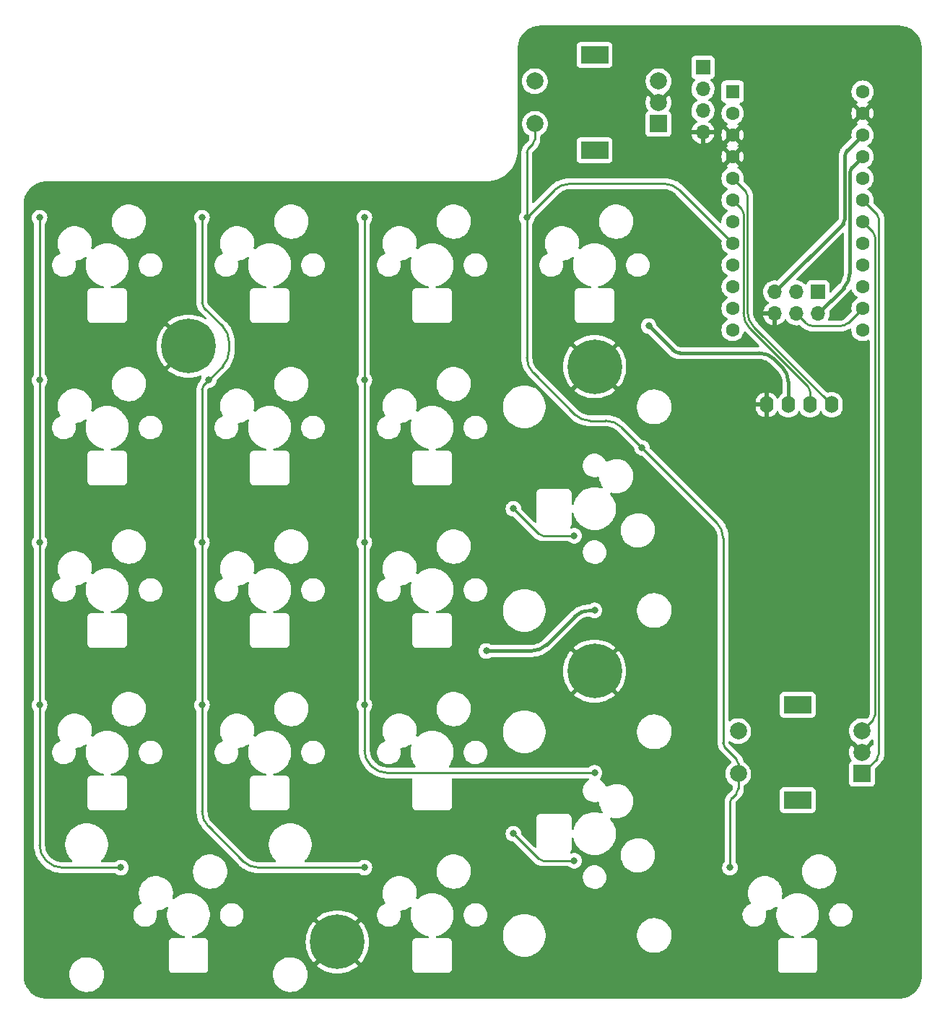
<source format=gtl>
%TF.GenerationSoftware,KiCad,Pcbnew,(6.0.0)*%
%TF.CreationDate,2022-02-03T20:13:32-05:00*%
%TF.ProjectId,numpad,6e756d70-6164-42e6-9b69-6361645f7063,rev?*%
%TF.SameCoordinates,Original*%
%TF.FileFunction,Copper,L1,Top*%
%TF.FilePolarity,Positive*%
%FSLAX46Y46*%
G04 Gerber Fmt 4.6, Leading zero omitted, Abs format (unit mm)*
G04 Created by KiCad (PCBNEW (6.0.0)) date 2022-02-03 20:13:32*
%MOMM*%
%LPD*%
G01*
G04 APERTURE LIST*
%TA.AperFunction,ComponentPad*%
%ADD10R,1.700000X1.700000*%
%TD*%
%TA.AperFunction,ComponentPad*%
%ADD11O,1.700000X1.700000*%
%TD*%
%TA.AperFunction,ComponentPad*%
%ADD12O,1.600000X2.000000*%
%TD*%
%TA.AperFunction,ComponentPad*%
%ADD13R,2.000000X2.000000*%
%TD*%
%TA.AperFunction,ComponentPad*%
%ADD14C,2.000000*%
%TD*%
%TA.AperFunction,ComponentPad*%
%ADD15R,3.200000X2.000000*%
%TD*%
%TA.AperFunction,ComponentPad*%
%ADD16R,1.600000X1.600000*%
%TD*%
%TA.AperFunction,ComponentPad*%
%ADD17C,1.600000*%
%TD*%
%TA.AperFunction,ComponentPad*%
%ADD18C,6.400000*%
%TD*%
%TA.AperFunction,ViaPad*%
%ADD19C,0.800000*%
%TD*%
%TA.AperFunction,Conductor*%
%ADD20C,0.254000*%
%TD*%
%TA.AperFunction,Conductor*%
%ADD21C,0.381000*%
%TD*%
G04 APERTURE END LIST*
D10*
%TO.P,J1,1,MISO*%
%TO.N,MISO*%
X172243750Y-92069437D03*
D11*
%TO.P,J1,2,VCC*%
%TO.N,+5V*%
X172243750Y-94609437D03*
%TO.P,J1,3,SCK*%
%TO.N,ROW1*%
X169703750Y-92069437D03*
%TO.P,J1,4,MOSI*%
%TO.N,MOSI*%
X169703750Y-94609437D03*
%TO.P,J1,5,~{RST}*%
%TO.N,RST*%
X167163750Y-92069437D03*
%TO.P,J1,6,GND*%
%TO.N,GND*%
X167163750Y-94609437D03*
%TD*%
D12*
%TO.P,OLED1,1,GND*%
%TO.N,GND*%
X166231800Y-105280200D03*
%TO.P,OLED1,2,VCC*%
%TO.N,+5V*%
X168771800Y-105280200D03*
%TO.P,OLED1,3,SCL*%
%TO.N,SCL*%
X171311800Y-105280200D03*
%TO.P,OLED1,4,SDA*%
%TO.N,SDA*%
X173851800Y-105280200D03*
%TD*%
D13*
%TO.P,ROT2,A,A*%
%TO.N,ENC_A2*%
X177391950Y-148545050D03*
D14*
%TO.P,ROT2,B,B*%
%TO.N,ENC_B2*%
X177391950Y-143545050D03*
%TO.P,ROT2,C,C*%
%TO.N,GND*%
X177391950Y-146045050D03*
D15*
%TO.P,ROT2,MP*%
%TO.N,N/C*%
X169891950Y-140445050D03*
X169891950Y-151645050D03*
D14*
%TO.P,ROT2,S1,S1*%
%TO.N,Net-(RD2-Pad2)*%
X162891950Y-143545050D03*
%TO.P,ROT2,S2,S2*%
%TO.N,COL3*%
X162891950Y-148545050D03*
%TD*%
D10*
%TO.P,J2,1,Pin_1*%
%TO.N,+5V*%
X158750000Y-65722500D03*
D11*
%TO.P,J2,2,Pin_2*%
%TO.N,TX*%
X158750000Y-68262500D03*
%TO.P,J2,3,Pin_3*%
%TO.N,RX*%
X158750000Y-70802500D03*
%TO.P,J2,4,Pin_4*%
%TO.N,GND*%
X158750000Y-73342500D03*
%TD*%
D16*
%TO.P,U1,1,TX*%
%TO.N,TX*%
X162242650Y-68575050D03*
D17*
%TO.P,U1,2,RX*%
%TO.N,RX*%
X162242650Y-71115050D03*
%TO.P,U1,3,GND*%
%TO.N,GND*%
X162242650Y-73655050D03*
%TO.P,U1,4,GND*%
X162242650Y-76195050D03*
%TO.P,U1,5,SDA*%
%TO.N,SDA*%
X162242650Y-78735050D03*
%TO.P,U1,6,SCL*%
%TO.N,SCL*%
X162242650Y-81275050D03*
%TO.P,U1,7,D4*%
%TO.N,ENC_A1*%
X162242650Y-83815050D03*
%TO.P,U1,8,C6*%
%TO.N,COL3*%
X162242650Y-86355050D03*
%TO.P,U1,9,D7*%
%TO.N,ENC_B1*%
X162242650Y-88895050D03*
%TO.P,U1,10,E6*%
%TO.N,COL0*%
X162242650Y-91435050D03*
%TO.P,U1,11,B4*%
%TO.N,COL1*%
X162242650Y-93975050D03*
%TO.P,U1,12,B5*%
%TO.N,COL2*%
X162242650Y-96515050D03*
%TO.P,U1,13,B6*%
%TO.N,ROW4*%
X177482650Y-96515050D03*
%TO.P,U1,14,B2*%
%TO.N,MOSI*%
X177482650Y-93975050D03*
%TO.P,U1,15,B3*%
%TO.N,MISO*%
X177482650Y-91435050D03*
%TO.P,U1,16,B1*%
%TO.N,ROW1*%
X177482650Y-88895050D03*
%TO.P,U1,17,F7*%
%TO.N,ROW0*%
X177482650Y-86355050D03*
%TO.P,U1,18,F6*%
%TO.N,ENC_B2*%
X177482650Y-83815050D03*
%TO.P,U1,19,F5*%
%TO.N,ENC_A2*%
X177482650Y-81275050D03*
%TO.P,U1,20,F4*%
%TO.N,BKL_DATA_IN*%
X177482650Y-78735050D03*
%TO.P,U1,21,VCC*%
%TO.N,+5V*%
X177482650Y-76195050D03*
%TO.P,U1,22,RST*%
%TO.N,RST*%
X177482650Y-73655050D03*
%TO.P,U1,23,GND*%
%TO.N,GND*%
X177482650Y-71115050D03*
%TO.P,U1,24,RAW*%
%TO.N,unconnected-(U1-Pad24)*%
X177482650Y-68575050D03*
%TD*%
D18*
%TO.P,H1,1,1*%
%TO.N,GND*%
X115882550Y-168270050D03*
%TD*%
%TO.P,H2,1,1*%
%TO.N,GND*%
X146045050Y-136520050D03*
%TD*%
%TO.P,H3,1,1*%
%TO.N,GND*%
X98420050Y-98420050D03*
%TD*%
%TO.P,H4,1,1*%
%TO.N,GND*%
X146050000Y-100806250D03*
%TD*%
D13*
%TO.P,ROT1,A,A*%
%TO.N,ENC_A1*%
X153545050Y-72345050D03*
D14*
%TO.P,ROT1,B,B*%
%TO.N,ENC_B1*%
X153545050Y-67345050D03*
%TO.P,ROT1,C,C*%
%TO.N,GND*%
X153545050Y-69845050D03*
D15*
%TO.P,ROT1,MP*%
%TO.N,N/C*%
X146045050Y-64245050D03*
X146045050Y-75445050D03*
D14*
%TO.P,ROT1,S1,S1*%
%TO.N,Net-(RD1-Pad2)*%
X139045050Y-67345050D03*
%TO.P,ROT1,S2,S2*%
%TO.N,COL3*%
X139045050Y-72345050D03*
%TD*%
D19*
%TO.N,GND*%
X115490625Y-94456250D03*
X82550000Y-164306250D03*
X103187500Y-111918750D03*
X125412500Y-102393750D03*
X87312500Y-140493750D03*
X80168750Y-80168750D03*
X119856250Y-165100000D03*
X177800000Y-132556250D03*
X87312500Y-102393750D03*
X173037500Y-99218750D03*
X141287500Y-169068750D03*
X103187500Y-92868750D03*
X106362500Y-140493750D03*
X140493750Y-125015625D03*
X115490625Y-132556250D03*
X134540625Y-94456250D03*
X180975000Y-64293750D03*
X123825000Y-165893750D03*
X122237500Y-169068750D03*
X153590625Y-94456250D03*
X106362500Y-82550000D03*
X173037500Y-83343750D03*
X84137500Y-92868750D03*
X96440625Y-132556250D03*
X168275000Y-77787500D03*
X173037500Y-88106250D03*
X115490625Y-113506250D03*
X134540625Y-151606250D03*
X172243750Y-108743750D03*
X96440625Y-151606250D03*
X93662500Y-169068750D03*
X157162500Y-92075000D03*
X125412500Y-121443750D03*
X179000000Y-77500000D03*
X134540625Y-132556250D03*
X135731250Y-84137500D03*
X122237500Y-92868750D03*
X122237500Y-130968750D03*
X103187500Y-130968750D03*
X83343750Y-96837500D03*
X124618750Y-82550000D03*
X168275000Y-159543750D03*
X106362500Y-102393750D03*
X140493750Y-163115625D03*
X141287500Y-92868750D03*
X87312500Y-82550000D03*
X122237500Y-111918750D03*
X125412500Y-159543750D03*
X84137500Y-150018750D03*
X87312500Y-121443750D03*
X83343750Y-134937500D03*
X151606250Y-115887500D03*
X165100000Y-169068750D03*
X115490625Y-151606250D03*
X142081250Y-112712500D03*
X134540625Y-113506250D03*
X151606250Y-153987500D03*
X103187500Y-150018750D03*
X125412500Y-140493750D03*
X84137500Y-111918750D03*
X83343750Y-115887500D03*
X122237500Y-150018750D03*
X177403125Y-170656250D03*
X90879425Y-96832550D03*
X84137500Y-130968750D03*
X96440625Y-113506250D03*
X142081250Y-150812500D03*
X146050000Y-69850000D03*
X174228125Y-94456250D03*
X161925000Y-105568750D03*
X105965625Y-170656250D03*
X134540625Y-170656250D03*
X96837500Y-159543750D03*
X106362500Y-121443750D03*
%TO.N,COL3*%
X161920050Y-159538800D03*
X138107550Y-83338800D03*
X151606250Y-110331250D03*
%TO.N,+5V*%
X133350000Y-134143750D03*
X152400000Y-96043750D03*
X146050000Y-129381250D03*
%TO.N,COL2*%
X119057550Y-102388800D03*
X146050000Y-148431250D03*
X119057550Y-121438800D03*
X119057550Y-140488800D03*
X119057550Y-83338800D03*
%TO.N,COL1*%
X100007550Y-140488800D03*
X100801300Y-102388800D03*
X100007550Y-83338800D03*
X100007550Y-121438800D03*
X119057550Y-159538800D03*
%TO.N,COL0*%
X90482550Y-159538800D03*
X80957550Y-83338800D03*
X80957550Y-121438800D03*
X80957550Y-102388800D03*
X80957550Y-140488800D03*
%TO.N,Net-(LED8-Pad2)*%
X143668750Y-120650000D03*
X136525000Y-117475000D03*
%TO.N,Net-(LED15-Pad2)*%
X136525000Y-155575000D03*
X143668750Y-158750000D03*
%TD*%
D20*
%TO.N,MOSI*%
X170766075Y-95671775D02*
X169703750Y-94609450D01*
X174887899Y-96043750D02*
X171664101Y-96043750D01*
X177482650Y-93975050D02*
X175785924Y-95671776D01*
X170766075Y-95671775D02*
G75*
G03*
X171664101Y-96043750I898026J898024D01*
G01*
X175785924Y-95671776D02*
G75*
G02*
X174887899Y-96043750I-898025J898025D01*
G01*
%TO.N,COL3*%
X138117450Y-83338800D02*
X141337301Y-80118949D01*
X162668765Y-150852585D02*
X162143234Y-151378116D01*
X162668765Y-146803665D02*
X161349484Y-145484384D01*
X138330735Y-75178115D02*
X138821866Y-74686984D01*
X160382351Y-119107351D02*
X151606250Y-110331250D01*
X138107550Y-83338800D02*
X138107550Y-99749198D01*
X145509652Y-107151300D02*
X147374198Y-107151300D01*
X138851499Y-101545249D02*
X143713601Y-106407351D01*
X156006549Y-80118949D02*
X162242650Y-86355050D01*
X162891950Y-148545050D02*
X162891950Y-147342481D01*
X151606250Y-110331250D02*
X149170249Y-107895249D01*
X161920050Y-159538800D02*
X161920050Y-151916931D01*
X143133352Y-79375000D02*
X154210498Y-79375000D01*
X139045050Y-74148169D02*
X139045050Y-72345050D01*
X162891950Y-148545050D02*
X162891950Y-150313769D01*
X138107550Y-83338800D02*
X138107550Y-75716931D01*
X161126300Y-144945569D02*
X161126300Y-120903402D01*
X138107550Y-83338800D02*
X138117450Y-83338800D01*
X154210498Y-79375001D02*
G75*
G02*
X156006549Y-80118949I1J-2539997D01*
G01*
X162143234Y-151378116D02*
G75*
G03*
X161920050Y-151916931I538823J-538818D01*
G01*
X139045049Y-74148169D02*
G75*
G02*
X138821865Y-74686983I-761990J-4D01*
G01*
X162668765Y-150852585D02*
G75*
G03*
X162891950Y-150313769I-538817J538817D01*
G01*
X145509652Y-107151299D02*
G75*
G02*
X143713601Y-106407351I-1J2539997D01*
G01*
X162668765Y-146803665D02*
G75*
G02*
X162891950Y-147342481I-538817J-538817D01*
G01*
X143133352Y-79375001D02*
G75*
G03*
X141337301Y-80118949I-1J-2539997D01*
G01*
X138851499Y-101545249D02*
G75*
G02*
X138107550Y-99749198I1796049J1796050D01*
G01*
X160382351Y-119107351D02*
G75*
G02*
X161126300Y-120903402I-1796049J-1796050D01*
G01*
X138107550Y-75716931D02*
G75*
G02*
X138330735Y-75178115I762002J-1D01*
G01*
X147374198Y-107151301D02*
G75*
G02*
X149170249Y-107895249I1J-2539997D01*
G01*
X161126301Y-144945569D02*
G75*
G03*
X161349485Y-145484383I761990J-4D01*
G01*
D21*
%TO.N,+5V*%
X133350000Y-134143750D02*
X138647898Y-134143750D01*
X145514602Y-129381250D02*
X146050000Y-129381250D01*
X155203025Y-98846775D02*
X152400000Y-96043750D01*
X175999270Y-89801815D02*
X175999270Y-77994061D01*
X176222455Y-77455245D02*
X177482650Y-76195050D01*
X168771800Y-105280200D02*
X168771800Y-102624852D01*
X168027851Y-100828801D02*
X167161749Y-99962699D01*
X140443949Y-133399801D02*
X143718551Y-130125199D01*
X175255321Y-91597866D02*
X172243750Y-94609437D01*
X165365698Y-99218750D02*
X156101051Y-99218750D01*
X167161749Y-99962699D02*
G75*
G03*
X165365698Y-99218750I-1796050J-1796049D01*
G01*
X145514602Y-129381251D02*
G75*
G03*
X143718551Y-130125199I-1J-2539997D01*
G01*
X155203025Y-98846775D02*
G75*
G03*
X156101051Y-99218750I898026J898024D01*
G01*
X175999269Y-89801815D02*
G75*
G02*
X175255321Y-91597866I-2539997J-1D01*
G01*
X176222455Y-77455245D02*
G75*
G03*
X175999270Y-77994061I538817J-538817D01*
G01*
X140443949Y-133399801D02*
G75*
G02*
X138647898Y-134143750I-1796050J1796049D01*
G01*
X168027851Y-100828801D02*
G75*
G02*
X168771800Y-102624852I-1796049J-1796050D01*
G01*
D20*
%TO.N,COL2*%
X119057550Y-140488800D02*
X119057550Y-145786698D01*
X119057550Y-102388800D02*
X119057550Y-121438800D01*
X119057550Y-121438800D02*
X119057550Y-140488800D01*
X119057550Y-83338800D02*
X119057550Y-102388800D01*
X121702102Y-148431250D02*
X146050000Y-148431250D01*
X119801499Y-147582749D02*
X119906051Y-147687301D01*
X119057551Y-145786698D02*
G75*
G03*
X119801499Y-147582749I2539997J-1D01*
G01*
X121702102Y-148431249D02*
G75*
G02*
X119906051Y-147687301I-1J2539997D01*
G01*
%TO.N,COL1*%
X119057550Y-159538800D02*
X106615902Y-159538800D01*
X104819851Y-158794851D02*
X100751499Y-154726499D01*
X100007550Y-121438800D02*
X100007550Y-103498181D01*
X100007550Y-93341919D02*
X100007550Y-83338800D01*
X100007550Y-152930448D02*
X100007550Y-140488800D01*
X103182550Y-98955448D02*
X103182550Y-97884652D01*
X100230735Y-102959365D02*
X100801300Y-102388800D01*
X100007550Y-140488800D02*
X100007550Y-121438800D01*
X102438601Y-96088601D02*
X100230734Y-93880734D01*
X100801300Y-102388800D02*
X102438601Y-100751499D01*
X100007551Y-93341919D02*
G75*
G03*
X100230735Y-93880733I761990J-4D01*
G01*
X100230735Y-102959365D02*
G75*
G03*
X100007550Y-103498181I538817J-538817D01*
G01*
X103182549Y-97884652D02*
G75*
G03*
X102438601Y-96088601I-2539997J1D01*
G01*
X103182549Y-98955448D02*
G75*
G02*
X102438601Y-100751499I-2539997J-1D01*
G01*
X104819851Y-158794851D02*
G75*
G03*
X106615902Y-159538800I1796050J1796049D01*
G01*
X100007551Y-152930448D02*
G75*
G03*
X100751499Y-154726499I2539997J-1D01*
G01*
%TO.N,ENC_B2*%
X178933980Y-141687389D02*
X178933980Y-85582011D01*
X178710795Y-85043195D02*
X177482650Y-83815050D01*
X177391950Y-143545050D02*
X178710796Y-142226204D01*
X178710795Y-85043195D02*
G75*
G02*
X178933980Y-85582011I-538817J-538817D01*
G01*
X178710796Y-142226204D02*
G75*
G03*
X178933980Y-141687389I-538823J538818D01*
G01*
%TO.N,COL0*%
X80957550Y-121438800D02*
X80957550Y-140488800D01*
X81701499Y-158695249D02*
X81801101Y-158794851D01*
X80957550Y-102388800D02*
X80957550Y-83338800D01*
X80957550Y-140488800D02*
X80957550Y-156899198D01*
X83597152Y-159538800D02*
X90482550Y-159538800D01*
X80957550Y-121438800D02*
X80957550Y-102388800D01*
X83597152Y-159538799D02*
G75*
G02*
X81801101Y-158794851I-1J2539997D01*
G01*
X81701499Y-158695249D02*
G75*
G02*
X80957550Y-156899198I1796049J1796050D01*
G01*
%TO.N,SCL*%
X163517600Y-82865631D02*
X163517600Y-94535271D01*
X164261549Y-96331322D02*
X171088615Y-103158389D01*
X162242650Y-81275050D02*
X163294415Y-82326815D01*
X171311800Y-103697205D02*
X171311800Y-105280200D01*
X163517600Y-82865631D02*
G75*
G03*
X163294415Y-82326815I-762002J-1D01*
G01*
X171311800Y-103697205D02*
G75*
G03*
X171088615Y-103158389I-762002J-1D01*
G01*
X164261549Y-96331322D02*
G75*
G02*
X163517600Y-94535271I1796049J1796050D01*
G01*
%TO.N,SDA*%
X164715069Y-96143469D02*
X173851800Y-105280200D01*
X162242650Y-78735050D02*
X163747935Y-80240335D01*
X163971120Y-80779151D02*
X163971120Y-94347418D01*
X163971120Y-80779151D02*
G75*
G03*
X163747935Y-80240335I-762002J-1D01*
G01*
X164715069Y-96143469D02*
G75*
G02*
X163971120Y-94347418I1796049J1796050D01*
G01*
D21*
%TO.N,RST*%
X177482650Y-73655050D02*
X175641934Y-75495766D01*
X175418750Y-76034581D02*
X175418750Y-83498819D01*
X175195565Y-84037635D02*
X167163750Y-92069450D01*
X175641934Y-75495766D02*
G75*
G03*
X175418750Y-76034581I538823J-538818D01*
G01*
X175195565Y-84037635D02*
G75*
G03*
X175418750Y-83498819I-538817J538817D01*
G01*
D20*
%TO.N,ENC_A2*%
X179164315Y-146772685D02*
X177391950Y-148545050D01*
X179387500Y-83495531D02*
X179387500Y-146233869D01*
X177482650Y-81275050D02*
X179164316Y-82956716D01*
X179387499Y-83495531D02*
G75*
G03*
X179164315Y-82956717I-761990J4D01*
G01*
X179387500Y-146233869D02*
G75*
G02*
X179164315Y-146772685I-762002J1D01*
G01*
%TO.N,Net-(LED8-Pad2)*%
X139476815Y-120426815D02*
X136525000Y-117475000D01*
X143668750Y-120650000D02*
X140015631Y-120650000D01*
X139476815Y-120426815D02*
G75*
G03*
X140015631Y-120650000I538817J538817D01*
G01*
%TO.N,Net-(LED15-Pad2)*%
X140015631Y-158750000D02*
X143668750Y-158750000D01*
X136525000Y-155575000D02*
X139476816Y-158526816D01*
X140015631Y-158749999D02*
G75*
G02*
X139476817Y-158526815I-4J761990D01*
G01*
%TD*%
%TA.AperFunction,Conductor*%
%TO.N,GND*%
G36*
X181727357Y-60830700D02*
G01*
X181742158Y-60833005D01*
X181742161Y-60833005D01*
X181751030Y-60834386D01*
X181759932Y-60833222D01*
X181759934Y-60833222D01*
X181764262Y-60832656D01*
X181768995Y-60832037D01*
X181792393Y-60831171D01*
X182048826Y-60845572D01*
X182062858Y-60847152D01*
X182203303Y-60871015D01*
X182343743Y-60894877D01*
X182357518Y-60898021D01*
X182441965Y-60922350D01*
X182631298Y-60976896D01*
X182644619Y-60981557D01*
X182907848Y-61090590D01*
X182920571Y-61096717D01*
X183027148Y-61155620D01*
X183169927Y-61234532D01*
X183181890Y-61242049D01*
X183414258Y-61406922D01*
X183425294Y-61415722D01*
X183637737Y-61605572D01*
X183647727Y-61615562D01*
X183837578Y-61828006D01*
X183846378Y-61839042D01*
X184011251Y-62071410D01*
X184018768Y-62083373D01*
X184156581Y-62332725D01*
X184162710Y-62345452D01*
X184271743Y-62608681D01*
X184276404Y-62622002D01*
X184320959Y-62776655D01*
X184355279Y-62895782D01*
X184358423Y-62909557D01*
X184382285Y-63049997D01*
X184396683Y-63134734D01*
X184406147Y-63190437D01*
X184407729Y-63204478D01*
X184421720Y-63453617D01*
X184420418Y-63480064D01*
X184420296Y-63480851D01*
X184420296Y-63480855D01*
X184418914Y-63489730D01*
X184420078Y-63498632D01*
X184420078Y-63498635D01*
X184423036Y-63521251D01*
X184424100Y-63537589D01*
X184424100Y-172183572D01*
X184422600Y-172202956D01*
X184418914Y-172226630D01*
X184420078Y-172235532D01*
X184420078Y-172235534D01*
X184421263Y-172244592D01*
X184422129Y-172267993D01*
X184412209Y-172444653D01*
X184407729Y-172524422D01*
X184406148Y-172538458D01*
X184382285Y-172678903D01*
X184358423Y-172819343D01*
X184355279Y-172833118D01*
X184330950Y-172917565D01*
X184276404Y-173106898D01*
X184271743Y-173120219D01*
X184222784Y-173238417D01*
X184162712Y-173383444D01*
X184156581Y-173396175D01*
X184018768Y-173645527D01*
X184011251Y-173657490D01*
X183846378Y-173889858D01*
X183837578Y-173900894D01*
X183739556Y-174010581D01*
X183647728Y-174113337D01*
X183637738Y-174123327D01*
X183425294Y-174313178D01*
X183414258Y-174321978D01*
X183181890Y-174486851D01*
X183169927Y-174494368D01*
X183029353Y-174572061D01*
X182920571Y-174632183D01*
X182907848Y-174638310D01*
X182644619Y-174747343D01*
X182631298Y-174752004D01*
X182441965Y-174806550D01*
X182357518Y-174830879D01*
X182343743Y-174834023D01*
X182203303Y-174857885D01*
X182062858Y-174881748D01*
X182048826Y-174883329D01*
X181940499Y-174889412D01*
X181799683Y-174897320D01*
X181773236Y-174896018D01*
X181772449Y-174895896D01*
X181772445Y-174895896D01*
X181763570Y-174894514D01*
X181754668Y-174895678D01*
X181754665Y-174895678D01*
X181732049Y-174898636D01*
X181715711Y-174899700D01*
X81800428Y-174899700D01*
X81781043Y-174898200D01*
X81766242Y-174895895D01*
X81766239Y-174895895D01*
X81757370Y-174894514D01*
X81748468Y-174895678D01*
X81748466Y-174895678D01*
X81744138Y-174896244D01*
X81739405Y-174896863D01*
X81716007Y-174897729D01*
X81459574Y-174883328D01*
X81445542Y-174881748D01*
X81305097Y-174857885D01*
X81164657Y-174834023D01*
X81150882Y-174830879D01*
X81066435Y-174806550D01*
X80877102Y-174752004D01*
X80863781Y-174747343D01*
X80600552Y-174638310D01*
X80587829Y-174632183D01*
X80479047Y-174572061D01*
X80338473Y-174494368D01*
X80326510Y-174486851D01*
X80094142Y-174321978D01*
X80083106Y-174313178D01*
X79870662Y-174123327D01*
X79860672Y-174113337D01*
X79768844Y-174010581D01*
X79670822Y-173900894D01*
X79662022Y-173889858D01*
X79497149Y-173657490D01*
X79489632Y-173645527D01*
X79351819Y-173396175D01*
X79345688Y-173383444D01*
X79285616Y-173238417D01*
X79236657Y-173120219D01*
X79231996Y-173106898D01*
X79177450Y-172917565D01*
X79153121Y-172833118D01*
X79149977Y-172819343D01*
X79126115Y-172678903D01*
X79102252Y-172538458D01*
X79100671Y-172524422D01*
X79086680Y-172275283D01*
X79087982Y-172248836D01*
X79088104Y-172248049D01*
X79088104Y-172248045D01*
X79089486Y-172239170D01*
X79087847Y-172226630D01*
X79085364Y-172207649D01*
X79084300Y-172191311D01*
X79084300Y-172023909D01*
X84444826Y-172023909D01*
X84444979Y-172028297D01*
X84444979Y-172028303D01*
X84453350Y-172267995D01*
X84454751Y-172308128D01*
X84504135Y-172588200D01*
X84505490Y-172592371D01*
X84505492Y-172592378D01*
X84578151Y-172815999D01*
X84592017Y-172858673D01*
X84716687Y-173114283D01*
X84719142Y-173117922D01*
X84719145Y-173117928D01*
X84720696Y-173120227D01*
X84875717Y-173350055D01*
X85066013Y-173561400D01*
X85283870Y-173744204D01*
X85525048Y-173894909D01*
X85784854Y-174010581D01*
X86058229Y-174088971D01*
X86062583Y-174089583D01*
X86062588Y-174089584D01*
X86231606Y-174113337D01*
X86339854Y-174128550D01*
X86553068Y-174128550D01*
X86555254Y-174128397D01*
X86555258Y-174128397D01*
X86761365Y-174113985D01*
X86761370Y-174113984D01*
X86765750Y-174113678D01*
X87043927Y-174054549D01*
X87048056Y-174053046D01*
X87048060Y-174053045D01*
X87307024Y-173958790D01*
X87307028Y-173958788D01*
X87311169Y-173957281D01*
X87315059Y-173955213D01*
X87315065Y-173955210D01*
X87558380Y-173825837D01*
X87558386Y-173825833D01*
X87562272Y-173823767D01*
X87565832Y-173821180D01*
X87565836Y-173821178D01*
X87788788Y-173659195D01*
X87788791Y-173659192D01*
X87792351Y-173656606D01*
X87795518Y-173653548D01*
X87993760Y-173462107D01*
X87993764Y-173462103D01*
X87996925Y-173459050D01*
X88172015Y-173234946D01*
X88242023Y-173113688D01*
X88312006Y-172992475D01*
X88312009Y-172992470D01*
X88314211Y-172988655D01*
X88315861Y-172984571D01*
X88315864Y-172984565D01*
X88419097Y-172729052D01*
X88420746Y-172724971D01*
X88489547Y-172449026D01*
X88509206Y-172261987D01*
X88518815Y-172170560D01*
X88518815Y-172170557D01*
X88519274Y-172166191D01*
X88514459Y-172028303D01*
X88514306Y-172023909D01*
X108320826Y-172023909D01*
X108320979Y-172028297D01*
X108320979Y-172028303D01*
X108329350Y-172267995D01*
X108330751Y-172308128D01*
X108380135Y-172588200D01*
X108381490Y-172592371D01*
X108381492Y-172592378D01*
X108454151Y-172815999D01*
X108468017Y-172858673D01*
X108592687Y-173114283D01*
X108595142Y-173117922D01*
X108595145Y-173117928D01*
X108596696Y-173120227D01*
X108751717Y-173350055D01*
X108942013Y-173561400D01*
X109159870Y-173744204D01*
X109401048Y-173894909D01*
X109660854Y-174010581D01*
X109934229Y-174088971D01*
X109938583Y-174089583D01*
X109938588Y-174089584D01*
X110107606Y-174113337D01*
X110215854Y-174128550D01*
X110429068Y-174128550D01*
X110431254Y-174128397D01*
X110431258Y-174128397D01*
X110637365Y-174113985D01*
X110637370Y-174113984D01*
X110641750Y-174113678D01*
X110919927Y-174054549D01*
X110924056Y-174053046D01*
X110924060Y-174053045D01*
X111183024Y-173958790D01*
X111183028Y-173958788D01*
X111187169Y-173957281D01*
X111191059Y-173955213D01*
X111191065Y-173955210D01*
X111434380Y-173825837D01*
X111434386Y-173825833D01*
X111438272Y-173823767D01*
X111441832Y-173821180D01*
X111441836Y-173821178D01*
X111664788Y-173659195D01*
X111664791Y-173659192D01*
X111668351Y-173656606D01*
X111671518Y-173653548D01*
X111869760Y-173462107D01*
X111869764Y-173462103D01*
X111872925Y-173459050D01*
X112048015Y-173234946D01*
X112118023Y-173113688D01*
X112188006Y-172992475D01*
X112188009Y-172992470D01*
X112190211Y-172988655D01*
X112191861Y-172984571D01*
X112191864Y-172984565D01*
X112295097Y-172729052D01*
X112296746Y-172724971D01*
X112365547Y-172449026D01*
X112385206Y-172261987D01*
X112394815Y-172170560D01*
X112394815Y-172170557D01*
X112395274Y-172166191D01*
X112390459Y-172028303D01*
X112385503Y-171886369D01*
X112385502Y-171886363D01*
X112385349Y-171881972D01*
X112383846Y-171873443D01*
X112345295Y-171654814D01*
X112335965Y-171601900D01*
X112334610Y-171597729D01*
X112334608Y-171597722D01*
X112251464Y-171341834D01*
X112248083Y-171331427D01*
X112219062Y-171271924D01*
X112182823Y-171197625D01*
X112123413Y-171075817D01*
X112120958Y-171072178D01*
X112120955Y-171072172D01*
X112117761Y-171067436D01*
X113450309Y-171067436D01*
X113457766Y-171077803D01*
X113697485Y-171271924D01*
X113702822Y-171275801D01*
X114023235Y-171483880D01*
X114028944Y-171487177D01*
X114369361Y-171660628D01*
X114375386Y-171663310D01*
X114732052Y-171800221D01*
X114738334Y-171802262D01*
X115107366Y-171901144D01*
X115113816Y-171902515D01*
X115491179Y-171962284D01*
X115497717Y-171962970D01*
X115879249Y-171982966D01*
X115885851Y-171982966D01*
X116267383Y-171962970D01*
X116273921Y-171962284D01*
X116651284Y-171902515D01*
X116657734Y-171901144D01*
X117026766Y-171802262D01*
X117033048Y-171800221D01*
X117389714Y-171663310D01*
X117395739Y-171660628D01*
X117736156Y-171487177D01*
X117741865Y-171483880D01*
X118062278Y-171275801D01*
X118067615Y-171271924D01*
X118306385Y-171078572D01*
X118314850Y-171066317D01*
X118308516Y-171055226D01*
X115895362Y-168642072D01*
X115881418Y-168634458D01*
X115879585Y-168634589D01*
X115872970Y-168638840D01*
X113457450Y-171054360D01*
X113450309Y-171067436D01*
X112117761Y-171067436D01*
X111966842Y-170843691D01*
X111964383Y-170840045D01*
X111774087Y-170628700D01*
X111556230Y-170445896D01*
X111315052Y-170295191D01*
X111055246Y-170179519D01*
X110781871Y-170101129D01*
X110777517Y-170100517D01*
X110777512Y-170100516D01*
X110603883Y-170076115D01*
X110500246Y-170061550D01*
X110287032Y-170061550D01*
X110284846Y-170061703D01*
X110284842Y-170061703D01*
X110078735Y-170076115D01*
X110078730Y-170076116D01*
X110074350Y-170076422D01*
X109796173Y-170135551D01*
X109792044Y-170137054D01*
X109792040Y-170137055D01*
X109533076Y-170231310D01*
X109533072Y-170231312D01*
X109528931Y-170232819D01*
X109525041Y-170234887D01*
X109525035Y-170234890D01*
X109281720Y-170364263D01*
X109281714Y-170364267D01*
X109277828Y-170366333D01*
X109274268Y-170368920D01*
X109274264Y-170368922D01*
X109051312Y-170530905D01*
X109047749Y-170533494D01*
X109044585Y-170536550D01*
X109044582Y-170536552D01*
X108846340Y-170727993D01*
X108846336Y-170727997D01*
X108843175Y-170731050D01*
X108668085Y-170955154D01*
X108665882Y-170958970D01*
X108596139Y-171079769D01*
X108525889Y-171201445D01*
X108524239Y-171205529D01*
X108524236Y-171205535D01*
X108469168Y-171341834D01*
X108419354Y-171465129D01*
X108418290Y-171469398D01*
X108418289Y-171469400D01*
X108394272Y-171565729D01*
X108350553Y-171741074D01*
X108350094Y-171745442D01*
X108350093Y-171745447D01*
X108332167Y-171916002D01*
X108320826Y-172023909D01*
X88514306Y-172023909D01*
X88509503Y-171886369D01*
X88509502Y-171886363D01*
X88509349Y-171881972D01*
X88507846Y-171873443D01*
X88469295Y-171654814D01*
X88459965Y-171601900D01*
X88458610Y-171597729D01*
X88458608Y-171597722D01*
X88375464Y-171341834D01*
X88372083Y-171331427D01*
X88343062Y-171271924D01*
X88306823Y-171197625D01*
X88247413Y-171075817D01*
X88244958Y-171072178D01*
X88244955Y-171072172D01*
X88090842Y-170843691D01*
X88088383Y-170840045D01*
X87898087Y-170628700D01*
X87680230Y-170445896D01*
X87439052Y-170295191D01*
X87179246Y-170179519D01*
X86905871Y-170101129D01*
X86901517Y-170100517D01*
X86901512Y-170100516D01*
X86727883Y-170076115D01*
X86624246Y-170061550D01*
X86411032Y-170061550D01*
X86408846Y-170061703D01*
X86408842Y-170061703D01*
X86202735Y-170076115D01*
X86202730Y-170076116D01*
X86198350Y-170076422D01*
X85920173Y-170135551D01*
X85916044Y-170137054D01*
X85916040Y-170137055D01*
X85657076Y-170231310D01*
X85657072Y-170231312D01*
X85652931Y-170232819D01*
X85649041Y-170234887D01*
X85649035Y-170234890D01*
X85405720Y-170364263D01*
X85405714Y-170364267D01*
X85401828Y-170366333D01*
X85398268Y-170368920D01*
X85398264Y-170368922D01*
X85175312Y-170530905D01*
X85171749Y-170533494D01*
X85168585Y-170536550D01*
X85168582Y-170536552D01*
X84970340Y-170727993D01*
X84970336Y-170727997D01*
X84967175Y-170731050D01*
X84792085Y-170955154D01*
X84789882Y-170958970D01*
X84720139Y-171079769D01*
X84649889Y-171201445D01*
X84648239Y-171205529D01*
X84648236Y-171205535D01*
X84593168Y-171341834D01*
X84543354Y-171465129D01*
X84542290Y-171469398D01*
X84542289Y-171469400D01*
X84518272Y-171565729D01*
X84474553Y-171741074D01*
X84474094Y-171745442D01*
X84474093Y-171745447D01*
X84456167Y-171916002D01*
X84444826Y-172023909D01*
X79084300Y-172023909D01*
X79084300Y-165029643D01*
X91953089Y-165029643D01*
X91961898Y-165264266D01*
X91962993Y-165269484D01*
X92006149Y-165475162D01*
X92010112Y-165494051D01*
X92096352Y-165712427D01*
X92099121Y-165716990D01*
X92213761Y-165905910D01*
X92218154Y-165913150D01*
X92372035Y-166090482D01*
X92376167Y-166093870D01*
X92549466Y-166235967D01*
X92549472Y-166235971D01*
X92553594Y-166239351D01*
X92558230Y-166241990D01*
X92558233Y-166241992D01*
X92669458Y-166305305D01*
X92757640Y-166355501D01*
X92978339Y-166435611D01*
X92983588Y-166436560D01*
X92983591Y-166436561D01*
X93030432Y-166445031D01*
X93209380Y-166477390D01*
X93213519Y-166477585D01*
X93213526Y-166477586D01*
X93232490Y-166478480D01*
X93232499Y-166478480D01*
X93233979Y-166478550D01*
X93399000Y-166478550D01*
X93480349Y-166471647D01*
X93568687Y-166464152D01*
X93568691Y-166464151D01*
X93573998Y-166463701D01*
X93579153Y-166462363D01*
X93579159Y-166462362D01*
X93756873Y-166416236D01*
X93801256Y-166404717D01*
X93806122Y-166402525D01*
X93806125Y-166402524D01*
X94010467Y-166310474D01*
X94010470Y-166310473D01*
X94015328Y-166308284D01*
X94210091Y-166177162D01*
X94223110Y-166164743D01*
X94376120Y-166018778D01*
X94379977Y-166015099D01*
X94520128Y-165826729D01*
X94544226Y-165779333D01*
X94624119Y-165622194D01*
X94624119Y-165622193D01*
X94626537Y-165617438D01*
X94696161Y-165393210D01*
X94699743Y-165366182D01*
X94726311Y-165165740D01*
X94726311Y-165165737D01*
X94727011Y-165160457D01*
X94718202Y-164925834D01*
X94705740Y-164866442D01*
X94672423Y-164707652D01*
X94678010Y-164636876D01*
X94720975Y-164580355D01*
X94786948Y-164556085D01*
X94820405Y-164553746D01*
X94885878Y-164549168D01*
X94885884Y-164549167D01*
X94890262Y-164548861D01*
X95165020Y-164490459D01*
X95169149Y-164488956D01*
X95169153Y-164488955D01*
X95424831Y-164395896D01*
X95424835Y-164395894D01*
X95428976Y-164394387D01*
X95676992Y-164262514D01*
X95852167Y-164135243D01*
X95919034Y-164111384D01*
X95988185Y-164127465D01*
X96037666Y-164178379D01*
X96051765Y-164247962D01*
X96043379Y-164283562D01*
X96031062Y-164314672D01*
X96029607Y-164318348D01*
X95951110Y-164624075D01*
X95911550Y-164937229D01*
X95911550Y-165252871D01*
X95951110Y-165566025D01*
X96029607Y-165871752D01*
X96031060Y-165875421D01*
X96031060Y-165875422D01*
X96137418Y-166144050D01*
X96145803Y-166165229D01*
X96147709Y-166168697D01*
X96147710Y-166168698D01*
X96294448Y-166435611D01*
X96297866Y-166441829D01*
X96483396Y-166697190D01*
X96699468Y-166927283D01*
X96942675Y-167128482D01*
X97209181Y-167297612D01*
X97212760Y-167299296D01*
X97212767Y-167299300D01*
X97491194Y-167430317D01*
X97491198Y-167430319D01*
X97494784Y-167432006D01*
X97794978Y-167529545D01*
X97872960Y-167544421D01*
X97901063Y-167549782D01*
X97964229Y-167582194D01*
X97999845Y-167643612D01*
X97996601Y-167714534D01*
X97955529Y-167772444D01*
X97889669Y-167798956D01*
X97877453Y-167799550D01*
X96628752Y-167799550D01*
X96627982Y-167799548D01*
X96627128Y-167799543D01*
X96550398Y-167799074D01*
X96541769Y-167801540D01*
X96541764Y-167801541D01*
X96522002Y-167807189D01*
X96505241Y-167810767D01*
X96484898Y-167813680D01*
X96484888Y-167813683D01*
X96476005Y-167814955D01*
X96452655Y-167825571D01*
X96435143Y-167832014D01*
X96427107Y-167834311D01*
X96410485Y-167839062D01*
X96385502Y-167854824D01*
X96370436Y-167862954D01*
X96343540Y-167875183D01*
X96324111Y-167891924D01*
X96309103Y-167903029D01*
X96287419Y-167916710D01*
X96281477Y-167923438D01*
X96267869Y-167938846D01*
X96255677Y-167950890D01*
X96233303Y-167970169D01*
X96228424Y-167977697D01*
X96228421Y-167977700D01*
X96219354Y-167991689D01*
X96208064Y-168006563D01*
X96191094Y-168025778D01*
X96178540Y-168052516D01*
X96170226Y-168067485D01*
X96154157Y-168092277D01*
X96151585Y-168100877D01*
X96146811Y-168116840D01*
X96140149Y-168134286D01*
X96129251Y-168157498D01*
X96124708Y-168186678D01*
X96120924Y-168203399D01*
X96115036Y-168223086D01*
X96115035Y-168223089D01*
X96112463Y-168231691D01*
X96112408Y-168240666D01*
X96112408Y-168240667D01*
X96112253Y-168266096D01*
X96112220Y-168266878D01*
X96112050Y-168267973D01*
X96112050Y-168298848D01*
X96112048Y-168299618D01*
X96111574Y-168377202D01*
X96111958Y-168378546D01*
X96112050Y-168379891D01*
X96112050Y-171398848D01*
X96112048Y-171399618D01*
X96111574Y-171477202D01*
X96114040Y-171485831D01*
X96114041Y-171485836D01*
X96119689Y-171505598D01*
X96123267Y-171522359D01*
X96126180Y-171542702D01*
X96126183Y-171542712D01*
X96127455Y-171551595D01*
X96138071Y-171574945D01*
X96144514Y-171592457D01*
X96151562Y-171617115D01*
X96167324Y-171642098D01*
X96175454Y-171657164D01*
X96187683Y-171684060D01*
X96204424Y-171703489D01*
X96215529Y-171718497D01*
X96229210Y-171740181D01*
X96235938Y-171746123D01*
X96251346Y-171759731D01*
X96263390Y-171771923D01*
X96282669Y-171794297D01*
X96290197Y-171799176D01*
X96290200Y-171799179D01*
X96304189Y-171808246D01*
X96319063Y-171819536D01*
X96338278Y-171836506D01*
X96346404Y-171840321D01*
X96346405Y-171840322D01*
X96352071Y-171842982D01*
X96365016Y-171849060D01*
X96379985Y-171857374D01*
X96404777Y-171873443D01*
X96421700Y-171878504D01*
X96429340Y-171880789D01*
X96446786Y-171887451D01*
X96469998Y-171898349D01*
X96499180Y-171902893D01*
X96515899Y-171906676D01*
X96535586Y-171912564D01*
X96535589Y-171912565D01*
X96544191Y-171915137D01*
X96553166Y-171915192D01*
X96553167Y-171915192D01*
X96559860Y-171915233D01*
X96578606Y-171915347D01*
X96579378Y-171915380D01*
X96580473Y-171915550D01*
X96611348Y-171915550D01*
X96612118Y-171915552D01*
X96685766Y-171916002D01*
X96685767Y-171916002D01*
X96689702Y-171916026D01*
X96691046Y-171915642D01*
X96692391Y-171915550D01*
X100211348Y-171915550D01*
X100212119Y-171915552D01*
X100289702Y-171916026D01*
X100298331Y-171913560D01*
X100298336Y-171913559D01*
X100318098Y-171907911D01*
X100334859Y-171904333D01*
X100355202Y-171901420D01*
X100355212Y-171901417D01*
X100364095Y-171900145D01*
X100387445Y-171889529D01*
X100404957Y-171883086D01*
X100420987Y-171878504D01*
X100429615Y-171876038D01*
X100454598Y-171860276D01*
X100469664Y-171852146D01*
X100496560Y-171839917D01*
X100515989Y-171823176D01*
X100530997Y-171812071D01*
X100545089Y-171803180D01*
X100552681Y-171798390D01*
X100572232Y-171776253D01*
X100584424Y-171764209D01*
X100599999Y-171750789D01*
X100600000Y-171750787D01*
X100606797Y-171744931D01*
X100611676Y-171737403D01*
X100611679Y-171737400D01*
X100620746Y-171723411D01*
X100632036Y-171708537D01*
X100643062Y-171696052D01*
X100649006Y-171689322D01*
X100661560Y-171662584D01*
X100669874Y-171647615D01*
X100685943Y-171622823D01*
X100693289Y-171598259D01*
X100699951Y-171580814D01*
X100707033Y-171565729D01*
X100710849Y-171557602D01*
X100715393Y-171528420D01*
X100719176Y-171511701D01*
X100725064Y-171492014D01*
X100725065Y-171492011D01*
X100727637Y-171483409D01*
X100727847Y-171448994D01*
X100727880Y-171448222D01*
X100728050Y-171447127D01*
X100728050Y-171416252D01*
X100728052Y-171415482D01*
X100728502Y-171341834D01*
X100728502Y-171341833D01*
X100728526Y-171337898D01*
X100728142Y-171336554D01*
X100728050Y-171335209D01*
X100728050Y-168316252D01*
X100728052Y-168315482D01*
X100728309Y-168273351D01*
X112169634Y-168273351D01*
X112189630Y-168654883D01*
X112190316Y-168661421D01*
X112250085Y-169038784D01*
X112251456Y-169045234D01*
X112350338Y-169414266D01*
X112352379Y-169420548D01*
X112489290Y-169777214D01*
X112491972Y-169783239D01*
X112665422Y-170123653D01*
X112668719Y-170129363D01*
X112876803Y-170449785D01*
X112880673Y-170455111D01*
X113074028Y-170693885D01*
X113086283Y-170702350D01*
X113097374Y-170696016D01*
X115510528Y-168282862D01*
X115516906Y-168271182D01*
X116246958Y-168271182D01*
X116247089Y-168273015D01*
X116251340Y-168279630D01*
X118666860Y-170695150D01*
X118679936Y-170702291D01*
X118690303Y-170694834D01*
X118884427Y-170455111D01*
X118888297Y-170449785D01*
X119096381Y-170129363D01*
X119099678Y-170123653D01*
X119273128Y-169783239D01*
X119275810Y-169777214D01*
X119412721Y-169420548D01*
X119414762Y-169414266D01*
X119513644Y-169045234D01*
X119515015Y-169038784D01*
X119574784Y-168661421D01*
X119575470Y-168654883D01*
X119595466Y-168273351D01*
X119595466Y-168266749D01*
X119575470Y-167885217D01*
X119574784Y-167878679D01*
X119515015Y-167501316D01*
X119513644Y-167494866D01*
X119414762Y-167125834D01*
X119412721Y-167119552D01*
X119275810Y-166762886D01*
X119273128Y-166756861D01*
X119099678Y-166416447D01*
X119096381Y-166410737D01*
X118888295Y-166090312D01*
X118884427Y-166084989D01*
X118691072Y-165846215D01*
X118678817Y-165837750D01*
X118667726Y-165844084D01*
X116254572Y-168257238D01*
X116246958Y-168271182D01*
X115516906Y-168271182D01*
X115518142Y-168268918D01*
X115518011Y-168267085D01*
X115513760Y-168260470D01*
X113098240Y-165844950D01*
X113085164Y-165837809D01*
X113074797Y-165845266D01*
X112880673Y-166084989D01*
X112876805Y-166090312D01*
X112668719Y-166410737D01*
X112665422Y-166416447D01*
X112491972Y-166756861D01*
X112489290Y-166762886D01*
X112352379Y-167119552D01*
X112350338Y-167125834D01*
X112251456Y-167494866D01*
X112250085Y-167501316D01*
X112190316Y-167878679D01*
X112189630Y-167885217D01*
X112169634Y-168266749D01*
X112169634Y-168273351D01*
X100728309Y-168273351D01*
X100728471Y-168246872D01*
X100728526Y-168237898D01*
X100726060Y-168229269D01*
X100726059Y-168229264D01*
X100720411Y-168209502D01*
X100716833Y-168192741D01*
X100713920Y-168172398D01*
X100713917Y-168172388D01*
X100712645Y-168163505D01*
X100702029Y-168140155D01*
X100695586Y-168122643D01*
X100691004Y-168106613D01*
X100688538Y-168097985D01*
X100672776Y-168073002D01*
X100664646Y-168057936D01*
X100652417Y-168031040D01*
X100635676Y-168011611D01*
X100624571Y-167996603D01*
X100615680Y-167982511D01*
X100610890Y-167974919D01*
X100588753Y-167955368D01*
X100576709Y-167943176D01*
X100563289Y-167927601D01*
X100563287Y-167927600D01*
X100557431Y-167920803D01*
X100549903Y-167915924D01*
X100549900Y-167915921D01*
X100535911Y-167906854D01*
X100521037Y-167895564D01*
X100508552Y-167884538D01*
X100501822Y-167878594D01*
X100493696Y-167874779D01*
X100493695Y-167874778D01*
X100488029Y-167872118D01*
X100475084Y-167866040D01*
X100460115Y-167857726D01*
X100435323Y-167841657D01*
X100410759Y-167834311D01*
X100393314Y-167827649D01*
X100388877Y-167825566D01*
X100370102Y-167816751D01*
X100340920Y-167812207D01*
X100324201Y-167808424D01*
X100304514Y-167802536D01*
X100304511Y-167802535D01*
X100295909Y-167799963D01*
X100286934Y-167799908D01*
X100286933Y-167799908D01*
X100280240Y-167799867D01*
X100261494Y-167799753D01*
X100260722Y-167799720D01*
X100259627Y-167799550D01*
X100228752Y-167799550D01*
X100227982Y-167799548D01*
X100154334Y-167799098D01*
X100154333Y-167799098D01*
X100150398Y-167799074D01*
X100149054Y-167799458D01*
X100147709Y-167799550D01*
X98962647Y-167799550D01*
X98894526Y-167779548D01*
X98848033Y-167725892D01*
X98837929Y-167655618D01*
X98867423Y-167591038D01*
X98927149Y-167552654D01*
X98939037Y-167549782D01*
X98967140Y-167544421D01*
X99045122Y-167529545D01*
X99345316Y-167432006D01*
X99348902Y-167430319D01*
X99348906Y-167430317D01*
X99627333Y-167299300D01*
X99627340Y-167299296D01*
X99630919Y-167297612D01*
X99897425Y-167128482D01*
X100140632Y-166927283D01*
X100356704Y-166697190D01*
X100542234Y-166441829D01*
X100545653Y-166435611D01*
X100692390Y-166168698D01*
X100692391Y-166168697D01*
X100694297Y-166165229D01*
X100702683Y-166144050D01*
X100809040Y-165875422D01*
X100809040Y-165875421D01*
X100810493Y-165871752D01*
X100888990Y-165566025D01*
X100928550Y-165252871D01*
X100928550Y-165029643D01*
X102113089Y-165029643D01*
X102121898Y-165264266D01*
X102122993Y-165269484D01*
X102166149Y-165475162D01*
X102170112Y-165494051D01*
X102256352Y-165712427D01*
X102259121Y-165716990D01*
X102373761Y-165905910D01*
X102378154Y-165913150D01*
X102532035Y-166090482D01*
X102536167Y-166093870D01*
X102709466Y-166235967D01*
X102709472Y-166235971D01*
X102713594Y-166239351D01*
X102718230Y-166241990D01*
X102718233Y-166241992D01*
X102829458Y-166305305D01*
X102917640Y-166355501D01*
X103138339Y-166435611D01*
X103143588Y-166436560D01*
X103143591Y-166436561D01*
X103190432Y-166445031D01*
X103369380Y-166477390D01*
X103373519Y-166477585D01*
X103373526Y-166477586D01*
X103392490Y-166478480D01*
X103392499Y-166478480D01*
X103393979Y-166478550D01*
X103559000Y-166478550D01*
X103640349Y-166471647D01*
X103728687Y-166464152D01*
X103728691Y-166464151D01*
X103733998Y-166463701D01*
X103739153Y-166462363D01*
X103739159Y-166462362D01*
X103916873Y-166416236D01*
X103961256Y-166404717D01*
X103966122Y-166402525D01*
X103966125Y-166402524D01*
X104170467Y-166310474D01*
X104170470Y-166310473D01*
X104175328Y-166308284D01*
X104370091Y-166177162D01*
X104383110Y-166164743D01*
X104536120Y-166018778D01*
X104539977Y-166015099D01*
X104680128Y-165826729D01*
X104704226Y-165779333D01*
X104784119Y-165622194D01*
X104784119Y-165622193D01*
X104786537Y-165617438D01*
X104831143Y-165473783D01*
X113450250Y-165473783D01*
X113456584Y-165484874D01*
X115869738Y-167898028D01*
X115883682Y-167905642D01*
X115885515Y-167905511D01*
X115892130Y-167901260D01*
X118307650Y-165485740D01*
X118314791Y-165472664D01*
X118307334Y-165462297D01*
X118067615Y-165268176D01*
X118062278Y-165264299D01*
X117741865Y-165056220D01*
X117736156Y-165052923D01*
X117690466Y-165029643D01*
X120528089Y-165029643D01*
X120536898Y-165264266D01*
X120537993Y-165269484D01*
X120581149Y-165475162D01*
X120585112Y-165494051D01*
X120671352Y-165712427D01*
X120674121Y-165716990D01*
X120788761Y-165905910D01*
X120793154Y-165913150D01*
X120947035Y-166090482D01*
X120951167Y-166093870D01*
X121124466Y-166235967D01*
X121124472Y-166235971D01*
X121128594Y-166239351D01*
X121133230Y-166241990D01*
X121133233Y-166241992D01*
X121244458Y-166305305D01*
X121332640Y-166355501D01*
X121553339Y-166435611D01*
X121558588Y-166436560D01*
X121558591Y-166436561D01*
X121605432Y-166445031D01*
X121784380Y-166477390D01*
X121788519Y-166477585D01*
X121788526Y-166477586D01*
X121807490Y-166478480D01*
X121807499Y-166478480D01*
X121808979Y-166478550D01*
X121974000Y-166478550D01*
X122055349Y-166471647D01*
X122143687Y-166464152D01*
X122143691Y-166464151D01*
X122148998Y-166463701D01*
X122154153Y-166462363D01*
X122154159Y-166462362D01*
X122331873Y-166416236D01*
X122376256Y-166404717D01*
X122381122Y-166402525D01*
X122381125Y-166402524D01*
X122585467Y-166310474D01*
X122585470Y-166310473D01*
X122590328Y-166308284D01*
X122785091Y-166177162D01*
X122798110Y-166164743D01*
X122951120Y-166018778D01*
X122954977Y-166015099D01*
X123095128Y-165826729D01*
X123119226Y-165779333D01*
X123199119Y-165622194D01*
X123199119Y-165622193D01*
X123201537Y-165617438D01*
X123271161Y-165393210D01*
X123274743Y-165366182D01*
X123301311Y-165165740D01*
X123301311Y-165165737D01*
X123302011Y-165160457D01*
X123293202Y-164925834D01*
X123280740Y-164866442D01*
X123247423Y-164707652D01*
X123253010Y-164636876D01*
X123295975Y-164580355D01*
X123361948Y-164556085D01*
X123395405Y-164553746D01*
X123460878Y-164549168D01*
X123460884Y-164549167D01*
X123465262Y-164548861D01*
X123740020Y-164490459D01*
X123744149Y-164488956D01*
X123744153Y-164488955D01*
X123999831Y-164395896D01*
X123999835Y-164395894D01*
X124003976Y-164394387D01*
X124251992Y-164262514D01*
X124427167Y-164135243D01*
X124494034Y-164111384D01*
X124563185Y-164127465D01*
X124612666Y-164178379D01*
X124626765Y-164247962D01*
X124618379Y-164283562D01*
X124606062Y-164314672D01*
X124604607Y-164318348D01*
X124526110Y-164624075D01*
X124486550Y-164937229D01*
X124486550Y-165252871D01*
X124526110Y-165566025D01*
X124604607Y-165871752D01*
X124606060Y-165875421D01*
X124606060Y-165875422D01*
X124712418Y-166144050D01*
X124720803Y-166165229D01*
X124722709Y-166168697D01*
X124722710Y-166168698D01*
X124869448Y-166435611D01*
X124872866Y-166441829D01*
X125058396Y-166697190D01*
X125274468Y-166927283D01*
X125517675Y-167128482D01*
X125784181Y-167297612D01*
X125787760Y-167299296D01*
X125787767Y-167299300D01*
X126066194Y-167430317D01*
X126066198Y-167430319D01*
X126069784Y-167432006D01*
X126369978Y-167529545D01*
X126447960Y-167544421D01*
X126476063Y-167549782D01*
X126539229Y-167582194D01*
X126574845Y-167643612D01*
X126571601Y-167714534D01*
X126530529Y-167772444D01*
X126464669Y-167798956D01*
X126452453Y-167799550D01*
X125203752Y-167799550D01*
X125202982Y-167799548D01*
X125202128Y-167799543D01*
X125125398Y-167799074D01*
X125116769Y-167801540D01*
X125116764Y-167801541D01*
X125097002Y-167807189D01*
X125080241Y-167810767D01*
X125059898Y-167813680D01*
X125059888Y-167813683D01*
X125051005Y-167814955D01*
X125027655Y-167825571D01*
X125010143Y-167832014D01*
X125002107Y-167834311D01*
X124985485Y-167839062D01*
X124960502Y-167854824D01*
X124945436Y-167862954D01*
X124918540Y-167875183D01*
X124899111Y-167891924D01*
X124884103Y-167903029D01*
X124862419Y-167916710D01*
X124856477Y-167923438D01*
X124842869Y-167938846D01*
X124830677Y-167950890D01*
X124808303Y-167970169D01*
X124803424Y-167977697D01*
X124803421Y-167977700D01*
X124794354Y-167991689D01*
X124783064Y-168006563D01*
X124766094Y-168025778D01*
X124753540Y-168052516D01*
X124745226Y-168067485D01*
X124729157Y-168092277D01*
X124726585Y-168100877D01*
X124721811Y-168116840D01*
X124715149Y-168134286D01*
X124704251Y-168157498D01*
X124699708Y-168186678D01*
X124695924Y-168203399D01*
X124690036Y-168223086D01*
X124690035Y-168223089D01*
X124687463Y-168231691D01*
X124687408Y-168240666D01*
X124687408Y-168240667D01*
X124687253Y-168266096D01*
X124687220Y-168266878D01*
X124687050Y-168267973D01*
X124687050Y-168298848D01*
X124687048Y-168299618D01*
X124686574Y-168377202D01*
X124686958Y-168378546D01*
X124687050Y-168379891D01*
X124687050Y-171398848D01*
X124687048Y-171399618D01*
X124686574Y-171477202D01*
X124689040Y-171485831D01*
X124689041Y-171485836D01*
X124694689Y-171505598D01*
X124698267Y-171522359D01*
X124701180Y-171542702D01*
X124701183Y-171542712D01*
X124702455Y-171551595D01*
X124713071Y-171574945D01*
X124719514Y-171592457D01*
X124726562Y-171617115D01*
X124742324Y-171642098D01*
X124750454Y-171657164D01*
X124762683Y-171684060D01*
X124779424Y-171703489D01*
X124790529Y-171718497D01*
X124804210Y-171740181D01*
X124810938Y-171746123D01*
X124826346Y-171759731D01*
X124838390Y-171771923D01*
X124857669Y-171794297D01*
X124865197Y-171799176D01*
X124865200Y-171799179D01*
X124879189Y-171808246D01*
X124894063Y-171819536D01*
X124913278Y-171836506D01*
X124921404Y-171840321D01*
X124921405Y-171840322D01*
X124927071Y-171842982D01*
X124940016Y-171849060D01*
X124954985Y-171857374D01*
X124979777Y-171873443D01*
X124996700Y-171878504D01*
X125004340Y-171880789D01*
X125021786Y-171887451D01*
X125044998Y-171898349D01*
X125074180Y-171902893D01*
X125090899Y-171906676D01*
X125110586Y-171912564D01*
X125110589Y-171912565D01*
X125119191Y-171915137D01*
X125128166Y-171915192D01*
X125128167Y-171915192D01*
X125134860Y-171915233D01*
X125153606Y-171915347D01*
X125154378Y-171915380D01*
X125155473Y-171915550D01*
X125186348Y-171915550D01*
X125187118Y-171915552D01*
X125260766Y-171916002D01*
X125260767Y-171916002D01*
X125264702Y-171916026D01*
X125266046Y-171915642D01*
X125267391Y-171915550D01*
X128786348Y-171915550D01*
X128787119Y-171915552D01*
X128864702Y-171916026D01*
X128873331Y-171913560D01*
X128873336Y-171913559D01*
X128893098Y-171907911D01*
X128909859Y-171904333D01*
X128930202Y-171901420D01*
X128930212Y-171901417D01*
X128939095Y-171900145D01*
X128962445Y-171889529D01*
X128979957Y-171883086D01*
X128995987Y-171878504D01*
X129004615Y-171876038D01*
X129029598Y-171860276D01*
X129044664Y-171852146D01*
X129071560Y-171839917D01*
X129090989Y-171823176D01*
X129105997Y-171812071D01*
X129120089Y-171803180D01*
X129127681Y-171798390D01*
X129147232Y-171776253D01*
X129159424Y-171764209D01*
X129174999Y-171750789D01*
X129175000Y-171750787D01*
X129181797Y-171744931D01*
X129186676Y-171737403D01*
X129186679Y-171737400D01*
X129195746Y-171723411D01*
X129207036Y-171708537D01*
X129218062Y-171696052D01*
X129224006Y-171689322D01*
X129236560Y-171662584D01*
X129244874Y-171647615D01*
X129260943Y-171622823D01*
X129268289Y-171598259D01*
X129274951Y-171580814D01*
X129282033Y-171565729D01*
X129285849Y-171557602D01*
X129290393Y-171528420D01*
X129294176Y-171511701D01*
X129300064Y-171492014D01*
X129300065Y-171492011D01*
X129302637Y-171483409D01*
X129302847Y-171448994D01*
X129302880Y-171448222D01*
X129303050Y-171447127D01*
X129303050Y-171416252D01*
X129303052Y-171415482D01*
X129303502Y-171341834D01*
X129303502Y-171341833D01*
X129303526Y-171337898D01*
X129303142Y-171336554D01*
X129303050Y-171335209D01*
X129303050Y-168316252D01*
X129303052Y-168315482D01*
X129303471Y-168246872D01*
X129303526Y-168237898D01*
X129301060Y-168229269D01*
X129301059Y-168229264D01*
X129295411Y-168209502D01*
X129291833Y-168192741D01*
X129288920Y-168172398D01*
X129288917Y-168172388D01*
X129287645Y-168163505D01*
X129277029Y-168140155D01*
X129270586Y-168122643D01*
X129266004Y-168106613D01*
X129263538Y-168097985D01*
X129247776Y-168073002D01*
X129239646Y-168057936D01*
X129227417Y-168031040D01*
X129210676Y-168011611D01*
X129199571Y-167996603D01*
X129190680Y-167982511D01*
X129185890Y-167974919D01*
X129163753Y-167955368D01*
X129151709Y-167943176D01*
X129138289Y-167927601D01*
X129138287Y-167927600D01*
X129132431Y-167920803D01*
X129124903Y-167915924D01*
X129124900Y-167915921D01*
X129110911Y-167906854D01*
X129096037Y-167895564D01*
X129083552Y-167884538D01*
X129076822Y-167878594D01*
X129068696Y-167874779D01*
X129068695Y-167874778D01*
X129063029Y-167872118D01*
X129050084Y-167866040D01*
X129035115Y-167857726D01*
X129010323Y-167841657D01*
X128985759Y-167834311D01*
X128968314Y-167827649D01*
X128963877Y-167825566D01*
X128945102Y-167816751D01*
X128915920Y-167812207D01*
X128899201Y-167808424D01*
X128879514Y-167802536D01*
X128879511Y-167802535D01*
X128870909Y-167799963D01*
X128861934Y-167799908D01*
X128861933Y-167799908D01*
X128855240Y-167799867D01*
X128836494Y-167799753D01*
X128835722Y-167799720D01*
X128834627Y-167799550D01*
X128803752Y-167799550D01*
X128802982Y-167799548D01*
X128729334Y-167799098D01*
X128729333Y-167799098D01*
X128725398Y-167799074D01*
X128724054Y-167799458D01*
X128722709Y-167799550D01*
X127537647Y-167799550D01*
X127469526Y-167779548D01*
X127423033Y-167725892D01*
X127414403Y-167665871D01*
X135296550Y-167665871D01*
X135336110Y-167979025D01*
X135414607Y-168284752D01*
X135416060Y-168288421D01*
X135416060Y-168288422D01*
X135451211Y-168377202D01*
X135530803Y-168578229D01*
X135532709Y-168581697D01*
X135532710Y-168581698D01*
X135632413Y-168763055D01*
X135682866Y-168854829D01*
X135868396Y-169110190D01*
X136084468Y-169340283D01*
X136327675Y-169541482D01*
X136594181Y-169710612D01*
X136597760Y-169712296D01*
X136597767Y-169712300D01*
X136876194Y-169843317D01*
X136876198Y-169843319D01*
X136879784Y-169845006D01*
X137179978Y-169942545D01*
X137490030Y-170001691D01*
X137726212Y-170016550D01*
X137883888Y-170016550D01*
X138120070Y-170001691D01*
X138430122Y-169942545D01*
X138730316Y-169845006D01*
X138733902Y-169843319D01*
X138733906Y-169843317D01*
X139012333Y-169712300D01*
X139012340Y-169712296D01*
X139015919Y-169710612D01*
X139282425Y-169541482D01*
X139525632Y-169340283D01*
X139741704Y-169110190D01*
X139927234Y-168854829D01*
X139977688Y-168763055D01*
X140077390Y-168581698D01*
X140077391Y-168581697D01*
X140079297Y-168578229D01*
X140158890Y-168377202D01*
X140194040Y-168288422D01*
X140194040Y-168288421D01*
X140195493Y-168284752D01*
X140273990Y-167979025D01*
X140313550Y-167665871D01*
X140313550Y-167436909D01*
X151007826Y-167436909D01*
X151007979Y-167441297D01*
X151007979Y-167441303D01*
X151017521Y-167714534D01*
X151017751Y-167721128D01*
X151018513Y-167725451D01*
X151018514Y-167725458D01*
X151044915Y-167875183D01*
X151067135Y-168001200D01*
X151068490Y-168005371D01*
X151068492Y-168005378D01*
X151127400Y-168186678D01*
X151155017Y-168271673D01*
X151156945Y-168275626D01*
X151156947Y-168275631D01*
X151204567Y-168373266D01*
X151279687Y-168527283D01*
X151282142Y-168530922D01*
X151282145Y-168530928D01*
X151311572Y-168574555D01*
X151438717Y-168763055D01*
X151629013Y-168974400D01*
X151846870Y-169157204D01*
X152088048Y-169307909D01*
X152347854Y-169423581D01*
X152621229Y-169501971D01*
X152625583Y-169502583D01*
X152625588Y-169502584D01*
X152795820Y-169526508D01*
X152902854Y-169541550D01*
X153116068Y-169541550D01*
X153118254Y-169541397D01*
X153118258Y-169541397D01*
X153324365Y-169526985D01*
X153324370Y-169526984D01*
X153328750Y-169526678D01*
X153606927Y-169467549D01*
X153611056Y-169466046D01*
X153611060Y-169466045D01*
X153870024Y-169371790D01*
X153870028Y-169371788D01*
X153874169Y-169370281D01*
X153878059Y-169368213D01*
X153878065Y-169368210D01*
X154121380Y-169238837D01*
X154121386Y-169238833D01*
X154125272Y-169236767D01*
X154128832Y-169234180D01*
X154128836Y-169234178D01*
X154351788Y-169072195D01*
X154351791Y-169072192D01*
X154355351Y-169069606D01*
X154451010Y-168977229D01*
X154556760Y-168875107D01*
X154556764Y-168875103D01*
X154559925Y-168872050D01*
X154735015Y-168647946D01*
X154804680Y-168527283D01*
X154875006Y-168405475D01*
X154875009Y-168405470D01*
X154877211Y-168401655D01*
X154878861Y-168397571D01*
X154878864Y-168397565D01*
X154973430Y-168163505D01*
X154983746Y-168137971D01*
X154991565Y-168106613D01*
X155048416Y-167878594D01*
X155052547Y-167862026D01*
X155053305Y-167854819D01*
X155081815Y-167583560D01*
X155081815Y-167583557D01*
X155082274Y-167579191D01*
X155082121Y-167574797D01*
X155072503Y-167299369D01*
X155072502Y-167299363D01*
X155072349Y-167294972D01*
X155042993Y-167128482D01*
X155023727Y-167019223D01*
X155022965Y-167014900D01*
X155021610Y-167010729D01*
X155021608Y-167010722D01*
X154936444Y-166748616D01*
X154935083Y-166744427D01*
X154913452Y-166700076D01*
X154869823Y-166610625D01*
X154810413Y-166488817D01*
X154807958Y-166485178D01*
X154807955Y-166485172D01*
X154653842Y-166256691D01*
X154651383Y-166253045D01*
X154461087Y-166041700D01*
X154243230Y-165858896D01*
X154002052Y-165708191D01*
X153742246Y-165592519D01*
X153468871Y-165514129D01*
X153464517Y-165513517D01*
X153464512Y-165513516D01*
X153288813Y-165488824D01*
X153187246Y-165474550D01*
X152974032Y-165474550D01*
X152971846Y-165474703D01*
X152971842Y-165474703D01*
X152765735Y-165489115D01*
X152765730Y-165489116D01*
X152761350Y-165489422D01*
X152483173Y-165548551D01*
X152479044Y-165550054D01*
X152479040Y-165550055D01*
X152220076Y-165644310D01*
X152220072Y-165644312D01*
X152215931Y-165645819D01*
X152212041Y-165647887D01*
X152212035Y-165647890D01*
X151968720Y-165777263D01*
X151968714Y-165777267D01*
X151964828Y-165779333D01*
X151961268Y-165781920D01*
X151961264Y-165781922D01*
X151780643Y-165913150D01*
X151734749Y-165946494D01*
X151731585Y-165949550D01*
X151731582Y-165949552D01*
X151533340Y-166140993D01*
X151533336Y-166140997D01*
X151530175Y-166144050D01*
X151527468Y-166147515D01*
X151527466Y-166147517D01*
X151514008Y-166164743D01*
X151355085Y-166368154D01*
X151333975Y-166404717D01*
X151283139Y-166492769D01*
X151212889Y-166614445D01*
X151211239Y-166618529D01*
X151211236Y-166618535D01*
X151155349Y-166756861D01*
X151106354Y-166878129D01*
X151037553Y-167154074D01*
X151037094Y-167158442D01*
X151037093Y-167158447D01*
X151016936Y-167350229D01*
X151007826Y-167436909D01*
X140313550Y-167436909D01*
X140313550Y-167350229D01*
X140273990Y-167037075D01*
X140195493Y-166731348D01*
X140095403Y-166478550D01*
X140080752Y-166441545D01*
X140080750Y-166441540D01*
X140079297Y-166437871D01*
X140077390Y-166434402D01*
X139929143Y-166164743D01*
X139929141Y-166164740D01*
X139927234Y-166161271D01*
X139741704Y-165905910D01*
X139525632Y-165675817D01*
X139282425Y-165474618D01*
X139015919Y-165305488D01*
X139012340Y-165303804D01*
X139012333Y-165303800D01*
X138733906Y-165172783D01*
X138733902Y-165172781D01*
X138730316Y-165171094D01*
X138430122Y-165073555D01*
X138199929Y-165029643D01*
X163390589Y-165029643D01*
X163399398Y-165264266D01*
X163400493Y-165269484D01*
X163443649Y-165475162D01*
X163447612Y-165494051D01*
X163533852Y-165712427D01*
X163536621Y-165716990D01*
X163651261Y-165905910D01*
X163655654Y-165913150D01*
X163809535Y-166090482D01*
X163813667Y-166093870D01*
X163986966Y-166235967D01*
X163986972Y-166235971D01*
X163991094Y-166239351D01*
X163995730Y-166241990D01*
X163995733Y-166241992D01*
X164106958Y-166305305D01*
X164195140Y-166355501D01*
X164415839Y-166435611D01*
X164421088Y-166436560D01*
X164421091Y-166436561D01*
X164467932Y-166445031D01*
X164646880Y-166477390D01*
X164651019Y-166477585D01*
X164651026Y-166477586D01*
X164669990Y-166478480D01*
X164669999Y-166478480D01*
X164671479Y-166478550D01*
X164836500Y-166478550D01*
X164917849Y-166471647D01*
X165006187Y-166464152D01*
X165006191Y-166464151D01*
X165011498Y-166463701D01*
X165016653Y-166462363D01*
X165016659Y-166462362D01*
X165194373Y-166416236D01*
X165238756Y-166404717D01*
X165243622Y-166402525D01*
X165243625Y-166402524D01*
X165447967Y-166310474D01*
X165447970Y-166310473D01*
X165452828Y-166308284D01*
X165647591Y-166177162D01*
X165660610Y-166164743D01*
X165813620Y-166018778D01*
X165817477Y-166015099D01*
X165957628Y-165826729D01*
X165981726Y-165779333D01*
X166061619Y-165622194D01*
X166061619Y-165622193D01*
X166064037Y-165617438D01*
X166133661Y-165393210D01*
X166137243Y-165366182D01*
X166163811Y-165165740D01*
X166163811Y-165165737D01*
X166164511Y-165160457D01*
X166155702Y-164925834D01*
X166143240Y-164866442D01*
X166109923Y-164707652D01*
X166115510Y-164636876D01*
X166158475Y-164580355D01*
X166224448Y-164556085D01*
X166257905Y-164553746D01*
X166323378Y-164549168D01*
X166323384Y-164549167D01*
X166327762Y-164548861D01*
X166602520Y-164490459D01*
X166606649Y-164488956D01*
X166606653Y-164488955D01*
X166862331Y-164395896D01*
X166862335Y-164395894D01*
X166866476Y-164394387D01*
X167114492Y-164262514D01*
X167289667Y-164135243D01*
X167356534Y-164111384D01*
X167425685Y-164127465D01*
X167475166Y-164178379D01*
X167489265Y-164247962D01*
X167480879Y-164283562D01*
X167468562Y-164314672D01*
X167467107Y-164318348D01*
X167388610Y-164624075D01*
X167349050Y-164937229D01*
X167349050Y-165252871D01*
X167388610Y-165566025D01*
X167467107Y-165871752D01*
X167468560Y-165875421D01*
X167468560Y-165875422D01*
X167574918Y-166144050D01*
X167583303Y-166165229D01*
X167585209Y-166168697D01*
X167585210Y-166168698D01*
X167731948Y-166435611D01*
X167735366Y-166441829D01*
X167920896Y-166697190D01*
X168136968Y-166927283D01*
X168380175Y-167128482D01*
X168646681Y-167297612D01*
X168650260Y-167299296D01*
X168650267Y-167299300D01*
X168928694Y-167430317D01*
X168928698Y-167430319D01*
X168932284Y-167432006D01*
X169232478Y-167529545D01*
X169310460Y-167544421D01*
X169338563Y-167549782D01*
X169401729Y-167582194D01*
X169437345Y-167643612D01*
X169434101Y-167714534D01*
X169393029Y-167772444D01*
X169327169Y-167798956D01*
X169314953Y-167799550D01*
X168066252Y-167799550D01*
X168065482Y-167799548D01*
X168064628Y-167799543D01*
X167987898Y-167799074D01*
X167979269Y-167801540D01*
X167979264Y-167801541D01*
X167959502Y-167807189D01*
X167942741Y-167810767D01*
X167922398Y-167813680D01*
X167922388Y-167813683D01*
X167913505Y-167814955D01*
X167890155Y-167825571D01*
X167872643Y-167832014D01*
X167864607Y-167834311D01*
X167847985Y-167839062D01*
X167823002Y-167854824D01*
X167807936Y-167862954D01*
X167781040Y-167875183D01*
X167761611Y-167891924D01*
X167746603Y-167903029D01*
X167724919Y-167916710D01*
X167718977Y-167923438D01*
X167705369Y-167938846D01*
X167693177Y-167950890D01*
X167670803Y-167970169D01*
X167665924Y-167977697D01*
X167665921Y-167977700D01*
X167656854Y-167991689D01*
X167645564Y-168006563D01*
X167628594Y-168025778D01*
X167616040Y-168052516D01*
X167607726Y-168067485D01*
X167591657Y-168092277D01*
X167589085Y-168100877D01*
X167584311Y-168116840D01*
X167577649Y-168134286D01*
X167566751Y-168157498D01*
X167562208Y-168186678D01*
X167558424Y-168203399D01*
X167552536Y-168223086D01*
X167552535Y-168223089D01*
X167549963Y-168231691D01*
X167549908Y-168240666D01*
X167549908Y-168240667D01*
X167549753Y-168266096D01*
X167549720Y-168266878D01*
X167549550Y-168267973D01*
X167549550Y-168298848D01*
X167549548Y-168299618D01*
X167549074Y-168377202D01*
X167549458Y-168378546D01*
X167549550Y-168379891D01*
X167549550Y-171398848D01*
X167549548Y-171399618D01*
X167549074Y-171477202D01*
X167551540Y-171485831D01*
X167551541Y-171485836D01*
X167557189Y-171505598D01*
X167560767Y-171522359D01*
X167563680Y-171542702D01*
X167563683Y-171542712D01*
X167564955Y-171551595D01*
X167575571Y-171574945D01*
X167582014Y-171592457D01*
X167589062Y-171617115D01*
X167604824Y-171642098D01*
X167612954Y-171657164D01*
X167625183Y-171684060D01*
X167641924Y-171703489D01*
X167653029Y-171718497D01*
X167666710Y-171740181D01*
X167673438Y-171746123D01*
X167688846Y-171759731D01*
X167700890Y-171771923D01*
X167720169Y-171794297D01*
X167727697Y-171799176D01*
X167727700Y-171799179D01*
X167741689Y-171808246D01*
X167756563Y-171819536D01*
X167775778Y-171836506D01*
X167783904Y-171840321D01*
X167783905Y-171840322D01*
X167789571Y-171842982D01*
X167802516Y-171849060D01*
X167817485Y-171857374D01*
X167842277Y-171873443D01*
X167859200Y-171878504D01*
X167866840Y-171880789D01*
X167884286Y-171887451D01*
X167907498Y-171898349D01*
X167936680Y-171902893D01*
X167953399Y-171906676D01*
X167973086Y-171912564D01*
X167973089Y-171912565D01*
X167981691Y-171915137D01*
X167990666Y-171915192D01*
X167990667Y-171915192D01*
X167997360Y-171915233D01*
X168016106Y-171915347D01*
X168016878Y-171915380D01*
X168017973Y-171915550D01*
X168048848Y-171915550D01*
X168049618Y-171915552D01*
X168123266Y-171916002D01*
X168123267Y-171916002D01*
X168127202Y-171916026D01*
X168128546Y-171915642D01*
X168129891Y-171915550D01*
X171648848Y-171915550D01*
X171649619Y-171915552D01*
X171727202Y-171916026D01*
X171735831Y-171913560D01*
X171735836Y-171913559D01*
X171755598Y-171907911D01*
X171772359Y-171904333D01*
X171792702Y-171901420D01*
X171792712Y-171901417D01*
X171801595Y-171900145D01*
X171824945Y-171889529D01*
X171842457Y-171883086D01*
X171858487Y-171878504D01*
X171867115Y-171876038D01*
X171892098Y-171860276D01*
X171907164Y-171852146D01*
X171934060Y-171839917D01*
X171953489Y-171823176D01*
X171968497Y-171812071D01*
X171982589Y-171803180D01*
X171990181Y-171798390D01*
X172009732Y-171776253D01*
X172021924Y-171764209D01*
X172037499Y-171750789D01*
X172037500Y-171750787D01*
X172044297Y-171744931D01*
X172049176Y-171737403D01*
X172049179Y-171737400D01*
X172058246Y-171723411D01*
X172069536Y-171708537D01*
X172080562Y-171696052D01*
X172086506Y-171689322D01*
X172099060Y-171662584D01*
X172107374Y-171647615D01*
X172123443Y-171622823D01*
X172130789Y-171598259D01*
X172137451Y-171580814D01*
X172144533Y-171565729D01*
X172148349Y-171557602D01*
X172152893Y-171528420D01*
X172156676Y-171511701D01*
X172162564Y-171492014D01*
X172162565Y-171492011D01*
X172165137Y-171483409D01*
X172165347Y-171448994D01*
X172165380Y-171448222D01*
X172165550Y-171447127D01*
X172165550Y-171416252D01*
X172165552Y-171415482D01*
X172166002Y-171341834D01*
X172166002Y-171341833D01*
X172166026Y-171337898D01*
X172165642Y-171336554D01*
X172165550Y-171335209D01*
X172165550Y-168316252D01*
X172165552Y-168315482D01*
X172165971Y-168246872D01*
X172166026Y-168237898D01*
X172163560Y-168229269D01*
X172163559Y-168229264D01*
X172157911Y-168209502D01*
X172154333Y-168192741D01*
X172151420Y-168172398D01*
X172151417Y-168172388D01*
X172150145Y-168163505D01*
X172139529Y-168140155D01*
X172133086Y-168122643D01*
X172128504Y-168106613D01*
X172126038Y-168097985D01*
X172110276Y-168073002D01*
X172102146Y-168057936D01*
X172089917Y-168031040D01*
X172073176Y-168011611D01*
X172062071Y-167996603D01*
X172053180Y-167982511D01*
X172048390Y-167974919D01*
X172026253Y-167955368D01*
X172014209Y-167943176D01*
X172000789Y-167927601D01*
X172000787Y-167927600D01*
X171994931Y-167920803D01*
X171987403Y-167915924D01*
X171987400Y-167915921D01*
X171973411Y-167906854D01*
X171958537Y-167895564D01*
X171946052Y-167884538D01*
X171939322Y-167878594D01*
X171931196Y-167874779D01*
X171931195Y-167874778D01*
X171925529Y-167872118D01*
X171912584Y-167866040D01*
X171897615Y-167857726D01*
X171872823Y-167841657D01*
X171848259Y-167834311D01*
X171830814Y-167827649D01*
X171826377Y-167825566D01*
X171807602Y-167816751D01*
X171778420Y-167812207D01*
X171761701Y-167808424D01*
X171742014Y-167802536D01*
X171742011Y-167802535D01*
X171733409Y-167799963D01*
X171724434Y-167799908D01*
X171724433Y-167799908D01*
X171717740Y-167799867D01*
X171698994Y-167799753D01*
X171698222Y-167799720D01*
X171697127Y-167799550D01*
X171666252Y-167799550D01*
X171665482Y-167799548D01*
X171591834Y-167799098D01*
X171591833Y-167799098D01*
X171587898Y-167799074D01*
X171586554Y-167799458D01*
X171585209Y-167799550D01*
X170400147Y-167799550D01*
X170332026Y-167779548D01*
X170285533Y-167725892D01*
X170275429Y-167655618D01*
X170304923Y-167591038D01*
X170364649Y-167552654D01*
X170376537Y-167549782D01*
X170404640Y-167544421D01*
X170482622Y-167529545D01*
X170782816Y-167432006D01*
X170786402Y-167430319D01*
X170786406Y-167430317D01*
X171064833Y-167299300D01*
X171064840Y-167299296D01*
X171068419Y-167297612D01*
X171334925Y-167128482D01*
X171578132Y-166927283D01*
X171794204Y-166697190D01*
X171979734Y-166441829D01*
X171983153Y-166435611D01*
X172129890Y-166168698D01*
X172129891Y-166168697D01*
X172131797Y-166165229D01*
X172140183Y-166144050D01*
X172246540Y-165875422D01*
X172246540Y-165875421D01*
X172247993Y-165871752D01*
X172326490Y-165566025D01*
X172366050Y-165252871D01*
X172366050Y-165029643D01*
X173550589Y-165029643D01*
X173559398Y-165264266D01*
X173560493Y-165269484D01*
X173603649Y-165475162D01*
X173607612Y-165494051D01*
X173693852Y-165712427D01*
X173696621Y-165716990D01*
X173811261Y-165905910D01*
X173815654Y-165913150D01*
X173969535Y-166090482D01*
X173973667Y-166093870D01*
X174146966Y-166235967D01*
X174146972Y-166235971D01*
X174151094Y-166239351D01*
X174155730Y-166241990D01*
X174155733Y-166241992D01*
X174266958Y-166305305D01*
X174355140Y-166355501D01*
X174575839Y-166435611D01*
X174581088Y-166436560D01*
X174581091Y-166436561D01*
X174627932Y-166445031D01*
X174806880Y-166477390D01*
X174811019Y-166477585D01*
X174811026Y-166477586D01*
X174829990Y-166478480D01*
X174829999Y-166478480D01*
X174831479Y-166478550D01*
X174996500Y-166478550D01*
X175077849Y-166471647D01*
X175166187Y-166464152D01*
X175166191Y-166464151D01*
X175171498Y-166463701D01*
X175176653Y-166462363D01*
X175176659Y-166462362D01*
X175354373Y-166416236D01*
X175398756Y-166404717D01*
X175403622Y-166402525D01*
X175403625Y-166402524D01*
X175607967Y-166310474D01*
X175607970Y-166310473D01*
X175612828Y-166308284D01*
X175807591Y-166177162D01*
X175820610Y-166164743D01*
X175973620Y-166018778D01*
X175977477Y-166015099D01*
X176117628Y-165826729D01*
X176141726Y-165779333D01*
X176221619Y-165622194D01*
X176221619Y-165622193D01*
X176224037Y-165617438D01*
X176293661Y-165393210D01*
X176297243Y-165366182D01*
X176323811Y-165165740D01*
X176323811Y-165165737D01*
X176324511Y-165160457D01*
X176315702Y-164925834D01*
X176297908Y-164841028D01*
X176268585Y-164701276D01*
X176268584Y-164701273D01*
X176267488Y-164696049D01*
X176181248Y-164477673D01*
X176082340Y-164314678D01*
X176062214Y-164281511D01*
X176062212Y-164281508D01*
X176059446Y-164276950D01*
X175905565Y-164099618D01*
X175895488Y-164091356D01*
X175728134Y-163954133D01*
X175728128Y-163954129D01*
X175724006Y-163950749D01*
X175719370Y-163948110D01*
X175719367Y-163948108D01*
X175524603Y-163837242D01*
X175519960Y-163834599D01*
X175299261Y-163754489D01*
X175294012Y-163753540D01*
X175294009Y-163753539D01*
X175212935Y-163738879D01*
X175068220Y-163712710D01*
X175064081Y-163712515D01*
X175064074Y-163712514D01*
X175045110Y-163711620D01*
X175045101Y-163711620D01*
X175043621Y-163711550D01*
X174878600Y-163711550D01*
X174797251Y-163718453D01*
X174708913Y-163725948D01*
X174708909Y-163725949D01*
X174703602Y-163726399D01*
X174698447Y-163727737D01*
X174698441Y-163727738D01*
X174520727Y-163773864D01*
X174476344Y-163785383D01*
X174471478Y-163787575D01*
X174471475Y-163787576D01*
X174267133Y-163879626D01*
X174267130Y-163879627D01*
X174262272Y-163881816D01*
X174067509Y-164012938D01*
X174063652Y-164016617D01*
X174063650Y-164016619D01*
X173993395Y-164083640D01*
X173897623Y-164175001D01*
X173757472Y-164363371D01*
X173755056Y-164368122D01*
X173755054Y-164368126D01*
X173693622Y-164488955D01*
X173651063Y-164572662D01*
X173581439Y-164796890D01*
X173580738Y-164802179D01*
X173552510Y-165015153D01*
X173550589Y-165029643D01*
X172366050Y-165029643D01*
X172366050Y-164937229D01*
X172326490Y-164624075D01*
X172247993Y-164318348D01*
X172225887Y-164262514D01*
X172133252Y-164028545D01*
X172133250Y-164028540D01*
X172131797Y-164024871D01*
X172129890Y-164021402D01*
X171981643Y-163751743D01*
X171981641Y-163751740D01*
X171979734Y-163748271D01*
X171794204Y-163492910D01*
X171578132Y-163262817D01*
X171334925Y-163061618D01*
X171068419Y-162892488D01*
X171064840Y-162890804D01*
X171064833Y-162890800D01*
X170786406Y-162759783D01*
X170786402Y-162759781D01*
X170782816Y-162758094D01*
X170482622Y-162660555D01*
X170172570Y-162601409D01*
X169936388Y-162586550D01*
X169778712Y-162586550D01*
X169542530Y-162601409D01*
X169232478Y-162660555D01*
X168932284Y-162758094D01*
X168928698Y-162759781D01*
X168928694Y-162759783D01*
X168650267Y-162890800D01*
X168650260Y-162890804D01*
X168646681Y-162892488D01*
X168380175Y-163061618D01*
X168377123Y-163064143D01*
X168185451Y-163222708D01*
X168120213Y-163250718D01*
X168050188Y-163239011D01*
X167997608Y-163191304D01*
X167979168Y-163122745D01*
X167982878Y-163095141D01*
X168029303Y-162908943D01*
X168029304Y-162908938D01*
X168030367Y-162904674D01*
X168031826Y-162890800D01*
X168059269Y-162629686D01*
X168059269Y-162629683D01*
X168059728Y-162625317D01*
X168059575Y-162620923D01*
X168050079Y-162348989D01*
X168050078Y-162348983D01*
X168049925Y-162344592D01*
X168026158Y-162209799D01*
X168001910Y-162072286D01*
X168001148Y-162067963D01*
X167914347Y-161800815D01*
X167911300Y-161794566D01*
X167840238Y-161648870D01*
X167791210Y-161548348D01*
X167788755Y-161544709D01*
X167788752Y-161544703D01*
X167708485Y-161425703D01*
X167634135Y-161315474D01*
X167446179Y-161106728D01*
X167231000Y-160926171D01*
X166992786Y-160777319D01*
X166736175Y-160663068D01*
X166466160Y-160585643D01*
X166461810Y-160585032D01*
X166461807Y-160585031D01*
X166358860Y-160570563D01*
X166187998Y-160546550D01*
X165977404Y-160546550D01*
X165975218Y-160546703D01*
X165975214Y-160546703D01*
X165771723Y-160560932D01*
X165771718Y-160560933D01*
X165767338Y-160561239D01*
X165492580Y-160619641D01*
X165488451Y-160621144D01*
X165488447Y-160621145D01*
X165232769Y-160714204D01*
X165232765Y-160714206D01*
X165228624Y-160715713D01*
X164980608Y-160847586D01*
X164977049Y-160850172D01*
X164977047Y-160850173D01*
X164835098Y-160953305D01*
X164753358Y-161012692D01*
X164750194Y-161015748D01*
X164750191Y-161015750D01*
X164661414Y-161101481D01*
X164551298Y-161207819D01*
X164378362Y-161429168D01*
X164376166Y-161432972D01*
X164376161Y-161432979D01*
X164302828Y-161559997D01*
X164237914Y-161672431D01*
X164132688Y-161932874D01*
X164131623Y-161937147D01*
X164131622Y-161937149D01*
X164097929Y-162072286D01*
X164064733Y-162205426D01*
X164035372Y-162484783D01*
X164035525Y-162489171D01*
X164035525Y-162489177D01*
X164041553Y-162661782D01*
X164045175Y-162765508D01*
X164045937Y-162769831D01*
X164045938Y-162769838D01*
X164069714Y-162904674D01*
X164093952Y-163042137D01*
X164180753Y-163309285D01*
X164303890Y-163561752D01*
X164306349Y-163565397D01*
X164338884Y-163613633D01*
X164360394Y-163681293D01*
X164341910Y-163749841D01*
X164286176Y-163798973D01*
X164107133Y-163879626D01*
X164107130Y-163879627D01*
X164102272Y-163881816D01*
X163907509Y-164012938D01*
X163903652Y-164016617D01*
X163903650Y-164016619D01*
X163833395Y-164083640D01*
X163737623Y-164175001D01*
X163597472Y-164363371D01*
X163595056Y-164368122D01*
X163595054Y-164368126D01*
X163533622Y-164488955D01*
X163491063Y-164572662D01*
X163421439Y-164796890D01*
X163420738Y-164802179D01*
X163392510Y-165015153D01*
X163390589Y-165029643D01*
X138199929Y-165029643D01*
X138120070Y-165014409D01*
X137883888Y-164999550D01*
X137726212Y-164999550D01*
X137490030Y-165014409D01*
X137179978Y-165073555D01*
X136879784Y-165171094D01*
X136876198Y-165172781D01*
X136876194Y-165172783D01*
X136597767Y-165303800D01*
X136597760Y-165303804D01*
X136594181Y-165305488D01*
X136327675Y-165474618D01*
X136084468Y-165675817D01*
X135868396Y-165905910D01*
X135682866Y-166161271D01*
X135680959Y-166164740D01*
X135680957Y-166164743D01*
X135532710Y-166434402D01*
X135530803Y-166437871D01*
X135529350Y-166441540D01*
X135529348Y-166441545D01*
X135514697Y-166478550D01*
X135414607Y-166731348D01*
X135336110Y-167037075D01*
X135296550Y-167350229D01*
X135296550Y-167665871D01*
X127414403Y-167665871D01*
X127412929Y-167655618D01*
X127442423Y-167591038D01*
X127502149Y-167552654D01*
X127514037Y-167549782D01*
X127542140Y-167544421D01*
X127620122Y-167529545D01*
X127920316Y-167432006D01*
X127923902Y-167430319D01*
X127923906Y-167430317D01*
X128202333Y-167299300D01*
X128202340Y-167299296D01*
X128205919Y-167297612D01*
X128472425Y-167128482D01*
X128715632Y-166927283D01*
X128931704Y-166697190D01*
X129117234Y-166441829D01*
X129120653Y-166435611D01*
X129267390Y-166168698D01*
X129267391Y-166168697D01*
X129269297Y-166165229D01*
X129277683Y-166144050D01*
X129384040Y-165875422D01*
X129384040Y-165875421D01*
X129385493Y-165871752D01*
X129463990Y-165566025D01*
X129503550Y-165252871D01*
X129503550Y-165029643D01*
X130688089Y-165029643D01*
X130696898Y-165264266D01*
X130697993Y-165269484D01*
X130741149Y-165475162D01*
X130745112Y-165494051D01*
X130831352Y-165712427D01*
X130834121Y-165716990D01*
X130948761Y-165905910D01*
X130953154Y-165913150D01*
X131107035Y-166090482D01*
X131111167Y-166093870D01*
X131284466Y-166235967D01*
X131284472Y-166235971D01*
X131288594Y-166239351D01*
X131293230Y-166241990D01*
X131293233Y-166241992D01*
X131404458Y-166305305D01*
X131492640Y-166355501D01*
X131713339Y-166435611D01*
X131718588Y-166436560D01*
X131718591Y-166436561D01*
X131765432Y-166445031D01*
X131944380Y-166477390D01*
X131948519Y-166477585D01*
X131948526Y-166477586D01*
X131967490Y-166478480D01*
X131967499Y-166478480D01*
X131968979Y-166478550D01*
X132134000Y-166478550D01*
X132215349Y-166471647D01*
X132303687Y-166464152D01*
X132303691Y-166464151D01*
X132308998Y-166463701D01*
X132314153Y-166462363D01*
X132314159Y-166462362D01*
X132491873Y-166416236D01*
X132536256Y-166404717D01*
X132541122Y-166402525D01*
X132541125Y-166402524D01*
X132745467Y-166310474D01*
X132745470Y-166310473D01*
X132750328Y-166308284D01*
X132945091Y-166177162D01*
X132958110Y-166164743D01*
X133111120Y-166018778D01*
X133114977Y-166015099D01*
X133255128Y-165826729D01*
X133279226Y-165779333D01*
X133359119Y-165622194D01*
X133359119Y-165622193D01*
X133361537Y-165617438D01*
X133431161Y-165393210D01*
X133434743Y-165366182D01*
X133461311Y-165165740D01*
X133461311Y-165165737D01*
X133462011Y-165160457D01*
X133453202Y-164925834D01*
X133435408Y-164841028D01*
X133406085Y-164701276D01*
X133406084Y-164701273D01*
X133404988Y-164696049D01*
X133318748Y-164477673D01*
X133219840Y-164314678D01*
X133199714Y-164281511D01*
X133199712Y-164281508D01*
X133196946Y-164276950D01*
X133043065Y-164099618D01*
X133032988Y-164091356D01*
X132865634Y-163954133D01*
X132865628Y-163954129D01*
X132861506Y-163950749D01*
X132856870Y-163948110D01*
X132856867Y-163948108D01*
X132662103Y-163837242D01*
X132657460Y-163834599D01*
X132436761Y-163754489D01*
X132431512Y-163753540D01*
X132431509Y-163753539D01*
X132350435Y-163738879D01*
X132205720Y-163712710D01*
X132201581Y-163712515D01*
X132201574Y-163712514D01*
X132182610Y-163711620D01*
X132182601Y-163711620D01*
X132181121Y-163711550D01*
X132016100Y-163711550D01*
X131934751Y-163718453D01*
X131846413Y-163725948D01*
X131846409Y-163725949D01*
X131841102Y-163726399D01*
X131835947Y-163727737D01*
X131835941Y-163727738D01*
X131658227Y-163773864D01*
X131613844Y-163785383D01*
X131608978Y-163787575D01*
X131608975Y-163787576D01*
X131404633Y-163879626D01*
X131404630Y-163879627D01*
X131399772Y-163881816D01*
X131205009Y-164012938D01*
X131201152Y-164016617D01*
X131201150Y-164016619D01*
X131130895Y-164083640D01*
X131035123Y-164175001D01*
X130894972Y-164363371D01*
X130892556Y-164368122D01*
X130892554Y-164368126D01*
X130831122Y-164488955D01*
X130788563Y-164572662D01*
X130718939Y-164796890D01*
X130718238Y-164802179D01*
X130690010Y-165015153D01*
X130688089Y-165029643D01*
X129503550Y-165029643D01*
X129503550Y-164937229D01*
X129463990Y-164624075D01*
X129385493Y-164318348D01*
X129363387Y-164262514D01*
X129270752Y-164028545D01*
X129270750Y-164028540D01*
X129269297Y-164024871D01*
X129267390Y-164021402D01*
X129119143Y-163751743D01*
X129119141Y-163751740D01*
X129117234Y-163748271D01*
X128931704Y-163492910D01*
X128715632Y-163262817D01*
X128472425Y-163061618D01*
X128205919Y-162892488D01*
X128202340Y-162890804D01*
X128202333Y-162890800D01*
X127923906Y-162759783D01*
X127923902Y-162759781D01*
X127920316Y-162758094D01*
X127620122Y-162660555D01*
X127310070Y-162601409D01*
X127073888Y-162586550D01*
X126916212Y-162586550D01*
X126680030Y-162601409D01*
X126369978Y-162660555D01*
X126069784Y-162758094D01*
X126066198Y-162759781D01*
X126066194Y-162759783D01*
X125787767Y-162890800D01*
X125787760Y-162890804D01*
X125784181Y-162892488D01*
X125517675Y-163061618D01*
X125514623Y-163064143D01*
X125322951Y-163222708D01*
X125257713Y-163250718D01*
X125187688Y-163239011D01*
X125135108Y-163191304D01*
X125116668Y-163122745D01*
X125120378Y-163095141D01*
X125166803Y-162908943D01*
X125166804Y-162908938D01*
X125167867Y-162904674D01*
X125169326Y-162890800D01*
X125196769Y-162629686D01*
X125196769Y-162629683D01*
X125197228Y-162625317D01*
X125197075Y-162620923D01*
X125187579Y-162348989D01*
X125187578Y-162348983D01*
X125187425Y-162344592D01*
X125163658Y-162209799D01*
X125139410Y-162072286D01*
X125138648Y-162067963D01*
X125051847Y-161800815D01*
X125048800Y-161794566D01*
X124977738Y-161648870D01*
X124928710Y-161548348D01*
X124926255Y-161544709D01*
X124926252Y-161544703D01*
X124845985Y-161425703D01*
X124771635Y-161315474D01*
X124583679Y-161106728D01*
X124368500Y-160926171D01*
X124130286Y-160777319D01*
X123873675Y-160663068D01*
X123603660Y-160585643D01*
X123599310Y-160585032D01*
X123599307Y-160585031D01*
X123496360Y-160570563D01*
X123325498Y-160546550D01*
X123114904Y-160546550D01*
X123112718Y-160546703D01*
X123112714Y-160546703D01*
X122909223Y-160560932D01*
X122909218Y-160560933D01*
X122904838Y-160561239D01*
X122630080Y-160619641D01*
X122625951Y-160621144D01*
X122625947Y-160621145D01*
X122370269Y-160714204D01*
X122370265Y-160714206D01*
X122366124Y-160715713D01*
X122118108Y-160847586D01*
X122114549Y-160850172D01*
X122114547Y-160850173D01*
X121972598Y-160953305D01*
X121890858Y-161012692D01*
X121887694Y-161015748D01*
X121887691Y-161015750D01*
X121798914Y-161101481D01*
X121688798Y-161207819D01*
X121515862Y-161429168D01*
X121513666Y-161432972D01*
X121513661Y-161432979D01*
X121440328Y-161559997D01*
X121375414Y-161672431D01*
X121270188Y-161932874D01*
X121269123Y-161937147D01*
X121269122Y-161937149D01*
X121235429Y-162072286D01*
X121202233Y-162205426D01*
X121172872Y-162484783D01*
X121173025Y-162489171D01*
X121173025Y-162489177D01*
X121179053Y-162661782D01*
X121182675Y-162765508D01*
X121183437Y-162769831D01*
X121183438Y-162769838D01*
X121207214Y-162904674D01*
X121231452Y-163042137D01*
X121318253Y-163309285D01*
X121441390Y-163561752D01*
X121443849Y-163565397D01*
X121476384Y-163613633D01*
X121497894Y-163681293D01*
X121479410Y-163749841D01*
X121423676Y-163798973D01*
X121244633Y-163879626D01*
X121244630Y-163879627D01*
X121239772Y-163881816D01*
X121045009Y-164012938D01*
X121041152Y-164016617D01*
X121041150Y-164016619D01*
X120970895Y-164083640D01*
X120875123Y-164175001D01*
X120734972Y-164363371D01*
X120732556Y-164368122D01*
X120732554Y-164368126D01*
X120671122Y-164488955D01*
X120628563Y-164572662D01*
X120558939Y-164796890D01*
X120558238Y-164802179D01*
X120530010Y-165015153D01*
X120528089Y-165029643D01*
X117690466Y-165029643D01*
X117395739Y-164879472D01*
X117389714Y-164876790D01*
X117033048Y-164739879D01*
X117026766Y-164737838D01*
X116657734Y-164638956D01*
X116651284Y-164637585D01*
X116273921Y-164577816D01*
X116267383Y-164577130D01*
X115885851Y-164557134D01*
X115879249Y-164557134D01*
X115497717Y-164577130D01*
X115491179Y-164577816D01*
X115113816Y-164637585D01*
X115107366Y-164638956D01*
X114738334Y-164737838D01*
X114732052Y-164739879D01*
X114375386Y-164876790D01*
X114369361Y-164879472D01*
X114028947Y-165052922D01*
X114023237Y-165056219D01*
X113702815Y-165264303D01*
X113697489Y-165268173D01*
X113458715Y-165461528D01*
X113450250Y-165473783D01*
X104831143Y-165473783D01*
X104856161Y-165393210D01*
X104859743Y-165366182D01*
X104886311Y-165165740D01*
X104886311Y-165165737D01*
X104887011Y-165160457D01*
X104878202Y-164925834D01*
X104860408Y-164841028D01*
X104831085Y-164701276D01*
X104831084Y-164701273D01*
X104829988Y-164696049D01*
X104743748Y-164477673D01*
X104644840Y-164314678D01*
X104624714Y-164281511D01*
X104624712Y-164281508D01*
X104621946Y-164276950D01*
X104468065Y-164099618D01*
X104457988Y-164091356D01*
X104290634Y-163954133D01*
X104290628Y-163954129D01*
X104286506Y-163950749D01*
X104281870Y-163948110D01*
X104281867Y-163948108D01*
X104087103Y-163837242D01*
X104082460Y-163834599D01*
X103861761Y-163754489D01*
X103856512Y-163753540D01*
X103856509Y-163753539D01*
X103775435Y-163738879D01*
X103630720Y-163712710D01*
X103626581Y-163712515D01*
X103626574Y-163712514D01*
X103607610Y-163711620D01*
X103607601Y-163711620D01*
X103606121Y-163711550D01*
X103441100Y-163711550D01*
X103359751Y-163718453D01*
X103271413Y-163725948D01*
X103271409Y-163725949D01*
X103266102Y-163726399D01*
X103260947Y-163727737D01*
X103260941Y-163727738D01*
X103083227Y-163773864D01*
X103038844Y-163785383D01*
X103033978Y-163787575D01*
X103033975Y-163787576D01*
X102829633Y-163879626D01*
X102829630Y-163879627D01*
X102824772Y-163881816D01*
X102630009Y-164012938D01*
X102626152Y-164016617D01*
X102626150Y-164016619D01*
X102555895Y-164083640D01*
X102460123Y-164175001D01*
X102319972Y-164363371D01*
X102317556Y-164368122D01*
X102317554Y-164368126D01*
X102256122Y-164488955D01*
X102213563Y-164572662D01*
X102143939Y-164796890D01*
X102143238Y-164802179D01*
X102115010Y-165015153D01*
X102113089Y-165029643D01*
X100928550Y-165029643D01*
X100928550Y-164937229D01*
X100888990Y-164624075D01*
X100810493Y-164318348D01*
X100788387Y-164262514D01*
X100695752Y-164028545D01*
X100695750Y-164028540D01*
X100694297Y-164024871D01*
X100692390Y-164021402D01*
X100544143Y-163751743D01*
X100544141Y-163751740D01*
X100542234Y-163748271D01*
X100356704Y-163492910D01*
X100140632Y-163262817D01*
X99897425Y-163061618D01*
X99630919Y-162892488D01*
X99627340Y-162890804D01*
X99627333Y-162890800D01*
X99348906Y-162759783D01*
X99348902Y-162759781D01*
X99345316Y-162758094D01*
X99045122Y-162660555D01*
X98735070Y-162601409D01*
X98498888Y-162586550D01*
X98341212Y-162586550D01*
X98105030Y-162601409D01*
X97794978Y-162660555D01*
X97494784Y-162758094D01*
X97491198Y-162759781D01*
X97491194Y-162759783D01*
X97212767Y-162890800D01*
X97212760Y-162890804D01*
X97209181Y-162892488D01*
X96942675Y-163061618D01*
X96939623Y-163064143D01*
X96747951Y-163222708D01*
X96682713Y-163250718D01*
X96612688Y-163239011D01*
X96560108Y-163191304D01*
X96541668Y-163122745D01*
X96545378Y-163095141D01*
X96591803Y-162908943D01*
X96591804Y-162908938D01*
X96592867Y-162904674D01*
X96594326Y-162890800D01*
X96621769Y-162629686D01*
X96621769Y-162629683D01*
X96622228Y-162625317D01*
X96622075Y-162620923D01*
X96612579Y-162348989D01*
X96612578Y-162348983D01*
X96612425Y-162344592D01*
X96588658Y-162209799D01*
X96564410Y-162072286D01*
X96563648Y-162067963D01*
X96476847Y-161800815D01*
X96473800Y-161794566D01*
X96402738Y-161648870D01*
X96353710Y-161548348D01*
X96351255Y-161544709D01*
X96351252Y-161544703D01*
X96270985Y-161425703D01*
X96196635Y-161315474D01*
X96008679Y-161106728D01*
X95793500Y-160926171D01*
X95555286Y-160777319D01*
X95298675Y-160663068D01*
X95028660Y-160585643D01*
X95024310Y-160585032D01*
X95024307Y-160585031D01*
X94921360Y-160570563D01*
X94750498Y-160546550D01*
X94539904Y-160546550D01*
X94537718Y-160546703D01*
X94537714Y-160546703D01*
X94334223Y-160560932D01*
X94334218Y-160560933D01*
X94329838Y-160561239D01*
X94055080Y-160619641D01*
X94050951Y-160621144D01*
X94050947Y-160621145D01*
X93795269Y-160714204D01*
X93795265Y-160714206D01*
X93791124Y-160715713D01*
X93543108Y-160847586D01*
X93539549Y-160850172D01*
X93539547Y-160850173D01*
X93397598Y-160953305D01*
X93315858Y-161012692D01*
X93312694Y-161015748D01*
X93312691Y-161015750D01*
X93223914Y-161101481D01*
X93113798Y-161207819D01*
X92940862Y-161429168D01*
X92938666Y-161432972D01*
X92938661Y-161432979D01*
X92865328Y-161559997D01*
X92800414Y-161672431D01*
X92695188Y-161932874D01*
X92694123Y-161937147D01*
X92694122Y-161937149D01*
X92660429Y-162072286D01*
X92627233Y-162205426D01*
X92597872Y-162484783D01*
X92598025Y-162489171D01*
X92598025Y-162489177D01*
X92604053Y-162661782D01*
X92607675Y-162765508D01*
X92608437Y-162769831D01*
X92608438Y-162769838D01*
X92632214Y-162904674D01*
X92656452Y-163042137D01*
X92743253Y-163309285D01*
X92866390Y-163561752D01*
X92868849Y-163565397D01*
X92901384Y-163613633D01*
X92922894Y-163681293D01*
X92904410Y-163749841D01*
X92848676Y-163798973D01*
X92669633Y-163879626D01*
X92669630Y-163879627D01*
X92664772Y-163881816D01*
X92470009Y-164012938D01*
X92466152Y-164016617D01*
X92466150Y-164016619D01*
X92395895Y-164083640D01*
X92300123Y-164175001D01*
X92159972Y-164363371D01*
X92157556Y-164368122D01*
X92157554Y-164368126D01*
X92096122Y-164488955D01*
X92053563Y-164572662D01*
X91983939Y-164796890D01*
X91983238Y-164802179D01*
X91955010Y-165015153D01*
X91953089Y-165029643D01*
X79084300Y-165029643D01*
X79084300Y-140488800D01*
X80044046Y-140488800D01*
X80064008Y-140678728D01*
X80123023Y-140860356D01*
X80218510Y-141025744D01*
X80222928Y-141030651D01*
X80222929Y-141030652D01*
X80289686Y-141104793D01*
X80320404Y-141168800D01*
X80322050Y-141189103D01*
X80322050Y-156845054D01*
X80320793Y-156862808D01*
X80317522Y-156885791D01*
X80317382Y-156899198D01*
X80318253Y-156906391D01*
X80319014Y-156915350D01*
X80319244Y-156920031D01*
X80332818Y-157196345D01*
X80333529Y-157210827D01*
X80379310Y-157519454D01*
X80380060Y-157522448D01*
X80442723Y-157772612D01*
X80455121Y-157822109D01*
X80456158Y-157825008D01*
X80456161Y-157825017D01*
X80485936Y-157908232D01*
X80560232Y-158115875D01*
X80622414Y-158247347D01*
X80684418Y-158378444D01*
X80693631Y-158397924D01*
X80695214Y-158400565D01*
X80845799Y-158651799D01*
X80854034Y-158665539D01*
X80855877Y-158668024D01*
X81029570Y-158902222D01*
X81039895Y-158916144D01*
X81091293Y-158972853D01*
X81195078Y-159087362D01*
X81193945Y-159088389D01*
X81196241Y-159090165D01*
X81196997Y-159089480D01*
X81200843Y-159093723D01*
X81200845Y-159093724D01*
X81203179Y-159096300D01*
X81203187Y-159096310D01*
X81226724Y-159122279D01*
X81234125Y-159131243D01*
X81239451Y-159138337D01*
X81248832Y-159147916D01*
X81252074Y-159150458D01*
X81252075Y-159150459D01*
X81273441Y-159167212D01*
X81284789Y-159177271D01*
X81313446Y-159205928D01*
X81325111Y-159219370D01*
X81339053Y-159237939D01*
X81341943Y-159240890D01*
X81345546Y-159244570D01*
X81345554Y-159244577D01*
X81348434Y-159247518D01*
X81351678Y-159250062D01*
X81351685Y-159250068D01*
X81354149Y-159252000D01*
X81361014Y-159257790D01*
X81398596Y-159291852D01*
X81580207Y-159456455D01*
X81582693Y-159458299D01*
X81582697Y-159458302D01*
X81717626Y-159558372D01*
X81830811Y-159642316D01*
X81833451Y-159643899D01*
X81833461Y-159643905D01*
X82075942Y-159789241D01*
X82098427Y-159802718D01*
X82101206Y-159804032D01*
X82101209Y-159804034D01*
X82377683Y-159934797D01*
X82377692Y-159934801D01*
X82380475Y-159936117D01*
X82538918Y-159992808D01*
X82671337Y-160040189D01*
X82671345Y-160040191D01*
X82674242Y-160041228D01*
X82789210Y-160070026D01*
X82973893Y-160116287D01*
X82973897Y-160116288D01*
X82976896Y-160117039D01*
X82979958Y-160117493D01*
X82979962Y-160117494D01*
X83082857Y-160132757D01*
X83285523Y-160162820D01*
X83288607Y-160162972D01*
X83288612Y-160162972D01*
X83516318Y-160174158D01*
X83516243Y-160175691D01*
X83519157Y-160175319D01*
X83519207Y-160174300D01*
X83520322Y-160174355D01*
X83524937Y-160174582D01*
X83524939Y-160174582D01*
X83546236Y-160175628D01*
X83563369Y-160176470D01*
X83574931Y-160177574D01*
X83579660Y-160178247D01*
X83579665Y-160178247D01*
X83583745Y-160178828D01*
X83591285Y-160178907D01*
X83593031Y-160178925D01*
X83593032Y-160178925D01*
X83597152Y-160178968D01*
X83601241Y-160178473D01*
X83601244Y-160178473D01*
X83617794Y-160176470D01*
X83628183Y-160175213D01*
X83643318Y-160174300D01*
X89776151Y-160174300D01*
X89844272Y-160194302D01*
X89861458Y-160208909D01*
X89861970Y-160208340D01*
X89866882Y-160212763D01*
X89871297Y-160217666D01*
X90025798Y-160329918D01*
X90031826Y-160332602D01*
X90031828Y-160332603D01*
X90113450Y-160368943D01*
X90200262Y-160407594D01*
X90293663Y-160427447D01*
X90380606Y-160445928D01*
X90380611Y-160445928D01*
X90387063Y-160447300D01*
X90578037Y-160447300D01*
X90584489Y-160445928D01*
X90584494Y-160445928D01*
X90671437Y-160427447D01*
X90764838Y-160407594D01*
X90851650Y-160368943D01*
X90933272Y-160332603D01*
X90933274Y-160332602D01*
X90939302Y-160329918D01*
X91093803Y-160217666D01*
X91128773Y-160178828D01*
X91217171Y-160080652D01*
X91217172Y-160080651D01*
X91221590Y-160075744D01*
X91297201Y-159944783D01*
X98947872Y-159944783D01*
X98948025Y-159949171D01*
X98948025Y-159949177D01*
X98957230Y-160212755D01*
X98957675Y-160225508D01*
X98958437Y-160229831D01*
X98958438Y-160229838D01*
X98982214Y-160364674D01*
X99006452Y-160502137D01*
X99093253Y-160769285D01*
X99095181Y-160773238D01*
X99095183Y-160773243D01*
X99097171Y-160777319D01*
X99216390Y-161021752D01*
X99218845Y-161025391D01*
X99218848Y-161025397D01*
X99271803Y-161103906D01*
X99373465Y-161254626D01*
X99561421Y-161463372D01*
X99776600Y-161643929D01*
X100014814Y-161792781D01*
X100271425Y-161907032D01*
X100541440Y-161984457D01*
X100545790Y-161985068D01*
X100545793Y-161985069D01*
X100648740Y-161999537D01*
X100819602Y-162023550D01*
X101030196Y-162023550D01*
X101032382Y-162023397D01*
X101032386Y-162023397D01*
X101235877Y-162009168D01*
X101235882Y-162009167D01*
X101240262Y-162008861D01*
X101515020Y-161950459D01*
X101519149Y-161948956D01*
X101519153Y-161948955D01*
X101774831Y-161855896D01*
X101774835Y-161855894D01*
X101778976Y-161854387D01*
X102026992Y-161722514D01*
X102095926Y-161672431D01*
X102250679Y-161559997D01*
X102250682Y-161559994D01*
X102254242Y-161557408D01*
X102259532Y-161552300D01*
X102387038Y-161429168D01*
X102456302Y-161362281D01*
X102629238Y-161140932D01*
X102631434Y-161137128D01*
X102631439Y-161137121D01*
X102767485Y-160901481D01*
X102769686Y-160897669D01*
X102874912Y-160637226D01*
X102875978Y-160632951D01*
X102941803Y-160368943D01*
X102941804Y-160368938D01*
X102942867Y-160364674D01*
X102954810Y-160251049D01*
X102971769Y-160089686D01*
X102971769Y-160089683D01*
X102972228Y-160085317D01*
X102972075Y-160080923D01*
X102962579Y-159808989D01*
X102962578Y-159808983D01*
X102962425Y-159804592D01*
X102950349Y-159736101D01*
X102921346Y-159571619D01*
X102913648Y-159527963D01*
X102826847Y-159260815D01*
X102823899Y-159254769D01*
X102759278Y-159122279D01*
X102703710Y-159008348D01*
X102701255Y-159004709D01*
X102701252Y-159004703D01*
X102606916Y-158864845D01*
X102546635Y-158775474D01*
X102525106Y-158751563D01*
X102361616Y-158569990D01*
X102358679Y-158566728D01*
X102143500Y-158386171D01*
X101905286Y-158237319D01*
X101648675Y-158123068D01*
X101378660Y-158045643D01*
X101374310Y-158045032D01*
X101374307Y-158045031D01*
X101271360Y-158030563D01*
X101100498Y-158006550D01*
X100889904Y-158006550D01*
X100887718Y-158006703D01*
X100887714Y-158006703D01*
X100684223Y-158020932D01*
X100684218Y-158020933D01*
X100679838Y-158021239D01*
X100405080Y-158079641D01*
X100400951Y-158081144D01*
X100400947Y-158081145D01*
X100145269Y-158174204D01*
X100145265Y-158174206D01*
X100141124Y-158175713D01*
X99893108Y-158307586D01*
X99889549Y-158310172D01*
X99889547Y-158310173D01*
X99683223Y-158460076D01*
X99665858Y-158472692D01*
X99662694Y-158475748D01*
X99662691Y-158475750D01*
X99581874Y-158553794D01*
X99463798Y-158667819D01*
X99290862Y-158889168D01*
X99288666Y-158892972D01*
X99288661Y-158892979D01*
X99176435Y-159087362D01*
X99150414Y-159132431D01*
X99045188Y-159392874D01*
X99044123Y-159397147D01*
X99044122Y-159397149D01*
X98978960Y-159658500D01*
X98977233Y-159665426D01*
X98976774Y-159669794D01*
X98976773Y-159669799D01*
X98948673Y-159937158D01*
X98947872Y-159944783D01*
X91297201Y-159944783D01*
X91301603Y-159937158D01*
X91313773Y-159916079D01*
X91313774Y-159916078D01*
X91317077Y-159910356D01*
X91376092Y-159728728D01*
X91383618Y-159657128D01*
X91395364Y-159545365D01*
X91396054Y-159538800D01*
X91387807Y-159460337D01*
X91376782Y-159355435D01*
X91376782Y-159355433D01*
X91376092Y-159348872D01*
X91317077Y-159167244D01*
X91304217Y-159144969D01*
X91224891Y-159007574D01*
X91221590Y-159001856D01*
X91216751Y-158996481D01*
X91098225Y-158864845D01*
X91098224Y-158864844D01*
X91093803Y-158859934D01*
X90957609Y-158760983D01*
X90944644Y-158751563D01*
X90944643Y-158751562D01*
X90939302Y-158747682D01*
X90933274Y-158744998D01*
X90933272Y-158744997D01*
X90770869Y-158672691D01*
X90770868Y-158672691D01*
X90764838Y-158670006D01*
X90671437Y-158650153D01*
X90584494Y-158631672D01*
X90584489Y-158631672D01*
X90578037Y-158630300D01*
X90387063Y-158630300D01*
X90380611Y-158631672D01*
X90380606Y-158631672D01*
X90293663Y-158650153D01*
X90200262Y-158670006D01*
X90194232Y-158672691D01*
X90194231Y-158672691D01*
X90031828Y-158744997D01*
X90031826Y-158744998D01*
X90025798Y-158747682D01*
X90020457Y-158751562D01*
X90020456Y-158751563D01*
X89929556Y-158817606D01*
X89871297Y-158859934D01*
X89866882Y-158864837D01*
X89861970Y-158869260D01*
X89860329Y-158867438D01*
X89809340Y-158898850D01*
X89776151Y-158903300D01*
X88290474Y-158903300D01*
X88222353Y-158883298D01*
X88175860Y-158829642D01*
X88165756Y-158759368D01*
X88195250Y-158694788D01*
X88201794Y-158687976D01*
X88202632Y-158687283D01*
X88205334Y-158684405D01*
X88205340Y-158684400D01*
X88298173Y-158585543D01*
X88418704Y-158457190D01*
X88604234Y-158201829D01*
X88613659Y-158184686D01*
X88754390Y-157928698D01*
X88754391Y-157928697D01*
X88756297Y-157925229D01*
X88766448Y-157899592D01*
X88871040Y-157635422D01*
X88871040Y-157635421D01*
X88872493Y-157631752D01*
X88950990Y-157326025D01*
X88990550Y-157012871D01*
X88990550Y-156697229D01*
X88950990Y-156384075D01*
X88872493Y-156078348D01*
X88843991Y-156006360D01*
X88757752Y-155788545D01*
X88757750Y-155788540D01*
X88756297Y-155784871D01*
X88741725Y-155758365D01*
X88606143Y-155511743D01*
X88606141Y-155511740D01*
X88604234Y-155508271D01*
X88418704Y-155252910D01*
X88239473Y-155062049D01*
X88205347Y-155025708D01*
X88205346Y-155025707D01*
X88202632Y-155022817D01*
X88198171Y-155019126D01*
X87962477Y-154824143D01*
X87959425Y-154821618D01*
X87692919Y-154652488D01*
X87689340Y-154650804D01*
X87689333Y-154650800D01*
X87410906Y-154519783D01*
X87410902Y-154519781D01*
X87407316Y-154518094D01*
X87351232Y-154499871D01*
X87277763Y-154476000D01*
X87107122Y-154420555D01*
X86797070Y-154361409D01*
X86560888Y-154346550D01*
X86403212Y-154346550D01*
X86167030Y-154361409D01*
X85856978Y-154420555D01*
X85686337Y-154476000D01*
X85612869Y-154499871D01*
X85556784Y-154518094D01*
X85553198Y-154519781D01*
X85553194Y-154519783D01*
X85274767Y-154650800D01*
X85274760Y-154650804D01*
X85271181Y-154652488D01*
X85004675Y-154821618D01*
X85001623Y-154824143D01*
X84765930Y-155019126D01*
X84761468Y-155022817D01*
X84758754Y-155025707D01*
X84758753Y-155025708D01*
X84724627Y-155062049D01*
X84545396Y-155252910D01*
X84359866Y-155508271D01*
X84357959Y-155511740D01*
X84357957Y-155511743D01*
X84222375Y-155758365D01*
X84207803Y-155784871D01*
X84206350Y-155788540D01*
X84206348Y-155788545D01*
X84120109Y-156006360D01*
X84091607Y-156078348D01*
X84013110Y-156384075D01*
X83973550Y-156697229D01*
X83973550Y-157012871D01*
X84013110Y-157326025D01*
X84091607Y-157631752D01*
X84093060Y-157635421D01*
X84093060Y-157635422D01*
X84197653Y-157899592D01*
X84207803Y-157925229D01*
X84209709Y-157928697D01*
X84209710Y-157928698D01*
X84350442Y-158184686D01*
X84359866Y-158201829D01*
X84545396Y-158457190D01*
X84665927Y-158585543D01*
X84758760Y-158684400D01*
X84758766Y-158684405D01*
X84760102Y-158685828D01*
X84760103Y-158685830D01*
X84761468Y-158687283D01*
X84761139Y-158687592D01*
X84795845Y-158746667D01*
X84793005Y-158817606D01*
X84752263Y-158875749D01*
X84686554Y-158902635D01*
X84673626Y-158903300D01*
X83647305Y-158903300D01*
X83630859Y-158902222D01*
X83611387Y-158899658D01*
X83611383Y-158899658D01*
X83603856Y-158898667D01*
X83586038Y-158900634D01*
X83563977Y-158901124D01*
X83356808Y-158887546D01*
X83340467Y-158885395D01*
X83206764Y-158858800D01*
X83112326Y-158840015D01*
X83096416Y-158835752D01*
X82876151Y-158760982D01*
X82860927Y-158754676D01*
X82652310Y-158651798D01*
X82638036Y-158643557D01*
X82444636Y-158514331D01*
X82431561Y-158504298D01*
X82280868Y-158372144D01*
X82263982Y-158354114D01*
X82258484Y-158346949D01*
X82230946Y-158324887D01*
X82220631Y-158315648D01*
X82186334Y-158281351D01*
X82175466Y-158268959D01*
X82163507Y-158253374D01*
X82163505Y-158253372D01*
X82158882Y-158247347D01*
X82152958Y-158242601D01*
X82152955Y-158242598D01*
X82144890Y-158236137D01*
X82128939Y-158220881D01*
X81992051Y-158064790D01*
X81982018Y-158051714D01*
X81852792Y-157858314D01*
X81844551Y-157844040D01*
X81741673Y-157635424D01*
X81735366Y-157620197D01*
X81660599Y-157399941D01*
X81656333Y-157384021D01*
X81610954Y-157155883D01*
X81608803Y-157139543D01*
X81595695Y-156939554D01*
X81596503Y-156914867D01*
X81596692Y-156913435D01*
X81596692Y-156913428D01*
X81597683Y-156905902D01*
X81593811Y-156870830D01*
X81593050Y-156857003D01*
X81593050Y-145979643D01*
X82428089Y-145979643D01*
X82436898Y-146214266D01*
X82444386Y-146249951D01*
X82480883Y-146423894D01*
X82485112Y-146444051D01*
X82571352Y-146662427D01*
X82574121Y-146666990D01*
X82656556Y-146802838D01*
X82693154Y-146863150D01*
X82847035Y-147040482D01*
X82851167Y-147043870D01*
X83024466Y-147185967D01*
X83024472Y-147185971D01*
X83028594Y-147189351D01*
X83033230Y-147191990D01*
X83033233Y-147191992D01*
X83153539Y-147260474D01*
X83232640Y-147305501D01*
X83453339Y-147385611D01*
X83458588Y-147386560D01*
X83458591Y-147386561D01*
X83514927Y-147396748D01*
X83684380Y-147427390D01*
X83688519Y-147427585D01*
X83688526Y-147427586D01*
X83707490Y-147428480D01*
X83707499Y-147428480D01*
X83708979Y-147428550D01*
X83874000Y-147428550D01*
X83955349Y-147421647D01*
X84043687Y-147414152D01*
X84043691Y-147414151D01*
X84048998Y-147413701D01*
X84054153Y-147412363D01*
X84054159Y-147412362D01*
X84271085Y-147356059D01*
X84271084Y-147356059D01*
X84276256Y-147354717D01*
X84281122Y-147352525D01*
X84281125Y-147352524D01*
X84485467Y-147260474D01*
X84485470Y-147260473D01*
X84490328Y-147258284D01*
X84685091Y-147127162D01*
X84696043Y-147116715D01*
X84780188Y-147036444D01*
X84854977Y-146965099D01*
X84995128Y-146776729D01*
X84998643Y-146769817D01*
X85099119Y-146572194D01*
X85099119Y-146572193D01*
X85101537Y-146567438D01*
X85171161Y-146343210D01*
X85188252Y-146214266D01*
X85201311Y-146115740D01*
X85201311Y-146115737D01*
X85202011Y-146110457D01*
X85201671Y-146101387D01*
X85197300Y-145984973D01*
X85193202Y-145875834D01*
X85177786Y-145802364D01*
X85147423Y-145657652D01*
X85153010Y-145586876D01*
X85195975Y-145530355D01*
X85261948Y-145506085D01*
X85295405Y-145503746D01*
X85360878Y-145499168D01*
X85360884Y-145499167D01*
X85365262Y-145498861D01*
X85640020Y-145440459D01*
X85644149Y-145438956D01*
X85644153Y-145438955D01*
X85899831Y-145345896D01*
X85899835Y-145345894D01*
X85903976Y-145344387D01*
X86151992Y-145212514D01*
X86192702Y-145182937D01*
X86267794Y-145128379D01*
X86327167Y-145085243D01*
X86394034Y-145061384D01*
X86463185Y-145077465D01*
X86512666Y-145128379D01*
X86526765Y-145197962D01*
X86518379Y-145233562D01*
X86516988Y-145237076D01*
X86504607Y-145268348D01*
X86426110Y-145574075D01*
X86386550Y-145887229D01*
X86386550Y-146202871D01*
X86426110Y-146516025D01*
X86504607Y-146821752D01*
X86506060Y-146825421D01*
X86506060Y-146825422D01*
X86615179Y-147101024D01*
X86620803Y-147115229D01*
X86622709Y-147118697D01*
X86622710Y-147118698D01*
X86769448Y-147385611D01*
X86772866Y-147391829D01*
X86958396Y-147647190D01*
X87174468Y-147877283D01*
X87177519Y-147879807D01*
X87177520Y-147879808D01*
X87201957Y-147900024D01*
X87417675Y-148078482D01*
X87653225Y-148227967D01*
X87674270Y-148241322D01*
X87684181Y-148247612D01*
X87687760Y-148249296D01*
X87687767Y-148249300D01*
X87966194Y-148380317D01*
X87966198Y-148380319D01*
X87969784Y-148382006D01*
X88269978Y-148479545D01*
X88347960Y-148494421D01*
X88376063Y-148499782D01*
X88439229Y-148532194D01*
X88474845Y-148593612D01*
X88471601Y-148664534D01*
X88430529Y-148722444D01*
X88364669Y-148748956D01*
X88352453Y-148749550D01*
X87103752Y-148749550D01*
X87102982Y-148749548D01*
X87102128Y-148749543D01*
X87025398Y-148749074D01*
X87016769Y-148751540D01*
X87016764Y-148751541D01*
X86997002Y-148757189D01*
X86980241Y-148760767D01*
X86959898Y-148763680D01*
X86959888Y-148763683D01*
X86951005Y-148764955D01*
X86927655Y-148775571D01*
X86910143Y-148782014D01*
X86902107Y-148784311D01*
X86885485Y-148789062D01*
X86860502Y-148804824D01*
X86845436Y-148812954D01*
X86818540Y-148825183D01*
X86799111Y-148841924D01*
X86784103Y-148853029D01*
X86762419Y-148866710D01*
X86756477Y-148873438D01*
X86742869Y-148888846D01*
X86730677Y-148900890D01*
X86708303Y-148920169D01*
X86703424Y-148927697D01*
X86703421Y-148927700D01*
X86694354Y-148941689D01*
X86683064Y-148956563D01*
X86666094Y-148975778D01*
X86653540Y-149002516D01*
X86645226Y-149017485D01*
X86629157Y-149042277D01*
X86626585Y-149050877D01*
X86621811Y-149066840D01*
X86615149Y-149084286D01*
X86604251Y-149107498D01*
X86599708Y-149136678D01*
X86595924Y-149153399D01*
X86590036Y-149173086D01*
X86590035Y-149173089D01*
X86587463Y-149181691D01*
X86587408Y-149190666D01*
X86587408Y-149190667D01*
X86587253Y-149216096D01*
X86587220Y-149216878D01*
X86587050Y-149217973D01*
X86587050Y-149248848D01*
X86587048Y-149249618D01*
X86586574Y-149327202D01*
X86586958Y-149328546D01*
X86587050Y-149329891D01*
X86587050Y-152348848D01*
X86587048Y-152349618D01*
X86586574Y-152427202D01*
X86589040Y-152435831D01*
X86589041Y-152435836D01*
X86594689Y-152455598D01*
X86598267Y-152472359D01*
X86601180Y-152492702D01*
X86601183Y-152492712D01*
X86602455Y-152501595D01*
X86613071Y-152524945D01*
X86619514Y-152542457D01*
X86626562Y-152567115D01*
X86642324Y-152592098D01*
X86650454Y-152607164D01*
X86662683Y-152634060D01*
X86679424Y-152653489D01*
X86690529Y-152668497D01*
X86704210Y-152690181D01*
X86710938Y-152696123D01*
X86726346Y-152709731D01*
X86738390Y-152721923D01*
X86757669Y-152744297D01*
X86765197Y-152749176D01*
X86765200Y-152749179D01*
X86779189Y-152758246D01*
X86794063Y-152769536D01*
X86813278Y-152786506D01*
X86821404Y-152790321D01*
X86821405Y-152790322D01*
X86827071Y-152792982D01*
X86840016Y-152799060D01*
X86854985Y-152807374D01*
X86879777Y-152823443D01*
X86896700Y-152828504D01*
X86904340Y-152830789D01*
X86921786Y-152837451D01*
X86944998Y-152848349D01*
X86974180Y-152852893D01*
X86990899Y-152856676D01*
X87010586Y-152862564D01*
X87010589Y-152862565D01*
X87019191Y-152865137D01*
X87028166Y-152865192D01*
X87028167Y-152865192D01*
X87034860Y-152865233D01*
X87053606Y-152865347D01*
X87054378Y-152865380D01*
X87055473Y-152865550D01*
X87086348Y-152865550D01*
X87087118Y-152865552D01*
X87160766Y-152866002D01*
X87160767Y-152866002D01*
X87164702Y-152866026D01*
X87166046Y-152865642D01*
X87167391Y-152865550D01*
X90686348Y-152865550D01*
X90687119Y-152865552D01*
X90764702Y-152866026D01*
X90773331Y-152863560D01*
X90773336Y-152863559D01*
X90793098Y-152857911D01*
X90809859Y-152854333D01*
X90830202Y-152851420D01*
X90830212Y-152851417D01*
X90839095Y-152850145D01*
X90862445Y-152839529D01*
X90879957Y-152833086D01*
X90895987Y-152828504D01*
X90904615Y-152826038D01*
X90929598Y-152810276D01*
X90944664Y-152802146D01*
X90971560Y-152789917D01*
X90990989Y-152773176D01*
X91005997Y-152762071D01*
X91020089Y-152753180D01*
X91027681Y-152748390D01*
X91047232Y-152726253D01*
X91059424Y-152714209D01*
X91074999Y-152700789D01*
X91075000Y-152700787D01*
X91081797Y-152694931D01*
X91086676Y-152687403D01*
X91086679Y-152687400D01*
X91095746Y-152673411D01*
X91107036Y-152658537D01*
X91118062Y-152646052D01*
X91124006Y-152639322D01*
X91136560Y-152612584D01*
X91144874Y-152597615D01*
X91160943Y-152572823D01*
X91168289Y-152548259D01*
X91174951Y-152530814D01*
X91182033Y-152515729D01*
X91185849Y-152507602D01*
X91190393Y-152478420D01*
X91194176Y-152461701D01*
X91200064Y-152442014D01*
X91200065Y-152442011D01*
X91202637Y-152433409D01*
X91202847Y-152398994D01*
X91202880Y-152398222D01*
X91203050Y-152397127D01*
X91203050Y-152366252D01*
X91203052Y-152365482D01*
X91203502Y-152291834D01*
X91203502Y-152291833D01*
X91203526Y-152287898D01*
X91203142Y-152286554D01*
X91203050Y-152285209D01*
X91203050Y-149266252D01*
X91203052Y-149265482D01*
X91203471Y-149196872D01*
X91203526Y-149187898D01*
X91201060Y-149179269D01*
X91201059Y-149179264D01*
X91195411Y-149159502D01*
X91191833Y-149142741D01*
X91188920Y-149122398D01*
X91188917Y-149122388D01*
X91187645Y-149113505D01*
X91177029Y-149090155D01*
X91170586Y-149072643D01*
X91166004Y-149056613D01*
X91163538Y-149047985D01*
X91147776Y-149023002D01*
X91139646Y-149007936D01*
X91127417Y-148981040D01*
X91110676Y-148961611D01*
X91099571Y-148946603D01*
X91090680Y-148932511D01*
X91085890Y-148924919D01*
X91063753Y-148905368D01*
X91051709Y-148893176D01*
X91038289Y-148877601D01*
X91038287Y-148877600D01*
X91032431Y-148870803D01*
X91024903Y-148865924D01*
X91024900Y-148865921D01*
X91010911Y-148856854D01*
X90996037Y-148845564D01*
X90983552Y-148834538D01*
X90976822Y-148828594D01*
X90968696Y-148824779D01*
X90968695Y-148824778D01*
X90963029Y-148822118D01*
X90950084Y-148816040D01*
X90935115Y-148807726D01*
X90910323Y-148791657D01*
X90885759Y-148784311D01*
X90868314Y-148777649D01*
X90863877Y-148775566D01*
X90845102Y-148766751D01*
X90815920Y-148762207D01*
X90799201Y-148758424D01*
X90779514Y-148752536D01*
X90779511Y-148752535D01*
X90770909Y-148749963D01*
X90761934Y-148749908D01*
X90761933Y-148749908D01*
X90755240Y-148749867D01*
X90736494Y-148749753D01*
X90735722Y-148749720D01*
X90734627Y-148749550D01*
X90703752Y-148749550D01*
X90702982Y-148749548D01*
X90629334Y-148749098D01*
X90629333Y-148749098D01*
X90625398Y-148749074D01*
X90624054Y-148749458D01*
X90622709Y-148749550D01*
X89437647Y-148749550D01*
X89369526Y-148729548D01*
X89323033Y-148675892D01*
X89312929Y-148605618D01*
X89342423Y-148541038D01*
X89402149Y-148502654D01*
X89414037Y-148499782D01*
X89442140Y-148494421D01*
X89520122Y-148479545D01*
X89820316Y-148382006D01*
X89823902Y-148380319D01*
X89823906Y-148380317D01*
X90102333Y-148249300D01*
X90102340Y-148249296D01*
X90105919Y-148247612D01*
X90115831Y-148241322D01*
X90136875Y-148227967D01*
X90372425Y-148078482D01*
X90588143Y-147900024D01*
X90612580Y-147879808D01*
X90612581Y-147879807D01*
X90615632Y-147877283D01*
X90831704Y-147647190D01*
X91017234Y-147391829D01*
X91020653Y-147385611D01*
X91167390Y-147118698D01*
X91167391Y-147118697D01*
X91169297Y-147115229D01*
X91174922Y-147101024D01*
X91284040Y-146825422D01*
X91284040Y-146825421D01*
X91285493Y-146821752D01*
X91363990Y-146516025D01*
X91403550Y-146202871D01*
X91403550Y-145979643D01*
X92588089Y-145979643D01*
X92596898Y-146214266D01*
X92604386Y-146249951D01*
X92640883Y-146423894D01*
X92645112Y-146444051D01*
X92731352Y-146662427D01*
X92734121Y-146666990D01*
X92816556Y-146802838D01*
X92853154Y-146863150D01*
X93007035Y-147040482D01*
X93011167Y-147043870D01*
X93184466Y-147185967D01*
X93184472Y-147185971D01*
X93188594Y-147189351D01*
X93193230Y-147191990D01*
X93193233Y-147191992D01*
X93313539Y-147260474D01*
X93392640Y-147305501D01*
X93613339Y-147385611D01*
X93618588Y-147386560D01*
X93618591Y-147386561D01*
X93674927Y-147396748D01*
X93844380Y-147427390D01*
X93848519Y-147427585D01*
X93848526Y-147427586D01*
X93867490Y-147428480D01*
X93867499Y-147428480D01*
X93868979Y-147428550D01*
X94034000Y-147428550D01*
X94115349Y-147421647D01*
X94203687Y-147414152D01*
X94203691Y-147414151D01*
X94208998Y-147413701D01*
X94214153Y-147412363D01*
X94214159Y-147412362D01*
X94431085Y-147356059D01*
X94431084Y-147356059D01*
X94436256Y-147354717D01*
X94441122Y-147352525D01*
X94441125Y-147352524D01*
X94645467Y-147260474D01*
X94645470Y-147260473D01*
X94650328Y-147258284D01*
X94845091Y-147127162D01*
X94856043Y-147116715D01*
X94940188Y-147036444D01*
X95014977Y-146965099D01*
X95155128Y-146776729D01*
X95158643Y-146769817D01*
X95259119Y-146572194D01*
X95259119Y-146572193D01*
X95261537Y-146567438D01*
X95331161Y-146343210D01*
X95348252Y-146214266D01*
X95361311Y-146115740D01*
X95361311Y-146115737D01*
X95362011Y-146110457D01*
X95361671Y-146101387D01*
X95357300Y-145984973D01*
X95353202Y-145875834D01*
X95328547Y-145758330D01*
X95306085Y-145651276D01*
X95306084Y-145651273D01*
X95304988Y-145646049D01*
X95218748Y-145427673D01*
X95149388Y-145313371D01*
X95099714Y-145231511D01*
X95099712Y-145231508D01*
X95096946Y-145226950D01*
X94943065Y-145049618D01*
X94893306Y-145008818D01*
X94765634Y-144904133D01*
X94765628Y-144904129D01*
X94761506Y-144900749D01*
X94756870Y-144898110D01*
X94756867Y-144898108D01*
X94562103Y-144787242D01*
X94557460Y-144784599D01*
X94336761Y-144704489D01*
X94331512Y-144703540D01*
X94331509Y-144703539D01*
X94250435Y-144688879D01*
X94105720Y-144662710D01*
X94101581Y-144662515D01*
X94101574Y-144662514D01*
X94082610Y-144661620D01*
X94082601Y-144661620D01*
X94081121Y-144661550D01*
X93916100Y-144661550D01*
X93834751Y-144668453D01*
X93746413Y-144675948D01*
X93746409Y-144675949D01*
X93741102Y-144676399D01*
X93735947Y-144677737D01*
X93735941Y-144677738D01*
X93564170Y-144722321D01*
X93513844Y-144735383D01*
X93508978Y-144737575D01*
X93508975Y-144737576D01*
X93304633Y-144829626D01*
X93304630Y-144829627D01*
X93299772Y-144831816D01*
X93105009Y-144962938D01*
X93101152Y-144966617D01*
X93101150Y-144966619D01*
X93067094Y-144999107D01*
X92935123Y-145125001D01*
X92794972Y-145313371D01*
X92792556Y-145318122D01*
X92792554Y-145318126D01*
X92702993Y-145494281D01*
X92688563Y-145522662D01*
X92618939Y-145746890D01*
X92618238Y-145752179D01*
X92598363Y-145902132D01*
X92588089Y-145979643D01*
X91403550Y-145979643D01*
X91403550Y-145887229D01*
X91363990Y-145574075D01*
X91285493Y-145268348D01*
X91263387Y-145212514D01*
X91170752Y-144978545D01*
X91170750Y-144978540D01*
X91169297Y-144974871D01*
X91166471Y-144969731D01*
X91019143Y-144701743D01*
X91019141Y-144701740D01*
X91017234Y-144698271D01*
X90831704Y-144442910D01*
X90615632Y-144212817D01*
X90372425Y-144011618D01*
X90105919Y-143842488D01*
X90102340Y-143840804D01*
X90102333Y-143840800D01*
X89823906Y-143709783D01*
X89823902Y-143709781D01*
X89820316Y-143708094D01*
X89520122Y-143610555D01*
X89210070Y-143551409D01*
X88973888Y-143536550D01*
X88816212Y-143536550D01*
X88580030Y-143551409D01*
X88269978Y-143610555D01*
X87969784Y-143708094D01*
X87966198Y-143709781D01*
X87966194Y-143709783D01*
X87687767Y-143840800D01*
X87687760Y-143840804D01*
X87684181Y-143842488D01*
X87417675Y-144011618D01*
X87414623Y-144014143D01*
X87222951Y-144172708D01*
X87157713Y-144200718D01*
X87087688Y-144189011D01*
X87035108Y-144141304D01*
X87016668Y-144072745D01*
X87020378Y-144045141D01*
X87066803Y-143858943D01*
X87066804Y-143858938D01*
X87067867Y-143854674D01*
X87068416Y-143849458D01*
X87096769Y-143579686D01*
X87096769Y-143579683D01*
X87097228Y-143575317D01*
X87097075Y-143570923D01*
X87087579Y-143298989D01*
X87087578Y-143298983D01*
X87087425Y-143294592D01*
X87084513Y-143278074D01*
X87039410Y-143022286D01*
X87038648Y-143017963D01*
X86951847Y-142750815D01*
X86948800Y-142744566D01*
X86886468Y-142616769D01*
X86828710Y-142498348D01*
X86826255Y-142494709D01*
X86826252Y-142494703D01*
X86740386Y-142367402D01*
X86671635Y-142265474D01*
X86483679Y-142056728D01*
X86268500Y-141876171D01*
X86030286Y-141727319D01*
X85773675Y-141613068D01*
X85572443Y-141555366D01*
X85507887Y-141536855D01*
X85507886Y-141536855D01*
X85503660Y-141535643D01*
X85499310Y-141535032D01*
X85499307Y-141535031D01*
X85396360Y-141520563D01*
X85225498Y-141496550D01*
X85014904Y-141496550D01*
X85012718Y-141496703D01*
X85012714Y-141496703D01*
X84809223Y-141510932D01*
X84809218Y-141510933D01*
X84804838Y-141511239D01*
X84530080Y-141569641D01*
X84525951Y-141571144D01*
X84525947Y-141571145D01*
X84270269Y-141664204D01*
X84270265Y-141664206D01*
X84266124Y-141665713D01*
X84018108Y-141797586D01*
X84014549Y-141800172D01*
X84014547Y-141800173D01*
X83803441Y-141953550D01*
X83790858Y-141962692D01*
X83787694Y-141965748D01*
X83787691Y-141965750D01*
X83718805Y-142032273D01*
X83588798Y-142157819D01*
X83470828Y-142308814D01*
X83425055Y-142367402D01*
X83415862Y-142379168D01*
X83413666Y-142382972D01*
X83413661Y-142382979D01*
X83340328Y-142509997D01*
X83275414Y-142622431D01*
X83170188Y-142882874D01*
X83169123Y-142887147D01*
X83169122Y-142887149D01*
X83105276Y-143143223D01*
X83102233Y-143155426D01*
X83101774Y-143159794D01*
X83101773Y-143159799D01*
X83073331Y-143430414D01*
X83072872Y-143434783D01*
X83073025Y-143439171D01*
X83073025Y-143439177D01*
X83082245Y-143703191D01*
X83082675Y-143715508D01*
X83083437Y-143719831D01*
X83083438Y-143719838D01*
X83107214Y-143854674D01*
X83131452Y-143992137D01*
X83218253Y-144259285D01*
X83220181Y-144263238D01*
X83220183Y-144263243D01*
X83275363Y-144376378D01*
X83341390Y-144511752D01*
X83356212Y-144533726D01*
X83376384Y-144563633D01*
X83397894Y-144631293D01*
X83379410Y-144699841D01*
X83323677Y-144748973D01*
X83248634Y-144782777D01*
X83144633Y-144829626D01*
X83144630Y-144829627D01*
X83139772Y-144831816D01*
X82945009Y-144962938D01*
X82941152Y-144966617D01*
X82941150Y-144966619D01*
X82907094Y-144999107D01*
X82775123Y-145125001D01*
X82634972Y-145313371D01*
X82632556Y-145318122D01*
X82632554Y-145318126D01*
X82542993Y-145494281D01*
X82528563Y-145522662D01*
X82458939Y-145746890D01*
X82458238Y-145752179D01*
X82438363Y-145902132D01*
X82428089Y-145979643D01*
X81593050Y-145979643D01*
X81593050Y-141189103D01*
X81613052Y-141120982D01*
X81625414Y-141104793D01*
X81692171Y-141030652D01*
X81692172Y-141030651D01*
X81696590Y-141025744D01*
X81772201Y-140894783D01*
X89422872Y-140894783D01*
X89423025Y-140899171D01*
X89423025Y-140899177D01*
X89432441Y-141168800D01*
X89432675Y-141175508D01*
X89433437Y-141179831D01*
X89433438Y-141179838D01*
X89457214Y-141314674D01*
X89481452Y-141452137D01*
X89568253Y-141719285D01*
X89570181Y-141723238D01*
X89570183Y-141723243D01*
X89592414Y-141768823D01*
X89691390Y-141971752D01*
X89693845Y-141975391D01*
X89693848Y-141975397D01*
X89700814Y-141985724D01*
X89848465Y-142204626D01*
X90036421Y-142413372D01*
X90251600Y-142593929D01*
X90489814Y-142742781D01*
X90623534Y-142802317D01*
X90734400Y-142851678D01*
X90746425Y-142857032D01*
X91016440Y-142934457D01*
X91020790Y-142935068D01*
X91020793Y-142935069D01*
X91123740Y-142949537D01*
X91294602Y-142973550D01*
X91505196Y-142973550D01*
X91507382Y-142973397D01*
X91507386Y-142973397D01*
X91710877Y-142959168D01*
X91710882Y-142959167D01*
X91715262Y-142958861D01*
X91990020Y-142900459D01*
X91994149Y-142898956D01*
X91994153Y-142898955D01*
X92249831Y-142805896D01*
X92249835Y-142805894D01*
X92253976Y-142804387D01*
X92501992Y-142672514D01*
X92505553Y-142669927D01*
X92725679Y-142509997D01*
X92725682Y-142509994D01*
X92729242Y-142507408D01*
X92734532Y-142502300D01*
X92864237Y-142377045D01*
X92931302Y-142312281D01*
X93093900Y-142104164D01*
X93101531Y-142094397D01*
X93101532Y-142094396D01*
X93104238Y-142090932D01*
X93106434Y-142087128D01*
X93106439Y-142087121D01*
X93242485Y-141851481D01*
X93244686Y-141847669D01*
X93349912Y-141587226D01*
X93350978Y-141582951D01*
X93416803Y-141318943D01*
X93416804Y-141318938D01*
X93417867Y-141314674D01*
X93419748Y-141296783D01*
X93446769Y-141039686D01*
X93446769Y-141039683D01*
X93447228Y-141035317D01*
X93447075Y-141030923D01*
X93437579Y-140758989D01*
X93437578Y-140758983D01*
X93437425Y-140754592D01*
X93413658Y-140619799D01*
X93389410Y-140482286D01*
X93388648Y-140477963D01*
X93301847Y-140210815D01*
X93272744Y-140151144D01*
X93223520Y-140050221D01*
X93178710Y-139958348D01*
X93176255Y-139954709D01*
X93176252Y-139954703D01*
X93064144Y-139788497D01*
X93021635Y-139725474D01*
X92833679Y-139516728D01*
X92618500Y-139336171D01*
X92380286Y-139187319D01*
X92123675Y-139073068D01*
X91853660Y-138995643D01*
X91849310Y-138995032D01*
X91849307Y-138995031D01*
X91746360Y-138980563D01*
X91575498Y-138956550D01*
X91364904Y-138956550D01*
X91362718Y-138956703D01*
X91362714Y-138956703D01*
X91159223Y-138970932D01*
X91159218Y-138970933D01*
X91154838Y-138971239D01*
X90880080Y-139029641D01*
X90875951Y-139031144D01*
X90875947Y-139031145D01*
X90620269Y-139124204D01*
X90620265Y-139124206D01*
X90616124Y-139125713D01*
X90368108Y-139257586D01*
X90364549Y-139260172D01*
X90364547Y-139260173D01*
X90171633Y-139400333D01*
X90140858Y-139422692D01*
X89938798Y-139617819D01*
X89765862Y-139839168D01*
X89763666Y-139842972D01*
X89763661Y-139842979D01*
X89649844Y-140040118D01*
X89625414Y-140082431D01*
X89520188Y-140342874D01*
X89519123Y-140347147D01*
X89519122Y-140347149D01*
X89482168Y-140495365D01*
X89452233Y-140615426D01*
X89451774Y-140619794D01*
X89451773Y-140619799D01*
X89444920Y-140685006D01*
X89422872Y-140894783D01*
X81772201Y-140894783D01*
X81792077Y-140860356D01*
X81851092Y-140678728D01*
X81871054Y-140488800D01*
X81851092Y-140298872D01*
X81792077Y-140117244D01*
X81696590Y-139951856D01*
X81625414Y-139872807D01*
X81594696Y-139808800D01*
X81593050Y-139788497D01*
X81593050Y-126929643D01*
X82428089Y-126929643D01*
X82436898Y-127164266D01*
X82437993Y-127169484D01*
X82481149Y-127375162D01*
X82485112Y-127394051D01*
X82571352Y-127612427D01*
X82574121Y-127616990D01*
X82688761Y-127805910D01*
X82693154Y-127813150D01*
X82847035Y-127990482D01*
X82851167Y-127993870D01*
X83024466Y-128135967D01*
X83024472Y-128135971D01*
X83028594Y-128139351D01*
X83033230Y-128141990D01*
X83033233Y-128141992D01*
X83144458Y-128205305D01*
X83232640Y-128255501D01*
X83453339Y-128335611D01*
X83458588Y-128336560D01*
X83458591Y-128336561D01*
X83505432Y-128345031D01*
X83684380Y-128377390D01*
X83688519Y-128377585D01*
X83688526Y-128377586D01*
X83707490Y-128378480D01*
X83707499Y-128378480D01*
X83708979Y-128378550D01*
X83874000Y-128378550D01*
X83955349Y-128371647D01*
X84043687Y-128364152D01*
X84043691Y-128364151D01*
X84048998Y-128363701D01*
X84054153Y-128362363D01*
X84054159Y-128362362D01*
X84271085Y-128306059D01*
X84271084Y-128306059D01*
X84276256Y-128304717D01*
X84281122Y-128302525D01*
X84281125Y-128302524D01*
X84485467Y-128210474D01*
X84485470Y-128210473D01*
X84490328Y-128208284D01*
X84685091Y-128077162D01*
X84698110Y-128064743D01*
X84851120Y-127918778D01*
X84854977Y-127915099D01*
X84995128Y-127726729D01*
X85019226Y-127679333D01*
X85099119Y-127522194D01*
X85099119Y-127522193D01*
X85101537Y-127517438D01*
X85171161Y-127293210D01*
X85174743Y-127266182D01*
X85201311Y-127065740D01*
X85201311Y-127065737D01*
X85202011Y-127060457D01*
X85193202Y-126825834D01*
X85180740Y-126766442D01*
X85147423Y-126607652D01*
X85153010Y-126536876D01*
X85195975Y-126480355D01*
X85261948Y-126456085D01*
X85295405Y-126453746D01*
X85360878Y-126449168D01*
X85360884Y-126449167D01*
X85365262Y-126448861D01*
X85640020Y-126390459D01*
X85644149Y-126388956D01*
X85644153Y-126388955D01*
X85899831Y-126295896D01*
X85899835Y-126295894D01*
X85903976Y-126294387D01*
X86151992Y-126162514D01*
X86327167Y-126035243D01*
X86394034Y-126011384D01*
X86463185Y-126027465D01*
X86512666Y-126078379D01*
X86526765Y-126147962D01*
X86518379Y-126183562D01*
X86506062Y-126214672D01*
X86504607Y-126218348D01*
X86426110Y-126524075D01*
X86386550Y-126837229D01*
X86386550Y-127152871D01*
X86426110Y-127466025D01*
X86504607Y-127771752D01*
X86506060Y-127775421D01*
X86506060Y-127775422D01*
X86612418Y-128044050D01*
X86620803Y-128065229D01*
X86622709Y-128068697D01*
X86622710Y-128068698D01*
X86769448Y-128335611D01*
X86772866Y-128341829D01*
X86958396Y-128597190D01*
X87093120Y-128740656D01*
X87165029Y-128817231D01*
X87174468Y-128827283D01*
X87417675Y-129028482D01*
X87653225Y-129177967D01*
X87674270Y-129191322D01*
X87684181Y-129197612D01*
X87687760Y-129199296D01*
X87687767Y-129199300D01*
X87966194Y-129330317D01*
X87966198Y-129330319D01*
X87969784Y-129332006D01*
X88269978Y-129429545D01*
X88347960Y-129444421D01*
X88376063Y-129449782D01*
X88439229Y-129482194D01*
X88474845Y-129543612D01*
X88471601Y-129614534D01*
X88430529Y-129672444D01*
X88364669Y-129698956D01*
X88352453Y-129699550D01*
X87103752Y-129699550D01*
X87102982Y-129699548D01*
X87102128Y-129699543D01*
X87025398Y-129699074D01*
X87016769Y-129701540D01*
X87016764Y-129701541D01*
X86997002Y-129707189D01*
X86980241Y-129710767D01*
X86959898Y-129713680D01*
X86959888Y-129713683D01*
X86951005Y-129714955D01*
X86927655Y-129725571D01*
X86910143Y-129732014D01*
X86902107Y-129734311D01*
X86885485Y-129739062D01*
X86860502Y-129754824D01*
X86845436Y-129762954D01*
X86818540Y-129775183D01*
X86799111Y-129791924D01*
X86784103Y-129803029D01*
X86762419Y-129816710D01*
X86756477Y-129823438D01*
X86742869Y-129838846D01*
X86730677Y-129850890D01*
X86708303Y-129870169D01*
X86703424Y-129877697D01*
X86703421Y-129877700D01*
X86694354Y-129891689D01*
X86683064Y-129906563D01*
X86666094Y-129925778D01*
X86653540Y-129952516D01*
X86645226Y-129967485D01*
X86629157Y-129992277D01*
X86626585Y-130000877D01*
X86621811Y-130016840D01*
X86615149Y-130034286D01*
X86604251Y-130057498D01*
X86600258Y-130083145D01*
X86599708Y-130086678D01*
X86595924Y-130103399D01*
X86590036Y-130123086D01*
X86590035Y-130123089D01*
X86587463Y-130131691D01*
X86587408Y-130140666D01*
X86587408Y-130140667D01*
X86587253Y-130166096D01*
X86587220Y-130166878D01*
X86587050Y-130167973D01*
X86587050Y-130198848D01*
X86587048Y-130199618D01*
X86586574Y-130277202D01*
X86586958Y-130278546D01*
X86587050Y-130279891D01*
X86587050Y-133298848D01*
X86587048Y-133299618D01*
X86586574Y-133377202D01*
X86589040Y-133385831D01*
X86589041Y-133385836D01*
X86594689Y-133405598D01*
X86598267Y-133422359D01*
X86601180Y-133442702D01*
X86601183Y-133442712D01*
X86602455Y-133451595D01*
X86613071Y-133474945D01*
X86619514Y-133492457D01*
X86626562Y-133517115D01*
X86642324Y-133542098D01*
X86650454Y-133557164D01*
X86662683Y-133584060D01*
X86679424Y-133603489D01*
X86690529Y-133618497D01*
X86704210Y-133640181D01*
X86710938Y-133646123D01*
X86726346Y-133659731D01*
X86738390Y-133671923D01*
X86757669Y-133694297D01*
X86765197Y-133699176D01*
X86765200Y-133699179D01*
X86779189Y-133708246D01*
X86794063Y-133719536D01*
X86813278Y-133736506D01*
X86821404Y-133740321D01*
X86821405Y-133740322D01*
X86827071Y-133742982D01*
X86840016Y-133749060D01*
X86854985Y-133757374D01*
X86879777Y-133773443D01*
X86896700Y-133778504D01*
X86904340Y-133780789D01*
X86921786Y-133787451D01*
X86944998Y-133798349D01*
X86974180Y-133802893D01*
X86990899Y-133806676D01*
X87010586Y-133812564D01*
X87010589Y-133812565D01*
X87019191Y-133815137D01*
X87028166Y-133815192D01*
X87028167Y-133815192D01*
X87034860Y-133815233D01*
X87053606Y-133815347D01*
X87054378Y-133815380D01*
X87055473Y-133815550D01*
X87086348Y-133815550D01*
X87087118Y-133815552D01*
X87160766Y-133816002D01*
X87160767Y-133816002D01*
X87164702Y-133816026D01*
X87166046Y-133815642D01*
X87167391Y-133815550D01*
X90686348Y-133815550D01*
X90687119Y-133815552D01*
X90764702Y-133816026D01*
X90773331Y-133813560D01*
X90773336Y-133813559D01*
X90793098Y-133807911D01*
X90809859Y-133804333D01*
X90830202Y-133801420D01*
X90830212Y-133801417D01*
X90839095Y-133800145D01*
X90862445Y-133789529D01*
X90879957Y-133783086D01*
X90895987Y-133778504D01*
X90904615Y-133776038D01*
X90929598Y-133760276D01*
X90944664Y-133752146D01*
X90971560Y-133739917D01*
X90990989Y-133723176D01*
X91005997Y-133712071D01*
X91020089Y-133703180D01*
X91027681Y-133698390D01*
X91047232Y-133676253D01*
X91059424Y-133664209D01*
X91074999Y-133650789D01*
X91075000Y-133650787D01*
X91081797Y-133644931D01*
X91086676Y-133637403D01*
X91086679Y-133637400D01*
X91095746Y-133623411D01*
X91107036Y-133608537D01*
X91118062Y-133596052D01*
X91124006Y-133589322D01*
X91136560Y-133562584D01*
X91144874Y-133547615D01*
X91160943Y-133522823D01*
X91168289Y-133498259D01*
X91174951Y-133480814D01*
X91182033Y-133465729D01*
X91185849Y-133457602D01*
X91190393Y-133428420D01*
X91194176Y-133411701D01*
X91200064Y-133392014D01*
X91200065Y-133392011D01*
X91202637Y-133383409D01*
X91202847Y-133348994D01*
X91202880Y-133348222D01*
X91203050Y-133347127D01*
X91203050Y-133316252D01*
X91203052Y-133315482D01*
X91203502Y-133241834D01*
X91203502Y-133241833D01*
X91203526Y-133237898D01*
X91203142Y-133236554D01*
X91203050Y-133235209D01*
X91203050Y-130216252D01*
X91203052Y-130215482D01*
X91203471Y-130146872D01*
X91203526Y-130137898D01*
X91201060Y-130129269D01*
X91201059Y-130129264D01*
X91195411Y-130109502D01*
X91191833Y-130092741D01*
X91188920Y-130072398D01*
X91188917Y-130072388D01*
X91187645Y-130063505D01*
X91177029Y-130040155D01*
X91170586Y-130022643D01*
X91166004Y-130006613D01*
X91163538Y-129997985D01*
X91147776Y-129973002D01*
X91139646Y-129957936D01*
X91127417Y-129931040D01*
X91110676Y-129911611D01*
X91099571Y-129896603D01*
X91090680Y-129882511D01*
X91085890Y-129874919D01*
X91063753Y-129855368D01*
X91051709Y-129843176D01*
X91038289Y-129827601D01*
X91038287Y-129827600D01*
X91032431Y-129820803D01*
X91024903Y-129815924D01*
X91024900Y-129815921D01*
X91010911Y-129806854D01*
X90996037Y-129795564D01*
X90983552Y-129784538D01*
X90976822Y-129778594D01*
X90968696Y-129774779D01*
X90968695Y-129774778D01*
X90963029Y-129772118D01*
X90950084Y-129766040D01*
X90935115Y-129757726D01*
X90910323Y-129741657D01*
X90885759Y-129734311D01*
X90868314Y-129727649D01*
X90863877Y-129725566D01*
X90845102Y-129716751D01*
X90815920Y-129712207D01*
X90799201Y-129708424D01*
X90779514Y-129702536D01*
X90779511Y-129702535D01*
X90770909Y-129699963D01*
X90761934Y-129699908D01*
X90761933Y-129699908D01*
X90755240Y-129699867D01*
X90736494Y-129699753D01*
X90735722Y-129699720D01*
X90734627Y-129699550D01*
X90703752Y-129699550D01*
X90702982Y-129699548D01*
X90629334Y-129699098D01*
X90629333Y-129699098D01*
X90625398Y-129699074D01*
X90624054Y-129699458D01*
X90622709Y-129699550D01*
X89437647Y-129699550D01*
X89369526Y-129679548D01*
X89323033Y-129625892D01*
X89312929Y-129555618D01*
X89342423Y-129491038D01*
X89402149Y-129452654D01*
X89414037Y-129449782D01*
X89442140Y-129444421D01*
X89520122Y-129429545D01*
X89820316Y-129332006D01*
X89823902Y-129330319D01*
X89823906Y-129330317D01*
X90102333Y-129199300D01*
X90102340Y-129199296D01*
X90105919Y-129197612D01*
X90115831Y-129191322D01*
X90136875Y-129177967D01*
X90372425Y-129028482D01*
X90615632Y-128827283D01*
X90625072Y-128817231D01*
X90696980Y-128740656D01*
X90831704Y-128597190D01*
X91017234Y-128341829D01*
X91020653Y-128335611D01*
X91167390Y-128068698D01*
X91167391Y-128068697D01*
X91169297Y-128065229D01*
X91177683Y-128044050D01*
X91284040Y-127775422D01*
X91284040Y-127775421D01*
X91285493Y-127771752D01*
X91363990Y-127466025D01*
X91403550Y-127152871D01*
X91403550Y-126929643D01*
X92588089Y-126929643D01*
X92596898Y-127164266D01*
X92597993Y-127169484D01*
X92641149Y-127375162D01*
X92645112Y-127394051D01*
X92731352Y-127612427D01*
X92734121Y-127616990D01*
X92848761Y-127805910D01*
X92853154Y-127813150D01*
X93007035Y-127990482D01*
X93011167Y-127993870D01*
X93184466Y-128135967D01*
X93184472Y-128135971D01*
X93188594Y-128139351D01*
X93193230Y-128141990D01*
X93193233Y-128141992D01*
X93304458Y-128205305D01*
X93392640Y-128255501D01*
X93613339Y-128335611D01*
X93618588Y-128336560D01*
X93618591Y-128336561D01*
X93665432Y-128345031D01*
X93844380Y-128377390D01*
X93848519Y-128377585D01*
X93848526Y-128377586D01*
X93867490Y-128378480D01*
X93867499Y-128378480D01*
X93868979Y-128378550D01*
X94034000Y-128378550D01*
X94115349Y-128371647D01*
X94203687Y-128364152D01*
X94203691Y-128364151D01*
X94208998Y-128363701D01*
X94214153Y-128362363D01*
X94214159Y-128362362D01*
X94431085Y-128306059D01*
X94431084Y-128306059D01*
X94436256Y-128304717D01*
X94441122Y-128302525D01*
X94441125Y-128302524D01*
X94645467Y-128210474D01*
X94645470Y-128210473D01*
X94650328Y-128208284D01*
X94845091Y-128077162D01*
X94858110Y-128064743D01*
X95011120Y-127918778D01*
X95014977Y-127915099D01*
X95155128Y-127726729D01*
X95179226Y-127679333D01*
X95259119Y-127522194D01*
X95259119Y-127522193D01*
X95261537Y-127517438D01*
X95331161Y-127293210D01*
X95334743Y-127266182D01*
X95361311Y-127065740D01*
X95361311Y-127065737D01*
X95362011Y-127060457D01*
X95353202Y-126825834D01*
X95335408Y-126741028D01*
X95306085Y-126601276D01*
X95306084Y-126601273D01*
X95304988Y-126596049D01*
X95218748Y-126377673D01*
X95119840Y-126214678D01*
X95099714Y-126181511D01*
X95099712Y-126181508D01*
X95096946Y-126176950D01*
X94943065Y-125999618D01*
X94932988Y-125991356D01*
X94765634Y-125854133D01*
X94765628Y-125854129D01*
X94761506Y-125850749D01*
X94756870Y-125848110D01*
X94756867Y-125848108D01*
X94562103Y-125737242D01*
X94557460Y-125734599D01*
X94336761Y-125654489D01*
X94331512Y-125653540D01*
X94331509Y-125653539D01*
X94250435Y-125638879D01*
X94105720Y-125612710D01*
X94101581Y-125612515D01*
X94101574Y-125612514D01*
X94082610Y-125611620D01*
X94082601Y-125611620D01*
X94081121Y-125611550D01*
X93916100Y-125611550D01*
X93834751Y-125618453D01*
X93746413Y-125625948D01*
X93746409Y-125625949D01*
X93741102Y-125626399D01*
X93735947Y-125627737D01*
X93735941Y-125627738D01*
X93558227Y-125673864D01*
X93513844Y-125685383D01*
X93508978Y-125687575D01*
X93508975Y-125687576D01*
X93304633Y-125779626D01*
X93304630Y-125779627D01*
X93299772Y-125781816D01*
X93105009Y-125912938D01*
X93101152Y-125916617D01*
X93101150Y-125916619D01*
X93030895Y-125983640D01*
X92935123Y-126075001D01*
X92794972Y-126263371D01*
X92792556Y-126268122D01*
X92792554Y-126268126D01*
X92731122Y-126388955D01*
X92688563Y-126472662D01*
X92618939Y-126696890D01*
X92618238Y-126702179D01*
X92590010Y-126915153D01*
X92588089Y-126929643D01*
X91403550Y-126929643D01*
X91403550Y-126837229D01*
X91363990Y-126524075D01*
X91285493Y-126218348D01*
X91263387Y-126162514D01*
X91170752Y-125928545D01*
X91170750Y-125928540D01*
X91169297Y-125924871D01*
X91167390Y-125921402D01*
X91019143Y-125651743D01*
X91019141Y-125651740D01*
X91017234Y-125648271D01*
X90831704Y-125392910D01*
X90615632Y-125162817D01*
X90372425Y-124961618D01*
X90105919Y-124792488D01*
X90102340Y-124790804D01*
X90102333Y-124790800D01*
X89823906Y-124659783D01*
X89823902Y-124659781D01*
X89820316Y-124658094D01*
X89520122Y-124560555D01*
X89210070Y-124501409D01*
X88973888Y-124486550D01*
X88816212Y-124486550D01*
X88580030Y-124501409D01*
X88269978Y-124560555D01*
X87969784Y-124658094D01*
X87966198Y-124659781D01*
X87966194Y-124659783D01*
X87687767Y-124790800D01*
X87687760Y-124790804D01*
X87684181Y-124792488D01*
X87417675Y-124961618D01*
X87414623Y-124964143D01*
X87222951Y-125122708D01*
X87157713Y-125150718D01*
X87087688Y-125139011D01*
X87035108Y-125091304D01*
X87016668Y-125022745D01*
X87020378Y-124995141D01*
X87066803Y-124808943D01*
X87066804Y-124808938D01*
X87067867Y-124804674D01*
X87069326Y-124790800D01*
X87096769Y-124529686D01*
X87096769Y-124529683D01*
X87097228Y-124525317D01*
X87097075Y-124520923D01*
X87087579Y-124248989D01*
X87087578Y-124248983D01*
X87087425Y-124244592D01*
X87063658Y-124109799D01*
X87039410Y-123972286D01*
X87038648Y-123967963D01*
X86951847Y-123700815D01*
X86948800Y-123694566D01*
X86877738Y-123548870D01*
X86828710Y-123448348D01*
X86826255Y-123444709D01*
X86826252Y-123444703D01*
X86745985Y-123325703D01*
X86671635Y-123215474D01*
X86483679Y-123006728D01*
X86268500Y-122826171D01*
X86030286Y-122677319D01*
X85773675Y-122563068D01*
X85503660Y-122485643D01*
X85499310Y-122485032D01*
X85499307Y-122485031D01*
X85396360Y-122470563D01*
X85225498Y-122446550D01*
X85014904Y-122446550D01*
X85012718Y-122446703D01*
X85012714Y-122446703D01*
X84809223Y-122460932D01*
X84809218Y-122460933D01*
X84804838Y-122461239D01*
X84530080Y-122519641D01*
X84525951Y-122521144D01*
X84525947Y-122521145D01*
X84270269Y-122614204D01*
X84270265Y-122614206D01*
X84266124Y-122615713D01*
X84018108Y-122747586D01*
X84014549Y-122750172D01*
X84014547Y-122750173D01*
X83872598Y-122853305D01*
X83790858Y-122912692D01*
X83787694Y-122915748D01*
X83787691Y-122915750D01*
X83698914Y-123001481D01*
X83588798Y-123107819D01*
X83415862Y-123329168D01*
X83413666Y-123332972D01*
X83413661Y-123332979D01*
X83340328Y-123459997D01*
X83275414Y-123572431D01*
X83170188Y-123832874D01*
X83169123Y-123837147D01*
X83169122Y-123837149D01*
X83135429Y-123972286D01*
X83102233Y-124105426D01*
X83072872Y-124384783D01*
X83073025Y-124389171D01*
X83073025Y-124389177D01*
X83079053Y-124561782D01*
X83082675Y-124665508D01*
X83083437Y-124669831D01*
X83083438Y-124669838D01*
X83107214Y-124804674D01*
X83131452Y-124942137D01*
X83218253Y-125209285D01*
X83341390Y-125461752D01*
X83343849Y-125465397D01*
X83376384Y-125513633D01*
X83397894Y-125581293D01*
X83379410Y-125649841D01*
X83323676Y-125698973D01*
X83144633Y-125779626D01*
X83144630Y-125779627D01*
X83139772Y-125781816D01*
X82945009Y-125912938D01*
X82941152Y-125916617D01*
X82941150Y-125916619D01*
X82870895Y-125983640D01*
X82775123Y-126075001D01*
X82634972Y-126263371D01*
X82632556Y-126268122D01*
X82632554Y-126268126D01*
X82571122Y-126388955D01*
X82528563Y-126472662D01*
X82458939Y-126696890D01*
X82458238Y-126702179D01*
X82430010Y-126915153D01*
X82428089Y-126929643D01*
X81593050Y-126929643D01*
X81593050Y-122139103D01*
X81613052Y-122070982D01*
X81625414Y-122054793D01*
X81692171Y-121980652D01*
X81692172Y-121980651D01*
X81696590Y-121975744D01*
X81772201Y-121844783D01*
X89422872Y-121844783D01*
X89423025Y-121849171D01*
X89423025Y-121849177D01*
X89432441Y-122118800D01*
X89432675Y-122125508D01*
X89433437Y-122129831D01*
X89433438Y-122129838D01*
X89457214Y-122264674D01*
X89481452Y-122402137D01*
X89568253Y-122669285D01*
X89570181Y-122673238D01*
X89570183Y-122673243D01*
X89572171Y-122677319D01*
X89691390Y-122921752D01*
X89693845Y-122925391D01*
X89693848Y-122925397D01*
X89746803Y-123003906D01*
X89848465Y-123154626D01*
X90036421Y-123363372D01*
X90251600Y-123543929D01*
X90489814Y-123692781D01*
X90746425Y-123807032D01*
X91016440Y-123884457D01*
X91020790Y-123885068D01*
X91020793Y-123885069D01*
X91123740Y-123899537D01*
X91294602Y-123923550D01*
X91505196Y-123923550D01*
X91507382Y-123923397D01*
X91507386Y-123923397D01*
X91710877Y-123909168D01*
X91710882Y-123909167D01*
X91715262Y-123908861D01*
X91990020Y-123850459D01*
X91994149Y-123848956D01*
X91994153Y-123848955D01*
X92249831Y-123755896D01*
X92249835Y-123755894D01*
X92253976Y-123754387D01*
X92501992Y-123622514D01*
X92570926Y-123572431D01*
X92725679Y-123459997D01*
X92725682Y-123459994D01*
X92729242Y-123457408D01*
X92734532Y-123452300D01*
X92862038Y-123329168D01*
X92931302Y-123262281D01*
X93104238Y-123040932D01*
X93106434Y-123037128D01*
X93106439Y-123037121D01*
X93242485Y-122801481D01*
X93244686Y-122797669D01*
X93349912Y-122537226D01*
X93350978Y-122532951D01*
X93416803Y-122268943D01*
X93416804Y-122268938D01*
X93417867Y-122264674D01*
X93429810Y-122151049D01*
X93446769Y-121989686D01*
X93446769Y-121989683D01*
X93447228Y-121985317D01*
X93447075Y-121980923D01*
X93437579Y-121708989D01*
X93437578Y-121708983D01*
X93437425Y-121704592D01*
X93425349Y-121636101D01*
X93396346Y-121471619D01*
X93388648Y-121427963D01*
X93301847Y-121160815D01*
X93273500Y-121102694D01*
X93236717Y-121027279D01*
X93178710Y-120908348D01*
X93176255Y-120904709D01*
X93176252Y-120904703D01*
X93084208Y-120768243D01*
X93021635Y-120675474D01*
X92833679Y-120466728D01*
X92618500Y-120286171D01*
X92380286Y-120137319D01*
X92123675Y-120023068D01*
X91877615Y-119952512D01*
X91857887Y-119946855D01*
X91857886Y-119946855D01*
X91853660Y-119945643D01*
X91849310Y-119945032D01*
X91849307Y-119945031D01*
X91746360Y-119930563D01*
X91575498Y-119906550D01*
X91364904Y-119906550D01*
X91362718Y-119906703D01*
X91362714Y-119906703D01*
X91159223Y-119920932D01*
X91159218Y-119920933D01*
X91154838Y-119921239D01*
X90880080Y-119979641D01*
X90875951Y-119981144D01*
X90875947Y-119981145D01*
X90620269Y-120074204D01*
X90620265Y-120074206D01*
X90616124Y-120075713D01*
X90368108Y-120207586D01*
X90364549Y-120210172D01*
X90364547Y-120210173D01*
X90158776Y-120359674D01*
X90140858Y-120372692D01*
X90137694Y-120375748D01*
X90137691Y-120375750D01*
X90056874Y-120453794D01*
X89938798Y-120567819D01*
X89765862Y-120789168D01*
X89763666Y-120792972D01*
X89763661Y-120792979D01*
X89673800Y-120948624D01*
X89625414Y-121032431D01*
X89520188Y-121292874D01*
X89519123Y-121297147D01*
X89519122Y-121297149D01*
X89453960Y-121558500D01*
X89452233Y-121565426D01*
X89451774Y-121569794D01*
X89451773Y-121569799D01*
X89428863Y-121787781D01*
X89422872Y-121844783D01*
X81772201Y-121844783D01*
X81792077Y-121810356D01*
X81851092Y-121628728D01*
X81858618Y-121557128D01*
X81870364Y-121445365D01*
X81871054Y-121438800D01*
X81859500Y-121328866D01*
X81851782Y-121255435D01*
X81851782Y-121255433D01*
X81851092Y-121248872D01*
X81792077Y-121067244D01*
X81696590Y-120901856D01*
X81691751Y-120896481D01*
X81639000Y-120837896D01*
X81625414Y-120822807D01*
X81594696Y-120758800D01*
X81593050Y-120738497D01*
X81593050Y-107879643D01*
X82428089Y-107879643D01*
X82428289Y-107884972D01*
X82428289Y-107884973D01*
X82430046Y-107931772D01*
X82436898Y-108114266D01*
X82437993Y-108119484D01*
X82483421Y-108335990D01*
X82485112Y-108344051D01*
X82571352Y-108562427D01*
X82693154Y-108763150D01*
X82847035Y-108940482D01*
X82851167Y-108943870D01*
X83024466Y-109085967D01*
X83024472Y-109085971D01*
X83028594Y-109089351D01*
X83033230Y-109091990D01*
X83033233Y-109091992D01*
X83144458Y-109155305D01*
X83232640Y-109205501D01*
X83453339Y-109285611D01*
X83458588Y-109286560D01*
X83458591Y-109286561D01*
X83505432Y-109295031D01*
X83684380Y-109327390D01*
X83688519Y-109327585D01*
X83688526Y-109327586D01*
X83707490Y-109328480D01*
X83707499Y-109328480D01*
X83708979Y-109328550D01*
X83874000Y-109328550D01*
X83955349Y-109321647D01*
X84043687Y-109314152D01*
X84043691Y-109314151D01*
X84048998Y-109313701D01*
X84054153Y-109312363D01*
X84054159Y-109312362D01*
X84271085Y-109256059D01*
X84271084Y-109256059D01*
X84276256Y-109254717D01*
X84281122Y-109252525D01*
X84281125Y-109252524D01*
X84485467Y-109160474D01*
X84485470Y-109160473D01*
X84490328Y-109158284D01*
X84685091Y-109027162D01*
X84701452Y-109011555D01*
X84851120Y-108868778D01*
X84854977Y-108865099D01*
X84995128Y-108676729D01*
X85055769Y-108557458D01*
X85099119Y-108472194D01*
X85099119Y-108472193D01*
X85101537Y-108467438D01*
X85171161Y-108243210D01*
X85188252Y-108114266D01*
X85201311Y-108015740D01*
X85201311Y-108015737D01*
X85202011Y-108010457D01*
X85193202Y-107775834D01*
X85167739Y-107654478D01*
X85147423Y-107557652D01*
X85153010Y-107486876D01*
X85195975Y-107430355D01*
X85261948Y-107406085D01*
X85295405Y-107403746D01*
X85360878Y-107399168D01*
X85360884Y-107399167D01*
X85365262Y-107398861D01*
X85640020Y-107340459D01*
X85644149Y-107338956D01*
X85644153Y-107338955D01*
X85899831Y-107245896D01*
X85899835Y-107245894D01*
X85903976Y-107244387D01*
X86151992Y-107112514D01*
X86327167Y-106985243D01*
X86394034Y-106961384D01*
X86463185Y-106977465D01*
X86512666Y-107028379D01*
X86526765Y-107097962D01*
X86518379Y-107133562D01*
X86516988Y-107137076D01*
X86504607Y-107168348D01*
X86426110Y-107474075D01*
X86386550Y-107787229D01*
X86386550Y-108102871D01*
X86426110Y-108416025D01*
X86504607Y-108721752D01*
X86506060Y-108725421D01*
X86506060Y-108725422D01*
X86591209Y-108940482D01*
X86620803Y-109015229D01*
X86622709Y-109018697D01*
X86622710Y-109018698D01*
X86769448Y-109285611D01*
X86772866Y-109291829D01*
X86958396Y-109547190D01*
X87174468Y-109777283D01*
X87417675Y-109978482D01*
X87653225Y-110127967D01*
X87674270Y-110141322D01*
X87684181Y-110147612D01*
X87687760Y-110149296D01*
X87687767Y-110149300D01*
X87966194Y-110280317D01*
X87966198Y-110280319D01*
X87969784Y-110282006D01*
X87973556Y-110283232D01*
X87973557Y-110283232D01*
X88077469Y-110316995D01*
X88269978Y-110379545D01*
X88347960Y-110394421D01*
X88376063Y-110399782D01*
X88439229Y-110432194D01*
X88474845Y-110493612D01*
X88471601Y-110564534D01*
X88430529Y-110622444D01*
X88364669Y-110648956D01*
X88352453Y-110649550D01*
X87103752Y-110649550D01*
X87102982Y-110649548D01*
X87102128Y-110649543D01*
X87025398Y-110649074D01*
X87016769Y-110651540D01*
X87016764Y-110651541D01*
X86997002Y-110657189D01*
X86980241Y-110660767D01*
X86959898Y-110663680D01*
X86959888Y-110663683D01*
X86951005Y-110664955D01*
X86927655Y-110675571D01*
X86910143Y-110682014D01*
X86902107Y-110684311D01*
X86885485Y-110689062D01*
X86860502Y-110704824D01*
X86845436Y-110712954D01*
X86818540Y-110725183D01*
X86799111Y-110741924D01*
X86784103Y-110753029D01*
X86762419Y-110766710D01*
X86756477Y-110773438D01*
X86742869Y-110788846D01*
X86730677Y-110800890D01*
X86708303Y-110820169D01*
X86703424Y-110827697D01*
X86703421Y-110827700D01*
X86694354Y-110841689D01*
X86683064Y-110856563D01*
X86666094Y-110875778D01*
X86653540Y-110902516D01*
X86645226Y-110917485D01*
X86629157Y-110942277D01*
X86626585Y-110950877D01*
X86621811Y-110966840D01*
X86615149Y-110984286D01*
X86604251Y-111007498D01*
X86599708Y-111036678D01*
X86595924Y-111053399D01*
X86590036Y-111073086D01*
X86590035Y-111073089D01*
X86587463Y-111081691D01*
X86587408Y-111090666D01*
X86587408Y-111090667D01*
X86587253Y-111116096D01*
X86587220Y-111116878D01*
X86587050Y-111117973D01*
X86587050Y-111148848D01*
X86587048Y-111149618D01*
X86586574Y-111227202D01*
X86586958Y-111228546D01*
X86587050Y-111229891D01*
X86587050Y-114248848D01*
X86587048Y-114249618D01*
X86586574Y-114327202D01*
X86589040Y-114335831D01*
X86589041Y-114335836D01*
X86594689Y-114355598D01*
X86598267Y-114372359D01*
X86601180Y-114392702D01*
X86601183Y-114392712D01*
X86602455Y-114401595D01*
X86613071Y-114424945D01*
X86619514Y-114442457D01*
X86626562Y-114467115D01*
X86642324Y-114492098D01*
X86650454Y-114507164D01*
X86662683Y-114534060D01*
X86679424Y-114553489D01*
X86690529Y-114568497D01*
X86704210Y-114590181D01*
X86710938Y-114596123D01*
X86726346Y-114609731D01*
X86738390Y-114621923D01*
X86757669Y-114644297D01*
X86765197Y-114649176D01*
X86765200Y-114649179D01*
X86779189Y-114658246D01*
X86794063Y-114669536D01*
X86813278Y-114686506D01*
X86821404Y-114690321D01*
X86821405Y-114690322D01*
X86827071Y-114692982D01*
X86840016Y-114699060D01*
X86854985Y-114707374D01*
X86879777Y-114723443D01*
X86896700Y-114728504D01*
X86904340Y-114730789D01*
X86921786Y-114737451D01*
X86944998Y-114748349D01*
X86974180Y-114752893D01*
X86990899Y-114756676D01*
X87010586Y-114762564D01*
X87010589Y-114762565D01*
X87019191Y-114765137D01*
X87028166Y-114765192D01*
X87028167Y-114765192D01*
X87034860Y-114765233D01*
X87053606Y-114765347D01*
X87054378Y-114765380D01*
X87055473Y-114765550D01*
X87086348Y-114765550D01*
X87087118Y-114765552D01*
X87160766Y-114766002D01*
X87160767Y-114766002D01*
X87164702Y-114766026D01*
X87166046Y-114765642D01*
X87167391Y-114765550D01*
X90686348Y-114765550D01*
X90687119Y-114765552D01*
X90764702Y-114766026D01*
X90773331Y-114763560D01*
X90773336Y-114763559D01*
X90793098Y-114757911D01*
X90809859Y-114754333D01*
X90830202Y-114751420D01*
X90830212Y-114751417D01*
X90839095Y-114750145D01*
X90862445Y-114739529D01*
X90879957Y-114733086D01*
X90895987Y-114728504D01*
X90904615Y-114726038D01*
X90929598Y-114710276D01*
X90944664Y-114702146D01*
X90971560Y-114689917D01*
X90990989Y-114673176D01*
X91005997Y-114662071D01*
X91020089Y-114653180D01*
X91027681Y-114648390D01*
X91047232Y-114626253D01*
X91059424Y-114614209D01*
X91074999Y-114600789D01*
X91075000Y-114600787D01*
X91081797Y-114594931D01*
X91086676Y-114587403D01*
X91086679Y-114587400D01*
X91095746Y-114573411D01*
X91107036Y-114558537D01*
X91118062Y-114546052D01*
X91124006Y-114539322D01*
X91136560Y-114512584D01*
X91144874Y-114497615D01*
X91160943Y-114472823D01*
X91168289Y-114448259D01*
X91174951Y-114430814D01*
X91182033Y-114415729D01*
X91185849Y-114407602D01*
X91190393Y-114378420D01*
X91194176Y-114361701D01*
X91200064Y-114342014D01*
X91200065Y-114342011D01*
X91202637Y-114333409D01*
X91202847Y-114298994D01*
X91202880Y-114298222D01*
X91203050Y-114297127D01*
X91203050Y-114266252D01*
X91203052Y-114265482D01*
X91203502Y-114191834D01*
X91203502Y-114191833D01*
X91203526Y-114187898D01*
X91203142Y-114186554D01*
X91203050Y-114185209D01*
X91203050Y-111166252D01*
X91203052Y-111165482D01*
X91203471Y-111096872D01*
X91203526Y-111087898D01*
X91201060Y-111079269D01*
X91201059Y-111079264D01*
X91195411Y-111059502D01*
X91191833Y-111042741D01*
X91188920Y-111022398D01*
X91188917Y-111022388D01*
X91187645Y-111013505D01*
X91177029Y-110990155D01*
X91170586Y-110972643D01*
X91166004Y-110956613D01*
X91163538Y-110947985D01*
X91147776Y-110923002D01*
X91139646Y-110907936D01*
X91127417Y-110881040D01*
X91110676Y-110861611D01*
X91099571Y-110846603D01*
X91090680Y-110832511D01*
X91085890Y-110824919D01*
X91063753Y-110805368D01*
X91051709Y-110793176D01*
X91038289Y-110777601D01*
X91038287Y-110777600D01*
X91032431Y-110770803D01*
X91024903Y-110765924D01*
X91024900Y-110765921D01*
X91010911Y-110756854D01*
X90996037Y-110745564D01*
X90983552Y-110734538D01*
X90976822Y-110728594D01*
X90968696Y-110724779D01*
X90968695Y-110724778D01*
X90963029Y-110722118D01*
X90950084Y-110716040D01*
X90935115Y-110707726D01*
X90910323Y-110691657D01*
X90885759Y-110684311D01*
X90868314Y-110677649D01*
X90863877Y-110675566D01*
X90845102Y-110666751D01*
X90815920Y-110662207D01*
X90799201Y-110658424D01*
X90779514Y-110652536D01*
X90779511Y-110652535D01*
X90770909Y-110649963D01*
X90761934Y-110649908D01*
X90761933Y-110649908D01*
X90755240Y-110649867D01*
X90736494Y-110649753D01*
X90735722Y-110649720D01*
X90734627Y-110649550D01*
X90703752Y-110649550D01*
X90702982Y-110649548D01*
X90629334Y-110649098D01*
X90629333Y-110649098D01*
X90625398Y-110649074D01*
X90624054Y-110649458D01*
X90622709Y-110649550D01*
X89437647Y-110649550D01*
X89369526Y-110629548D01*
X89323033Y-110575892D01*
X89312929Y-110505618D01*
X89342423Y-110441038D01*
X89402149Y-110402654D01*
X89414037Y-110399782D01*
X89442140Y-110394421D01*
X89520122Y-110379545D01*
X89712631Y-110316995D01*
X89816543Y-110283232D01*
X89816544Y-110283232D01*
X89820316Y-110282006D01*
X89823902Y-110280319D01*
X89823906Y-110280317D01*
X90102333Y-110149300D01*
X90102340Y-110149296D01*
X90105919Y-110147612D01*
X90115831Y-110141322D01*
X90136875Y-110127967D01*
X90372425Y-109978482D01*
X90615632Y-109777283D01*
X90831704Y-109547190D01*
X91017234Y-109291829D01*
X91020653Y-109285611D01*
X91167390Y-109018698D01*
X91167391Y-109018697D01*
X91169297Y-109015229D01*
X91198892Y-108940482D01*
X91284040Y-108725422D01*
X91284040Y-108725421D01*
X91285493Y-108721752D01*
X91363990Y-108416025D01*
X91403550Y-108102871D01*
X91403550Y-107879643D01*
X92588089Y-107879643D01*
X92588289Y-107884972D01*
X92588289Y-107884973D01*
X92590046Y-107931772D01*
X92596898Y-108114266D01*
X92597993Y-108119484D01*
X92643421Y-108335990D01*
X92645112Y-108344051D01*
X92731352Y-108562427D01*
X92853154Y-108763150D01*
X93007035Y-108940482D01*
X93011167Y-108943870D01*
X93184466Y-109085967D01*
X93184472Y-109085971D01*
X93188594Y-109089351D01*
X93193230Y-109091990D01*
X93193233Y-109091992D01*
X93304458Y-109155305D01*
X93392640Y-109205501D01*
X93613339Y-109285611D01*
X93618588Y-109286560D01*
X93618591Y-109286561D01*
X93665432Y-109295031D01*
X93844380Y-109327390D01*
X93848519Y-109327585D01*
X93848526Y-109327586D01*
X93867490Y-109328480D01*
X93867499Y-109328480D01*
X93868979Y-109328550D01*
X94034000Y-109328550D01*
X94115349Y-109321647D01*
X94203687Y-109314152D01*
X94203691Y-109314151D01*
X94208998Y-109313701D01*
X94214153Y-109312363D01*
X94214159Y-109312362D01*
X94431085Y-109256059D01*
X94431084Y-109256059D01*
X94436256Y-109254717D01*
X94441122Y-109252525D01*
X94441125Y-109252524D01*
X94645467Y-109160474D01*
X94645470Y-109160473D01*
X94650328Y-109158284D01*
X94845091Y-109027162D01*
X94861452Y-109011555D01*
X95011120Y-108868778D01*
X95014977Y-108865099D01*
X95155128Y-108676729D01*
X95215769Y-108557458D01*
X95259119Y-108472194D01*
X95259119Y-108472193D01*
X95261537Y-108467438D01*
X95331161Y-108243210D01*
X95348252Y-108114266D01*
X95361311Y-108015740D01*
X95361311Y-108015737D01*
X95362011Y-108010457D01*
X95353202Y-107775834D01*
X95327739Y-107654478D01*
X95306085Y-107551276D01*
X95306084Y-107551273D01*
X95304988Y-107546049D01*
X95218748Y-107327673D01*
X95161690Y-107233645D01*
X95099714Y-107131511D01*
X95099712Y-107131508D01*
X95096946Y-107126950D01*
X94943065Y-106949618D01*
X94932988Y-106941356D01*
X94765634Y-106804133D01*
X94765628Y-106804129D01*
X94761506Y-106800749D01*
X94756870Y-106798110D01*
X94756867Y-106798108D01*
X94562103Y-106687242D01*
X94557460Y-106684599D01*
X94336761Y-106604489D01*
X94331512Y-106603540D01*
X94331509Y-106603539D01*
X94250435Y-106588879D01*
X94105720Y-106562710D01*
X94101581Y-106562515D01*
X94101574Y-106562514D01*
X94082610Y-106561620D01*
X94082601Y-106561620D01*
X94081121Y-106561550D01*
X93916100Y-106561550D01*
X93834751Y-106568453D01*
X93746413Y-106575948D01*
X93746409Y-106575949D01*
X93741102Y-106576399D01*
X93735947Y-106577737D01*
X93735941Y-106577738D01*
X93595725Y-106614131D01*
X93513844Y-106635383D01*
X93508978Y-106637575D01*
X93508975Y-106637576D01*
X93304633Y-106729626D01*
X93304630Y-106729627D01*
X93299772Y-106731816D01*
X93105009Y-106862938D01*
X93101152Y-106866617D01*
X93101150Y-106866619D01*
X93067094Y-106899107D01*
X92935123Y-107025001D01*
X92794972Y-107213371D01*
X92792556Y-107218122D01*
X92792554Y-107218126D01*
X92692348Y-107415218D01*
X92688563Y-107422662D01*
X92618939Y-107646890D01*
X92618238Y-107652179D01*
X92598022Y-107804705D01*
X92588089Y-107879643D01*
X91403550Y-107879643D01*
X91403550Y-107787229D01*
X91363990Y-107474075D01*
X91285493Y-107168348D01*
X91263387Y-107112514D01*
X91170752Y-106878545D01*
X91170750Y-106878540D01*
X91169297Y-106874871D01*
X91165118Y-106867269D01*
X91019143Y-106601743D01*
X91019141Y-106601740D01*
X91017234Y-106598271D01*
X90831704Y-106342910D01*
X90642292Y-106141207D01*
X90618347Y-106115708D01*
X90618346Y-106115707D01*
X90615632Y-106112817D01*
X90533001Y-106044458D01*
X90438899Y-105966610D01*
X90372425Y-105911618D01*
X90105919Y-105742488D01*
X90102340Y-105740804D01*
X90102333Y-105740800D01*
X89823906Y-105609783D01*
X89823902Y-105609781D01*
X89820316Y-105608094D01*
X89520122Y-105510555D01*
X89210070Y-105451409D01*
X88973888Y-105436550D01*
X88816212Y-105436550D01*
X88580030Y-105451409D01*
X88269978Y-105510555D01*
X87969784Y-105608094D01*
X87966198Y-105609781D01*
X87966194Y-105609783D01*
X87687767Y-105740800D01*
X87687760Y-105740804D01*
X87684181Y-105742488D01*
X87417675Y-105911618D01*
X87351201Y-105966610D01*
X87222951Y-106072708D01*
X87157713Y-106100718D01*
X87087688Y-106089011D01*
X87035108Y-106041304D01*
X87016668Y-105972745D01*
X87020378Y-105945141D01*
X87066803Y-105758943D01*
X87066804Y-105758938D01*
X87067867Y-105754674D01*
X87068416Y-105749458D01*
X87096769Y-105479686D01*
X87096769Y-105479683D01*
X87097228Y-105475317D01*
X87097075Y-105470923D01*
X87087579Y-105198989D01*
X87087578Y-105198983D01*
X87087425Y-105194592D01*
X87084513Y-105178074D01*
X87039410Y-104922286D01*
X87038648Y-104917963D01*
X86951847Y-104650815D01*
X86948800Y-104644566D01*
X86885537Y-104514861D01*
X86828710Y-104398348D01*
X86826255Y-104394709D01*
X86826252Y-104394703D01*
X86744684Y-104273774D01*
X86671635Y-104165474D01*
X86483679Y-103956728D01*
X86471215Y-103946269D01*
X86306580Y-103808124D01*
X86268500Y-103776171D01*
X86030286Y-103627319D01*
X85828586Y-103537516D01*
X85777689Y-103514855D01*
X85777687Y-103514854D01*
X85773675Y-103513068D01*
X85503660Y-103435643D01*
X85499310Y-103435032D01*
X85499307Y-103435031D01*
X85369620Y-103416805D01*
X85225498Y-103396550D01*
X85014904Y-103396550D01*
X85012718Y-103396703D01*
X85012714Y-103396703D01*
X84809223Y-103410932D01*
X84809218Y-103410933D01*
X84804838Y-103411239D01*
X84530080Y-103469641D01*
X84525951Y-103471144D01*
X84525947Y-103471145D01*
X84270269Y-103564204D01*
X84270265Y-103564206D01*
X84266124Y-103565713D01*
X84018108Y-103697586D01*
X84014549Y-103700172D01*
X84014547Y-103700173D01*
X83810103Y-103848710D01*
X83790858Y-103862692D01*
X83787694Y-103865748D01*
X83787691Y-103865750D01*
X83745317Y-103906670D01*
X83588798Y-104057819D01*
X83415862Y-104279168D01*
X83413666Y-104282972D01*
X83413661Y-104282979D01*
X83309583Y-104463249D01*
X83275414Y-104522431D01*
X83170188Y-104782874D01*
X83169123Y-104787147D01*
X83169122Y-104787149D01*
X83105276Y-105043223D01*
X83102233Y-105055426D01*
X83101774Y-105059794D01*
X83101773Y-105059799D01*
X83073331Y-105330414D01*
X83072872Y-105334783D01*
X83073025Y-105339171D01*
X83073025Y-105339177D01*
X83082245Y-105603191D01*
X83082675Y-105615508D01*
X83083437Y-105619831D01*
X83083438Y-105619838D01*
X83107214Y-105754674D01*
X83131452Y-105892137D01*
X83218253Y-106159285D01*
X83220181Y-106163238D01*
X83220183Y-106163243D01*
X83275363Y-106276378D01*
X83341390Y-106411752D01*
X83366008Y-106448250D01*
X83376384Y-106463633D01*
X83397894Y-106531293D01*
X83379410Y-106599841D01*
X83323677Y-106648973D01*
X83248634Y-106682777D01*
X83144633Y-106729626D01*
X83144630Y-106729627D01*
X83139772Y-106731816D01*
X82945009Y-106862938D01*
X82941152Y-106866617D01*
X82941150Y-106866619D01*
X82907094Y-106899107D01*
X82775123Y-107025001D01*
X82634972Y-107213371D01*
X82632556Y-107218122D01*
X82632554Y-107218126D01*
X82532348Y-107415218D01*
X82528563Y-107422662D01*
X82458939Y-107646890D01*
X82458238Y-107652179D01*
X82438022Y-107804705D01*
X82428089Y-107879643D01*
X81593050Y-107879643D01*
X81593050Y-103089103D01*
X81613052Y-103020982D01*
X81625414Y-103004793D01*
X81692171Y-102930652D01*
X81692172Y-102930651D01*
X81696590Y-102925744D01*
X81772201Y-102794783D01*
X89422872Y-102794783D01*
X89423025Y-102799171D01*
X89423025Y-102799177D01*
X89432441Y-103068800D01*
X89432675Y-103075508D01*
X89433437Y-103079831D01*
X89433438Y-103079838D01*
X89457214Y-103214674D01*
X89481452Y-103352137D01*
X89568253Y-103619285D01*
X89570181Y-103623238D01*
X89570183Y-103623243D01*
X89572171Y-103627319D01*
X89691390Y-103871752D01*
X89693845Y-103875391D01*
X89693848Y-103875397D01*
X89732779Y-103933114D01*
X89848465Y-104104626D01*
X90036421Y-104313372D01*
X90251600Y-104493929D01*
X90489814Y-104642781D01*
X90623534Y-104702317D01*
X90734400Y-104751678D01*
X90746425Y-104757032D01*
X91016440Y-104834457D01*
X91020790Y-104835068D01*
X91020793Y-104835069D01*
X91104251Y-104846798D01*
X91294602Y-104873550D01*
X91505196Y-104873550D01*
X91507382Y-104873397D01*
X91507386Y-104873397D01*
X91710877Y-104859168D01*
X91710882Y-104859167D01*
X91715262Y-104858861D01*
X91990020Y-104800459D01*
X91994149Y-104798956D01*
X91994153Y-104798955D01*
X92249831Y-104705896D01*
X92249835Y-104705894D01*
X92253976Y-104704387D01*
X92501992Y-104572514D01*
X92505553Y-104569927D01*
X92725679Y-104409997D01*
X92725682Y-104409994D01*
X92729242Y-104407408D01*
X92734532Y-104402300D01*
X92864237Y-104277045D01*
X92931302Y-104212281D01*
X93104238Y-103990932D01*
X93106434Y-103987128D01*
X93106439Y-103987121D01*
X93242485Y-103751481D01*
X93244686Y-103747669D01*
X93349912Y-103487226D01*
X93351542Y-103480689D01*
X93416803Y-103218943D01*
X93416804Y-103218938D01*
X93417867Y-103214674D01*
X93419748Y-103196783D01*
X93446769Y-102939686D01*
X93446769Y-102939683D01*
X93447228Y-102935317D01*
X93447075Y-102930923D01*
X93437579Y-102658989D01*
X93437578Y-102658983D01*
X93437425Y-102654592D01*
X93435842Y-102645611D01*
X93405179Y-102471713D01*
X93388648Y-102377963D01*
X93301847Y-102110815D01*
X93272744Y-102051144D01*
X93212755Y-101928151D01*
X93178710Y-101858348D01*
X93176255Y-101854709D01*
X93176252Y-101854703D01*
X93077839Y-101708800D01*
X93021635Y-101625474D01*
X92833679Y-101416728D01*
X92618500Y-101236171D01*
X92380286Y-101087319D01*
X92123675Y-100973068D01*
X91853660Y-100895643D01*
X91849310Y-100895032D01*
X91849307Y-100895031D01*
X91746360Y-100880563D01*
X91575498Y-100856550D01*
X91364904Y-100856550D01*
X91362718Y-100856703D01*
X91362714Y-100856703D01*
X91159223Y-100870932D01*
X91159218Y-100870933D01*
X91154838Y-100871239D01*
X90880080Y-100929641D01*
X90875951Y-100931144D01*
X90875947Y-100931145D01*
X90620269Y-101024204D01*
X90620265Y-101024206D01*
X90616124Y-101025713D01*
X90368108Y-101157586D01*
X90364549Y-101160172D01*
X90364547Y-101160173D01*
X90150848Y-101315434D01*
X90140858Y-101322692D01*
X89938798Y-101517819D01*
X89765862Y-101739168D01*
X89763666Y-101742972D01*
X89763661Y-101742979D01*
X89679207Y-101889259D01*
X89625414Y-101982431D01*
X89520188Y-102242874D01*
X89519123Y-102247147D01*
X89519122Y-102247149D01*
X89456028Y-102500207D01*
X89452233Y-102515426D01*
X89451774Y-102519794D01*
X89451773Y-102519799D01*
X89435422Y-102675376D01*
X89422872Y-102794783D01*
X81772201Y-102794783D01*
X81792077Y-102760356D01*
X81851092Y-102578728D01*
X81871054Y-102388800D01*
X81851092Y-102198872D01*
X81792077Y-102017244D01*
X81779217Y-101994969D01*
X81731848Y-101912925D01*
X81696590Y-101851856D01*
X81625414Y-101772807D01*
X81594696Y-101708800D01*
X81593050Y-101688497D01*
X81593050Y-98423351D01*
X94707134Y-98423351D01*
X94727130Y-98804883D01*
X94727816Y-98811421D01*
X94787585Y-99188784D01*
X94788956Y-99195234D01*
X94887838Y-99564266D01*
X94889879Y-99570548D01*
X95026790Y-99927214D01*
X95029472Y-99933239D01*
X95202922Y-100273653D01*
X95206219Y-100279363D01*
X95414303Y-100599785D01*
X95418173Y-100605111D01*
X95611528Y-100843885D01*
X95623783Y-100852350D01*
X95634874Y-100846016D01*
X98048028Y-98432862D01*
X98055642Y-98418918D01*
X98055511Y-98417085D01*
X98051260Y-98410470D01*
X95635740Y-95994950D01*
X95622664Y-95987809D01*
X95612297Y-95995266D01*
X95418173Y-96234989D01*
X95414303Y-96240315D01*
X95206219Y-96560737D01*
X95202922Y-96566447D01*
X95029472Y-96906861D01*
X95026790Y-96912886D01*
X94889879Y-97269552D01*
X94887838Y-97275834D01*
X94788956Y-97644866D01*
X94787585Y-97651316D01*
X94727816Y-98028679D01*
X94727130Y-98035217D01*
X94707134Y-98416749D01*
X94707134Y-98423351D01*
X81593050Y-98423351D01*
X81593050Y-88829643D01*
X82428089Y-88829643D01*
X82436898Y-89064266D01*
X82437993Y-89069484D01*
X82462844Y-89187921D01*
X82485112Y-89294051D01*
X82571352Y-89512427D01*
X82693154Y-89713150D01*
X82847035Y-89890482D01*
X82851167Y-89893870D01*
X83024466Y-90035967D01*
X83024472Y-90035971D01*
X83028594Y-90039351D01*
X83033230Y-90041990D01*
X83033233Y-90041992D01*
X83144458Y-90105305D01*
X83232640Y-90155501D01*
X83453339Y-90235611D01*
X83458588Y-90236560D01*
X83458591Y-90236561D01*
X83505432Y-90245031D01*
X83684380Y-90277390D01*
X83688519Y-90277585D01*
X83688526Y-90277586D01*
X83707490Y-90278480D01*
X83707499Y-90278480D01*
X83708979Y-90278550D01*
X83874000Y-90278550D01*
X83955349Y-90271647D01*
X84043687Y-90264152D01*
X84043691Y-90264151D01*
X84048998Y-90263701D01*
X84054153Y-90262363D01*
X84054159Y-90262362D01*
X84271085Y-90206059D01*
X84271084Y-90206059D01*
X84276256Y-90204717D01*
X84281122Y-90202525D01*
X84281125Y-90202524D01*
X84485467Y-90110474D01*
X84485470Y-90110473D01*
X84490328Y-90108284D01*
X84685091Y-89977162D01*
X84701452Y-89961555D01*
X84851120Y-89818778D01*
X84854977Y-89815099D01*
X84893049Y-89763929D01*
X84991942Y-89631011D01*
X84995128Y-89626729D01*
X85030933Y-89556307D01*
X85099119Y-89422194D01*
X85099119Y-89422193D01*
X85101537Y-89417438D01*
X85171161Y-89193210D01*
X85188252Y-89064266D01*
X85201311Y-88965740D01*
X85201311Y-88965737D01*
X85202011Y-88960457D01*
X85193202Y-88725834D01*
X85179734Y-88661648D01*
X85147423Y-88507652D01*
X85153010Y-88436876D01*
X85195975Y-88380355D01*
X85261948Y-88356085D01*
X85295405Y-88353746D01*
X85360878Y-88349168D01*
X85360884Y-88349167D01*
X85365262Y-88348861D01*
X85640020Y-88290459D01*
X85644149Y-88288956D01*
X85644153Y-88288955D01*
X85899831Y-88195896D01*
X85899835Y-88195894D01*
X85903976Y-88194387D01*
X86151992Y-88062514D01*
X86327167Y-87935243D01*
X86394034Y-87911384D01*
X86463185Y-87927465D01*
X86512666Y-87978379D01*
X86526765Y-88047962D01*
X86518379Y-88083562D01*
X86506062Y-88114672D01*
X86504607Y-88118348D01*
X86426110Y-88424075D01*
X86386550Y-88737229D01*
X86386550Y-89052871D01*
X86426110Y-89366025D01*
X86504607Y-89671752D01*
X86506060Y-89675421D01*
X86506060Y-89675422D01*
X86591209Y-89890482D01*
X86620803Y-89965229D01*
X86622709Y-89968697D01*
X86622710Y-89968698D01*
X86769448Y-90235611D01*
X86772866Y-90241829D01*
X86958396Y-90497190D01*
X87046255Y-90590750D01*
X87159465Y-90711306D01*
X87174468Y-90727283D01*
X87417675Y-90928482D01*
X87684181Y-91097612D01*
X87687760Y-91099296D01*
X87687767Y-91099300D01*
X87966194Y-91230317D01*
X87966198Y-91230319D01*
X87969784Y-91232006D01*
X88269978Y-91329545D01*
X88347960Y-91344421D01*
X88376063Y-91349782D01*
X88439229Y-91382194D01*
X88474845Y-91443612D01*
X88471601Y-91514534D01*
X88430529Y-91572444D01*
X88364669Y-91598956D01*
X88352453Y-91599550D01*
X87103752Y-91599550D01*
X87102982Y-91599548D01*
X87102128Y-91599543D01*
X87025398Y-91599074D01*
X87016769Y-91601540D01*
X87016764Y-91601541D01*
X86997002Y-91607189D01*
X86980241Y-91610767D01*
X86959898Y-91613680D01*
X86959888Y-91613683D01*
X86951005Y-91614955D01*
X86927655Y-91625571D01*
X86910143Y-91632014D01*
X86902107Y-91634311D01*
X86885485Y-91639062D01*
X86860502Y-91654824D01*
X86845436Y-91662954D01*
X86818540Y-91675183D01*
X86799111Y-91691924D01*
X86784103Y-91703029D01*
X86762419Y-91716710D01*
X86756477Y-91723438D01*
X86742869Y-91738846D01*
X86730677Y-91750890D01*
X86708303Y-91770169D01*
X86703424Y-91777697D01*
X86703421Y-91777700D01*
X86694354Y-91791689D01*
X86683064Y-91806563D01*
X86666094Y-91825778D01*
X86653540Y-91852516D01*
X86645226Y-91867485D01*
X86629157Y-91892277D01*
X86626585Y-91900877D01*
X86621811Y-91916840D01*
X86615149Y-91934286D01*
X86604251Y-91957498D01*
X86599708Y-91986678D01*
X86595924Y-92003399D01*
X86590036Y-92023086D01*
X86590035Y-92023089D01*
X86587463Y-92031691D01*
X86587408Y-92040666D01*
X86587408Y-92040667D01*
X86587253Y-92066096D01*
X86587220Y-92066878D01*
X86587050Y-92067973D01*
X86587050Y-92098848D01*
X86587048Y-92099618D01*
X86586574Y-92177202D01*
X86586958Y-92178546D01*
X86587050Y-92179891D01*
X86587050Y-95198848D01*
X86587048Y-95199618D01*
X86586574Y-95277202D01*
X86589040Y-95285831D01*
X86589041Y-95285836D01*
X86594689Y-95305598D01*
X86598267Y-95322359D01*
X86601180Y-95342702D01*
X86601183Y-95342712D01*
X86602455Y-95351595D01*
X86613071Y-95374945D01*
X86619514Y-95392457D01*
X86623010Y-95404688D01*
X86626562Y-95417115D01*
X86642324Y-95442098D01*
X86650454Y-95457164D01*
X86662683Y-95484060D01*
X86679424Y-95503489D01*
X86690529Y-95518497D01*
X86704210Y-95540181D01*
X86710938Y-95546123D01*
X86726346Y-95559731D01*
X86738390Y-95571923D01*
X86757669Y-95594297D01*
X86765197Y-95599176D01*
X86765200Y-95599179D01*
X86779189Y-95608246D01*
X86794063Y-95619536D01*
X86813278Y-95636506D01*
X86821404Y-95640321D01*
X86821405Y-95640322D01*
X86826176Y-95642562D01*
X86840016Y-95649060D01*
X86854985Y-95657374D01*
X86879777Y-95673443D01*
X86896700Y-95678504D01*
X86904340Y-95680789D01*
X86921786Y-95687451D01*
X86944998Y-95698349D01*
X86974180Y-95702893D01*
X86990899Y-95706676D01*
X87010586Y-95712564D01*
X87010589Y-95712565D01*
X87019191Y-95715137D01*
X87028166Y-95715192D01*
X87028167Y-95715192D01*
X87034860Y-95715233D01*
X87053606Y-95715347D01*
X87054378Y-95715380D01*
X87055473Y-95715550D01*
X87086348Y-95715550D01*
X87087118Y-95715552D01*
X87160766Y-95716002D01*
X87160767Y-95716002D01*
X87164702Y-95716026D01*
X87166046Y-95715642D01*
X87167391Y-95715550D01*
X90686348Y-95715550D01*
X90687119Y-95715552D01*
X90764702Y-95716026D01*
X90773331Y-95713560D01*
X90773336Y-95713559D01*
X90793098Y-95707911D01*
X90809859Y-95704333D01*
X90830202Y-95701420D01*
X90830212Y-95701417D01*
X90839095Y-95700145D01*
X90862445Y-95689529D01*
X90879957Y-95683086D01*
X90895987Y-95678504D01*
X90904615Y-95676038D01*
X90912997Y-95670750D01*
X90919778Y-95666471D01*
X90929598Y-95660276D01*
X90944664Y-95652146D01*
X90971560Y-95639917D01*
X90990285Y-95623783D01*
X95987750Y-95623783D01*
X95994084Y-95634874D01*
X98690165Y-98330955D01*
X98724191Y-98393267D01*
X98719126Y-98464082D01*
X98690165Y-98509145D01*
X95994950Y-101204360D01*
X95987809Y-101217436D01*
X95995266Y-101227803D01*
X96234985Y-101421924D01*
X96240322Y-101425801D01*
X96560735Y-101633880D01*
X96566444Y-101637177D01*
X96906861Y-101810628D01*
X96912886Y-101813310D01*
X97269552Y-101950221D01*
X97275834Y-101952262D01*
X97644866Y-102051144D01*
X97651316Y-102052515D01*
X98028679Y-102112284D01*
X98035217Y-102112970D01*
X98416749Y-102132966D01*
X98423351Y-102132966D01*
X98804883Y-102112970D01*
X98811421Y-102112284D01*
X99188784Y-102052515D01*
X99195234Y-102051144D01*
X99564266Y-101952262D01*
X99570548Y-101950221D01*
X99801496Y-101861568D01*
X99872260Y-101855829D01*
X99934893Y-101889259D01*
X99969510Y-101951245D01*
X99966483Y-102018135D01*
X99929172Y-102132966D01*
X99907758Y-102198872D01*
X99907068Y-102205433D01*
X99907068Y-102205435D01*
X99890725Y-102360932D01*
X99863712Y-102426589D01*
X99854510Y-102436857D01*
X99819654Y-102471713D01*
X99806213Y-102483377D01*
X99787647Y-102497317D01*
X99778068Y-102506698D01*
X99761497Y-102527833D01*
X99757106Y-102533126D01*
X99658460Y-102645611D01*
X99556683Y-102797931D01*
X99554859Y-102801630D01*
X99554856Y-102801635D01*
X99486777Y-102939686D01*
X99475658Y-102962233D01*
X99474335Y-102966131D01*
X99474334Y-102966133D01*
X99429975Y-103096811D01*
X99416772Y-103135704D01*
X99415968Y-103139748D01*
X99415966Y-103139754D01*
X99396315Y-103238550D01*
X99381033Y-103315378D01*
X99380764Y-103319487D01*
X99380763Y-103319492D01*
X99375857Y-103394342D01*
X99374589Y-103402299D01*
X99375015Y-103402353D01*
X99374021Y-103410225D01*
X99372050Y-103417899D01*
X99372050Y-103444036D01*
X99370793Y-103461788D01*
X99367522Y-103484773D01*
X99367382Y-103498180D01*
X99367877Y-103502269D01*
X99367877Y-103502272D01*
X99371137Y-103529208D01*
X99372050Y-103544346D01*
X99372050Y-120738497D01*
X99352048Y-120806618D01*
X99339686Y-120822806D01*
X99326100Y-120837896D01*
X99273350Y-120896481D01*
X99268510Y-120901856D01*
X99173023Y-121067244D01*
X99114008Y-121248872D01*
X99113318Y-121255433D01*
X99113318Y-121255435D01*
X99105600Y-121328866D01*
X99094046Y-121438800D01*
X99094736Y-121445365D01*
X99106483Y-121557128D01*
X99114008Y-121628728D01*
X99173023Y-121810356D01*
X99268510Y-121975744D01*
X99272928Y-121980651D01*
X99272929Y-121980652D01*
X99339686Y-122054793D01*
X99370404Y-122118800D01*
X99372050Y-122139103D01*
X99372050Y-139788497D01*
X99352048Y-139856618D01*
X99339686Y-139872806D01*
X99268510Y-139951856D01*
X99173023Y-140117244D01*
X99114008Y-140298872D01*
X99094046Y-140488800D01*
X99114008Y-140678728D01*
X99173023Y-140860356D01*
X99268510Y-141025744D01*
X99272928Y-141030651D01*
X99272929Y-141030652D01*
X99339686Y-141104793D01*
X99370404Y-141168800D01*
X99372050Y-141189103D01*
X99372050Y-152876304D01*
X99370793Y-152894058D01*
X99367522Y-152917041D01*
X99367382Y-152930448D01*
X99367878Y-152934545D01*
X99367878Y-152934551D01*
X99368254Y-152937659D01*
X99369015Y-152946609D01*
X99370203Y-152970797D01*
X99383172Y-153234783D01*
X99383530Y-153242077D01*
X99389044Y-153279251D01*
X99427222Y-153536618D01*
X99429311Y-153550704D01*
X99430062Y-153553703D01*
X99430063Y-153553707D01*
X99453977Y-153649178D01*
X99505122Y-153853358D01*
X99506159Y-153856255D01*
X99506161Y-153856263D01*
X99546109Y-153967910D01*
X99610233Y-154147125D01*
X99611549Y-154149908D01*
X99611553Y-154149917D01*
X99711464Y-154361160D01*
X99743632Y-154429173D01*
X99745215Y-154431814D01*
X99902445Y-154694139D01*
X99902451Y-154694149D01*
X99904034Y-154696789D01*
X99905877Y-154699274D01*
X100051879Y-154896134D01*
X100089895Y-154947393D01*
X100091977Y-154949690D01*
X100245076Y-155118609D01*
X100243948Y-155119631D01*
X100246259Y-155121418D01*
X100247007Y-155120740D01*
X100250810Y-155124936D01*
X100250813Y-155124938D01*
X100253171Y-155127539D01*
X100253178Y-155127549D01*
X100276717Y-155153520D01*
X100284116Y-155162482D01*
X100289451Y-155169587D01*
X100298832Y-155179166D01*
X100302074Y-155181708D01*
X100302075Y-155181709D01*
X100323441Y-155198462D01*
X100334789Y-155208521D01*
X104332199Y-159205932D01*
X104343861Y-159219370D01*
X104357803Y-159237939D01*
X104367184Y-159247518D01*
X104370428Y-159250061D01*
X104370435Y-159250068D01*
X104372886Y-159251990D01*
X104379751Y-159257780D01*
X104521676Y-159386413D01*
X104598956Y-159456455D01*
X104601442Y-159458299D01*
X104601446Y-159458302D01*
X104749274Y-159567938D01*
X104849561Y-159642316D01*
X104852211Y-159643905D01*
X104852212Y-159643905D01*
X104895413Y-159669799D01*
X105117176Y-159802719D01*
X105119955Y-159804033D01*
X105119958Y-159804035D01*
X105178980Y-159831950D01*
X105399225Y-159936118D01*
X105546108Y-159988673D01*
X105690083Y-160040189D01*
X105690092Y-160040192D01*
X105692991Y-160041229D01*
X105695987Y-160041979D01*
X105695992Y-160041981D01*
X105939387Y-160102948D01*
X105995646Y-160117040D01*
X106304273Y-160162821D01*
X106307357Y-160162972D01*
X106307362Y-160162973D01*
X106535070Y-160174159D01*
X106534995Y-160175683D01*
X106537893Y-160175312D01*
X106537943Y-160174300D01*
X106547096Y-160174750D01*
X106547099Y-160174750D01*
X106568075Y-160175780D01*
X106582122Y-160176470D01*
X106593695Y-160177576D01*
X106598409Y-160178247D01*
X106598418Y-160178248D01*
X106602495Y-160178828D01*
X106609198Y-160178898D01*
X106611781Y-160178925D01*
X106611782Y-160178925D01*
X106615902Y-160178968D01*
X106619991Y-160178473D01*
X106619994Y-160178473D01*
X106636544Y-160176470D01*
X106646933Y-160175213D01*
X106662068Y-160174300D01*
X118351151Y-160174300D01*
X118419272Y-160194302D01*
X118436458Y-160208909D01*
X118436970Y-160208340D01*
X118441882Y-160212763D01*
X118446297Y-160217666D01*
X118600798Y-160329918D01*
X118606826Y-160332602D01*
X118606828Y-160332603D01*
X118688450Y-160368943D01*
X118775262Y-160407594D01*
X118868663Y-160427447D01*
X118955606Y-160445928D01*
X118955611Y-160445928D01*
X118962063Y-160447300D01*
X119153037Y-160447300D01*
X119159489Y-160445928D01*
X119159494Y-160445928D01*
X119246437Y-160427447D01*
X119339838Y-160407594D01*
X119426650Y-160368943D01*
X119508272Y-160332603D01*
X119508274Y-160332602D01*
X119514302Y-160329918D01*
X119668803Y-160217666D01*
X119703773Y-160178828D01*
X119792171Y-160080652D01*
X119792172Y-160080651D01*
X119796590Y-160075744D01*
X119872201Y-159944783D01*
X127522872Y-159944783D01*
X127523025Y-159949171D01*
X127523025Y-159949177D01*
X127532230Y-160212755D01*
X127532675Y-160225508D01*
X127533437Y-160229831D01*
X127533438Y-160229838D01*
X127557214Y-160364674D01*
X127581452Y-160502137D01*
X127668253Y-160769285D01*
X127670181Y-160773238D01*
X127670183Y-160773243D01*
X127672171Y-160777319D01*
X127791390Y-161021752D01*
X127793845Y-161025391D01*
X127793848Y-161025397D01*
X127846803Y-161103906D01*
X127948465Y-161254626D01*
X128136421Y-161463372D01*
X128351600Y-161643929D01*
X128589814Y-161792781D01*
X128846425Y-161907032D01*
X129116440Y-161984457D01*
X129120790Y-161985068D01*
X129120793Y-161985069D01*
X129223740Y-161999537D01*
X129394602Y-162023550D01*
X129605196Y-162023550D01*
X129607382Y-162023397D01*
X129607386Y-162023397D01*
X129810877Y-162009168D01*
X129810882Y-162009167D01*
X129815262Y-162008861D01*
X130090020Y-161950459D01*
X130094149Y-161948956D01*
X130094153Y-161948955D01*
X130349831Y-161855896D01*
X130349835Y-161855894D01*
X130353976Y-161854387D01*
X130601992Y-161722514D01*
X130670926Y-161672431D01*
X130825679Y-161559997D01*
X130825682Y-161559994D01*
X130829242Y-161557408D01*
X130834532Y-161552300D01*
X130962038Y-161429168D01*
X131031302Y-161362281D01*
X131204238Y-161140932D01*
X131206434Y-161137128D01*
X131206439Y-161137121D01*
X131342485Y-160901481D01*
X131344686Y-160897669D01*
X131449912Y-160637226D01*
X131450978Y-160632951D01*
X131463023Y-160584643D01*
X144658089Y-160584643D01*
X144658289Y-160589972D01*
X144658289Y-160589973D01*
X144660988Y-160661856D01*
X144666898Y-160819266D01*
X144667993Y-160824484D01*
X144692844Y-160942921D01*
X144715112Y-161049051D01*
X144801352Y-161267427D01*
X144804121Y-161271990D01*
X144920255Y-161463372D01*
X144923154Y-161468150D01*
X145077035Y-161645482D01*
X145081167Y-161648870D01*
X145254466Y-161790967D01*
X145254472Y-161790971D01*
X145258594Y-161794351D01*
X145263230Y-161796990D01*
X145263233Y-161796992D01*
X145364062Y-161854387D01*
X145462640Y-161910501D01*
X145683339Y-161990611D01*
X145688588Y-161991560D01*
X145688591Y-161991561D01*
X145769665Y-162006221D01*
X145914380Y-162032390D01*
X145918519Y-162032585D01*
X145918526Y-162032586D01*
X145937490Y-162033480D01*
X145937499Y-162033480D01*
X145938979Y-162033550D01*
X146104000Y-162033550D01*
X146185349Y-162026647D01*
X146273687Y-162019152D01*
X146273691Y-162019151D01*
X146278998Y-162018701D01*
X146284153Y-162017363D01*
X146284159Y-162017362D01*
X146501085Y-161961059D01*
X146501084Y-161961059D01*
X146506256Y-161959717D01*
X146511122Y-161957525D01*
X146511125Y-161957524D01*
X146715467Y-161865474D01*
X146715470Y-161865473D01*
X146720328Y-161863284D01*
X146915091Y-161732162D01*
X147084977Y-161570099D01*
X147225128Y-161381729D01*
X147233463Y-161365337D01*
X147329119Y-161177194D01*
X147329119Y-161177193D01*
X147331537Y-161172438D01*
X147401161Y-160948210D01*
X147418252Y-160819266D01*
X147431311Y-160720740D01*
X147431311Y-160720737D01*
X147432011Y-160715457D01*
X147423202Y-160480834D01*
X147398829Y-160364674D01*
X147376085Y-160256276D01*
X147376084Y-160256273D01*
X147374988Y-160251049D01*
X147288748Y-160032673D01*
X147210710Y-159904071D01*
X147169714Y-159836511D01*
X147169712Y-159836508D01*
X147166946Y-159831950D01*
X147013065Y-159654618D01*
X146971048Y-159620166D01*
X146835634Y-159509133D01*
X146835628Y-159509129D01*
X146831506Y-159505749D01*
X146826870Y-159503110D01*
X146826867Y-159503108D01*
X146632103Y-159392242D01*
X146627460Y-159389599D01*
X146406761Y-159309489D01*
X146401512Y-159308540D01*
X146401509Y-159308539D01*
X146282085Y-159286944D01*
X146175720Y-159267710D01*
X146171581Y-159267515D01*
X146171574Y-159267514D01*
X146152610Y-159266620D01*
X146152601Y-159266620D01*
X146151121Y-159266550D01*
X145986100Y-159266550D01*
X145904751Y-159273453D01*
X145816413Y-159280948D01*
X145816409Y-159280949D01*
X145811102Y-159281399D01*
X145805947Y-159282737D01*
X145805941Y-159282738D01*
X145628227Y-159328864D01*
X145583844Y-159340383D01*
X145578978Y-159342575D01*
X145578975Y-159342576D01*
X145374633Y-159434626D01*
X145374630Y-159434627D01*
X145369772Y-159436816D01*
X145175009Y-159567938D01*
X145005123Y-159730001D01*
X144864972Y-159918371D01*
X144862556Y-159923122D01*
X144862554Y-159923126D01*
X144763196Y-160118550D01*
X144758563Y-160127662D01*
X144688939Y-160351890D01*
X144688238Y-160357179D01*
X144671142Y-160486166D01*
X144658089Y-160584643D01*
X131463023Y-160584643D01*
X131516803Y-160368943D01*
X131516804Y-160368938D01*
X131517867Y-160364674D01*
X131529810Y-160251049D01*
X131546769Y-160089686D01*
X131546769Y-160089683D01*
X131547228Y-160085317D01*
X131547075Y-160080923D01*
X131537579Y-159808989D01*
X131537578Y-159808983D01*
X131537425Y-159804592D01*
X131525349Y-159736101D01*
X131496346Y-159571619D01*
X131488648Y-159527963D01*
X131401847Y-159260815D01*
X131398899Y-159254769D01*
X131334278Y-159122279D01*
X131278710Y-159008348D01*
X131276255Y-159004709D01*
X131276252Y-159004703D01*
X131181916Y-158864845D01*
X131121635Y-158775474D01*
X131100106Y-158751563D01*
X130936616Y-158569990D01*
X130933679Y-158566728D01*
X130718500Y-158386171D01*
X130480286Y-158237319D01*
X130223675Y-158123068D01*
X129953660Y-158045643D01*
X129949310Y-158045032D01*
X129949307Y-158045031D01*
X129846360Y-158030563D01*
X129675498Y-158006550D01*
X129464904Y-158006550D01*
X129462718Y-158006703D01*
X129462714Y-158006703D01*
X129259223Y-158020932D01*
X129259218Y-158020933D01*
X129254838Y-158021239D01*
X128980080Y-158079641D01*
X128975951Y-158081144D01*
X128975947Y-158081145D01*
X128720269Y-158174204D01*
X128720265Y-158174206D01*
X128716124Y-158175713D01*
X128468108Y-158307586D01*
X128464549Y-158310172D01*
X128464547Y-158310173D01*
X128258223Y-158460076D01*
X128240858Y-158472692D01*
X128237694Y-158475748D01*
X128237691Y-158475750D01*
X128156874Y-158553794D01*
X128038798Y-158667819D01*
X127865862Y-158889168D01*
X127863666Y-158892972D01*
X127863661Y-158892979D01*
X127751435Y-159087362D01*
X127725414Y-159132431D01*
X127620188Y-159392874D01*
X127619123Y-159397147D01*
X127619122Y-159397149D01*
X127553960Y-159658500D01*
X127552233Y-159665426D01*
X127551774Y-159669794D01*
X127551773Y-159669799D01*
X127523673Y-159937158D01*
X127522872Y-159944783D01*
X119872201Y-159944783D01*
X119876603Y-159937158D01*
X119888773Y-159916079D01*
X119888774Y-159916078D01*
X119892077Y-159910356D01*
X119951092Y-159728728D01*
X119958618Y-159657128D01*
X119970364Y-159545365D01*
X119971054Y-159538800D01*
X119962807Y-159460337D01*
X119951782Y-159355435D01*
X119951782Y-159355433D01*
X119951092Y-159348872D01*
X119892077Y-159167244D01*
X119879217Y-159144969D01*
X119799891Y-159007574D01*
X119796590Y-159001856D01*
X119791751Y-158996481D01*
X119673225Y-158864845D01*
X119673224Y-158864844D01*
X119668803Y-158859934D01*
X119532609Y-158760983D01*
X119519644Y-158751563D01*
X119519643Y-158751562D01*
X119514302Y-158747682D01*
X119508274Y-158744998D01*
X119508272Y-158744997D01*
X119345869Y-158672691D01*
X119345868Y-158672691D01*
X119339838Y-158670006D01*
X119246437Y-158650153D01*
X119159494Y-158631672D01*
X119159489Y-158631672D01*
X119153037Y-158630300D01*
X118962063Y-158630300D01*
X118955611Y-158631672D01*
X118955606Y-158631672D01*
X118868663Y-158650153D01*
X118775262Y-158670006D01*
X118769232Y-158672691D01*
X118769231Y-158672691D01*
X118606828Y-158744997D01*
X118606826Y-158744998D01*
X118600798Y-158747682D01*
X118595457Y-158751562D01*
X118595456Y-158751563D01*
X118504556Y-158817606D01*
X118446297Y-158859934D01*
X118441882Y-158864837D01*
X118436970Y-158869260D01*
X118435329Y-158867438D01*
X118384340Y-158898850D01*
X118351151Y-158903300D01*
X112166474Y-158903300D01*
X112098353Y-158883298D01*
X112051860Y-158829642D01*
X112041756Y-158759368D01*
X112071250Y-158694788D01*
X112077794Y-158687976D01*
X112078632Y-158687283D01*
X112081334Y-158684405D01*
X112081340Y-158684400D01*
X112174173Y-158585543D01*
X112294704Y-158457190D01*
X112480234Y-158201829D01*
X112489659Y-158184686D01*
X112630390Y-157928698D01*
X112630391Y-157928697D01*
X112632297Y-157925229D01*
X112642448Y-157899592D01*
X112747040Y-157635422D01*
X112747040Y-157635421D01*
X112748493Y-157631752D01*
X112826990Y-157326025D01*
X112866550Y-157012871D01*
X112866550Y-156697229D01*
X112826990Y-156384075D01*
X112748493Y-156078348D01*
X112719991Y-156006360D01*
X112633752Y-155788545D01*
X112633750Y-155788540D01*
X112632297Y-155784871D01*
X112617725Y-155758365D01*
X112482143Y-155511743D01*
X112482141Y-155511740D01*
X112480234Y-155508271D01*
X112294704Y-155252910D01*
X112115473Y-155062049D01*
X112081347Y-155025708D01*
X112081346Y-155025707D01*
X112078632Y-155022817D01*
X112074171Y-155019126D01*
X111838477Y-154824143D01*
X111835425Y-154821618D01*
X111568919Y-154652488D01*
X111565340Y-154650804D01*
X111565333Y-154650800D01*
X111286906Y-154519783D01*
X111286902Y-154519781D01*
X111283316Y-154518094D01*
X111227232Y-154499871D01*
X111153763Y-154476000D01*
X110983122Y-154420555D01*
X110673070Y-154361409D01*
X110436888Y-154346550D01*
X110279212Y-154346550D01*
X110043030Y-154361409D01*
X109732978Y-154420555D01*
X109562337Y-154476000D01*
X109488869Y-154499871D01*
X109432784Y-154518094D01*
X109429198Y-154519781D01*
X109429194Y-154519783D01*
X109150767Y-154650800D01*
X109150760Y-154650804D01*
X109147181Y-154652488D01*
X108880675Y-154821618D01*
X108877623Y-154824143D01*
X108641930Y-155019126D01*
X108637468Y-155022817D01*
X108634754Y-155025707D01*
X108634753Y-155025708D01*
X108600627Y-155062049D01*
X108421396Y-155252910D01*
X108235866Y-155508271D01*
X108233959Y-155511740D01*
X108233957Y-155511743D01*
X108098375Y-155758365D01*
X108083803Y-155784871D01*
X108082350Y-155788540D01*
X108082348Y-155788545D01*
X107996109Y-156006360D01*
X107967607Y-156078348D01*
X107889110Y-156384075D01*
X107849550Y-156697229D01*
X107849550Y-157012871D01*
X107889110Y-157326025D01*
X107967607Y-157631752D01*
X107969060Y-157635421D01*
X107969060Y-157635422D01*
X108073653Y-157899592D01*
X108083803Y-157925229D01*
X108085709Y-157928697D01*
X108085710Y-157928698D01*
X108226442Y-158184686D01*
X108235866Y-158201829D01*
X108421396Y-158457190D01*
X108541927Y-158585543D01*
X108634760Y-158684400D01*
X108634766Y-158684405D01*
X108636102Y-158685828D01*
X108636103Y-158685830D01*
X108637468Y-158687283D01*
X108637139Y-158687592D01*
X108671845Y-158746667D01*
X108669005Y-158817606D01*
X108628263Y-158875749D01*
X108562554Y-158902635D01*
X108549626Y-158903300D01*
X106666055Y-158903300D01*
X106649609Y-158902222D01*
X106630137Y-158899658D01*
X106630133Y-158899658D01*
X106622606Y-158898667D01*
X106613630Y-158899658D01*
X106604785Y-158900634D01*
X106582719Y-158901125D01*
X106375557Y-158887547D01*
X106359217Y-158885396D01*
X106231210Y-158859934D01*
X106131076Y-158840016D01*
X106115162Y-158835752D01*
X106005031Y-158798367D01*
X105894903Y-158760984D01*
X105879676Y-158754677D01*
X105671060Y-158651799D01*
X105656786Y-158643558D01*
X105463381Y-158514329D01*
X105450308Y-158504298D01*
X105299625Y-158372153D01*
X105282743Y-158354128D01*
X105281861Y-158352979D01*
X105281859Y-158352977D01*
X105277234Y-158346949D01*
X105249696Y-158324887D01*
X105239381Y-158315648D01*
X101236334Y-154312601D01*
X101225466Y-154300209D01*
X101213508Y-154284625D01*
X101213505Y-154284622D01*
X101208882Y-154278597D01*
X101194897Y-154267393D01*
X101178947Y-154252138D01*
X101042052Y-154096040D01*
X101032019Y-154082964D01*
X100902793Y-153889564D01*
X100894552Y-153875290D01*
X100791674Y-153666673D01*
X100785367Y-153651447D01*
X100779749Y-153634898D01*
X100710598Y-153431184D01*
X100706334Y-153415271D01*
X100704426Y-153405676D01*
X100679278Y-153279251D01*
X100660955Y-153187133D01*
X100658804Y-153170793D01*
X100645696Y-152970797D01*
X100646503Y-152946114D01*
X100646692Y-152944681D01*
X100646692Y-152944679D01*
X100647683Y-152937152D01*
X100643811Y-152902080D01*
X100643050Y-152888253D01*
X100643050Y-145979643D01*
X101478089Y-145979643D01*
X101486898Y-146214266D01*
X101494386Y-146249951D01*
X101530883Y-146423894D01*
X101535112Y-146444051D01*
X101621352Y-146662427D01*
X101624121Y-146666990D01*
X101706556Y-146802838D01*
X101743154Y-146863150D01*
X101897035Y-147040482D01*
X101901167Y-147043870D01*
X102074466Y-147185967D01*
X102074472Y-147185971D01*
X102078594Y-147189351D01*
X102083230Y-147191990D01*
X102083233Y-147191992D01*
X102203539Y-147260474D01*
X102282640Y-147305501D01*
X102503339Y-147385611D01*
X102508588Y-147386560D01*
X102508591Y-147386561D01*
X102564927Y-147396748D01*
X102734380Y-147427390D01*
X102738519Y-147427585D01*
X102738526Y-147427586D01*
X102757490Y-147428480D01*
X102757499Y-147428480D01*
X102758979Y-147428550D01*
X102924000Y-147428550D01*
X103005349Y-147421647D01*
X103093687Y-147414152D01*
X103093691Y-147414151D01*
X103098998Y-147413701D01*
X103104153Y-147412363D01*
X103104159Y-147412362D01*
X103321085Y-147356059D01*
X103321084Y-147356059D01*
X103326256Y-147354717D01*
X103331122Y-147352525D01*
X103331125Y-147352524D01*
X103535467Y-147260474D01*
X103535470Y-147260473D01*
X103540328Y-147258284D01*
X103735091Y-147127162D01*
X103746043Y-147116715D01*
X103830188Y-147036444D01*
X103904977Y-146965099D01*
X104045128Y-146776729D01*
X104048643Y-146769817D01*
X104149119Y-146572194D01*
X104149119Y-146572193D01*
X104151537Y-146567438D01*
X104221161Y-146343210D01*
X104238252Y-146214266D01*
X104251311Y-146115740D01*
X104251311Y-146115737D01*
X104252011Y-146110457D01*
X104251671Y-146101387D01*
X104247300Y-145984973D01*
X104243202Y-145875834D01*
X104227786Y-145802364D01*
X104197423Y-145657652D01*
X104203010Y-145586876D01*
X104245975Y-145530355D01*
X104311948Y-145506085D01*
X104345405Y-145503746D01*
X104410878Y-145499168D01*
X104410884Y-145499167D01*
X104415262Y-145498861D01*
X104690020Y-145440459D01*
X104694149Y-145438956D01*
X104694153Y-145438955D01*
X104949831Y-145345896D01*
X104949835Y-145345894D01*
X104953976Y-145344387D01*
X105201992Y-145212514D01*
X105242702Y-145182937D01*
X105317794Y-145128379D01*
X105377167Y-145085243D01*
X105444034Y-145061384D01*
X105513185Y-145077465D01*
X105562666Y-145128379D01*
X105576765Y-145197962D01*
X105568379Y-145233562D01*
X105566988Y-145237076D01*
X105554607Y-145268348D01*
X105476110Y-145574075D01*
X105436550Y-145887229D01*
X105436550Y-146202871D01*
X105476110Y-146516025D01*
X105554607Y-146821752D01*
X105556060Y-146825421D01*
X105556060Y-146825422D01*
X105665179Y-147101024D01*
X105670803Y-147115229D01*
X105672709Y-147118697D01*
X105672710Y-147118698D01*
X105819448Y-147385611D01*
X105822866Y-147391829D01*
X106008396Y-147647190D01*
X106224468Y-147877283D01*
X106227519Y-147879807D01*
X106227520Y-147879808D01*
X106251957Y-147900024D01*
X106467675Y-148078482D01*
X106703225Y-148227967D01*
X106724270Y-148241322D01*
X106734181Y-148247612D01*
X106737760Y-148249296D01*
X106737767Y-148249300D01*
X107016194Y-148380317D01*
X107016198Y-148380319D01*
X107019784Y-148382006D01*
X107319978Y-148479545D01*
X107397960Y-148494421D01*
X107426063Y-148499782D01*
X107489229Y-148532194D01*
X107524845Y-148593612D01*
X107521601Y-148664534D01*
X107480529Y-148722444D01*
X107414669Y-148748956D01*
X107402453Y-148749550D01*
X106153752Y-148749550D01*
X106152982Y-148749548D01*
X106152128Y-148749543D01*
X106075398Y-148749074D01*
X106066769Y-148751540D01*
X106066764Y-148751541D01*
X106047002Y-148757189D01*
X106030241Y-148760767D01*
X106009898Y-148763680D01*
X106009888Y-148763683D01*
X106001005Y-148764955D01*
X105977655Y-148775571D01*
X105960143Y-148782014D01*
X105952107Y-148784311D01*
X105935485Y-148789062D01*
X105910502Y-148804824D01*
X105895436Y-148812954D01*
X105868540Y-148825183D01*
X105849111Y-148841924D01*
X105834103Y-148853029D01*
X105812419Y-148866710D01*
X105806477Y-148873438D01*
X105792869Y-148888846D01*
X105780677Y-148900890D01*
X105758303Y-148920169D01*
X105753424Y-148927697D01*
X105753421Y-148927700D01*
X105744354Y-148941689D01*
X105733064Y-148956563D01*
X105716094Y-148975778D01*
X105703540Y-149002516D01*
X105695226Y-149017485D01*
X105679157Y-149042277D01*
X105676585Y-149050877D01*
X105671811Y-149066840D01*
X105665149Y-149084286D01*
X105654251Y-149107498D01*
X105649708Y-149136678D01*
X105645924Y-149153399D01*
X105640036Y-149173086D01*
X105640035Y-149173089D01*
X105637463Y-149181691D01*
X105637408Y-149190666D01*
X105637408Y-149190667D01*
X105637253Y-149216096D01*
X105637220Y-149216878D01*
X105637050Y-149217973D01*
X105637050Y-149248848D01*
X105637048Y-149249618D01*
X105636574Y-149327202D01*
X105636958Y-149328546D01*
X105637050Y-149329891D01*
X105637050Y-152348848D01*
X105637048Y-152349618D01*
X105636574Y-152427202D01*
X105639040Y-152435831D01*
X105639041Y-152435836D01*
X105644689Y-152455598D01*
X105648267Y-152472359D01*
X105651180Y-152492702D01*
X105651183Y-152492712D01*
X105652455Y-152501595D01*
X105663071Y-152524945D01*
X105669514Y-152542457D01*
X105676562Y-152567115D01*
X105692324Y-152592098D01*
X105700454Y-152607164D01*
X105712683Y-152634060D01*
X105729424Y-152653489D01*
X105740529Y-152668497D01*
X105754210Y-152690181D01*
X105760938Y-152696123D01*
X105776346Y-152709731D01*
X105788390Y-152721923D01*
X105807669Y-152744297D01*
X105815197Y-152749176D01*
X105815200Y-152749179D01*
X105829189Y-152758246D01*
X105844063Y-152769536D01*
X105863278Y-152786506D01*
X105871404Y-152790321D01*
X105871405Y-152790322D01*
X105877071Y-152792982D01*
X105890016Y-152799060D01*
X105904985Y-152807374D01*
X105929777Y-152823443D01*
X105946700Y-152828504D01*
X105954340Y-152830789D01*
X105971786Y-152837451D01*
X105994998Y-152848349D01*
X106024180Y-152852893D01*
X106040899Y-152856676D01*
X106060586Y-152862564D01*
X106060589Y-152862565D01*
X106069191Y-152865137D01*
X106078166Y-152865192D01*
X106078167Y-152865192D01*
X106084860Y-152865233D01*
X106103606Y-152865347D01*
X106104378Y-152865380D01*
X106105473Y-152865550D01*
X106136348Y-152865550D01*
X106137118Y-152865552D01*
X106210766Y-152866002D01*
X106210767Y-152866002D01*
X106214702Y-152866026D01*
X106216046Y-152865642D01*
X106217391Y-152865550D01*
X109736348Y-152865550D01*
X109737119Y-152865552D01*
X109814702Y-152866026D01*
X109823331Y-152863560D01*
X109823336Y-152863559D01*
X109843098Y-152857911D01*
X109859859Y-152854333D01*
X109880202Y-152851420D01*
X109880212Y-152851417D01*
X109889095Y-152850145D01*
X109912445Y-152839529D01*
X109929957Y-152833086D01*
X109945987Y-152828504D01*
X109954615Y-152826038D01*
X109979598Y-152810276D01*
X109994664Y-152802146D01*
X110021560Y-152789917D01*
X110040989Y-152773176D01*
X110055997Y-152762071D01*
X110070089Y-152753180D01*
X110077681Y-152748390D01*
X110097232Y-152726253D01*
X110109424Y-152714209D01*
X110124999Y-152700789D01*
X110125000Y-152700787D01*
X110131797Y-152694931D01*
X110136676Y-152687403D01*
X110136679Y-152687400D01*
X110145746Y-152673411D01*
X110157036Y-152658537D01*
X110168062Y-152646052D01*
X110174006Y-152639322D01*
X110186560Y-152612584D01*
X110194874Y-152597615D01*
X110210943Y-152572823D01*
X110218289Y-152548259D01*
X110224951Y-152530814D01*
X110232033Y-152515729D01*
X110235849Y-152507602D01*
X110240393Y-152478420D01*
X110244176Y-152461701D01*
X110250064Y-152442014D01*
X110250065Y-152442011D01*
X110252637Y-152433409D01*
X110252847Y-152398994D01*
X110252880Y-152398222D01*
X110253050Y-152397127D01*
X110253050Y-152366252D01*
X110253052Y-152365482D01*
X110253502Y-152291834D01*
X110253502Y-152291833D01*
X110253526Y-152287898D01*
X110253142Y-152286554D01*
X110253050Y-152285209D01*
X110253050Y-149266252D01*
X110253052Y-149265482D01*
X110253471Y-149196872D01*
X110253526Y-149187898D01*
X110251060Y-149179269D01*
X110251059Y-149179264D01*
X110245411Y-149159502D01*
X110241833Y-149142741D01*
X110238920Y-149122398D01*
X110238917Y-149122388D01*
X110237645Y-149113505D01*
X110227029Y-149090155D01*
X110220586Y-149072643D01*
X110216004Y-149056613D01*
X110213538Y-149047985D01*
X110197776Y-149023002D01*
X110189646Y-149007936D01*
X110177417Y-148981040D01*
X110160676Y-148961611D01*
X110149571Y-148946603D01*
X110140680Y-148932511D01*
X110135890Y-148924919D01*
X110113753Y-148905368D01*
X110101709Y-148893176D01*
X110088289Y-148877601D01*
X110088287Y-148877600D01*
X110082431Y-148870803D01*
X110074903Y-148865924D01*
X110074900Y-148865921D01*
X110060911Y-148856854D01*
X110046037Y-148845564D01*
X110033552Y-148834538D01*
X110026822Y-148828594D01*
X110018696Y-148824779D01*
X110018695Y-148824778D01*
X110013029Y-148822118D01*
X110000084Y-148816040D01*
X109985115Y-148807726D01*
X109960323Y-148791657D01*
X109935759Y-148784311D01*
X109918314Y-148777649D01*
X109913877Y-148775566D01*
X109895102Y-148766751D01*
X109865920Y-148762207D01*
X109849201Y-148758424D01*
X109829514Y-148752536D01*
X109829511Y-148752535D01*
X109820909Y-148749963D01*
X109811934Y-148749908D01*
X109811933Y-148749908D01*
X109805240Y-148749867D01*
X109786494Y-148749753D01*
X109785722Y-148749720D01*
X109784627Y-148749550D01*
X109753752Y-148749550D01*
X109752982Y-148749548D01*
X109679334Y-148749098D01*
X109679333Y-148749098D01*
X109675398Y-148749074D01*
X109674054Y-148749458D01*
X109672709Y-148749550D01*
X108487647Y-148749550D01*
X108419526Y-148729548D01*
X108373033Y-148675892D01*
X108362929Y-148605618D01*
X108392423Y-148541038D01*
X108452149Y-148502654D01*
X108464037Y-148499782D01*
X108492140Y-148494421D01*
X108570122Y-148479545D01*
X108870316Y-148382006D01*
X108873902Y-148380319D01*
X108873906Y-148380317D01*
X109152333Y-148249300D01*
X109152340Y-148249296D01*
X109155919Y-148247612D01*
X109165831Y-148241322D01*
X109186875Y-148227967D01*
X109422425Y-148078482D01*
X109638143Y-147900024D01*
X109662580Y-147879808D01*
X109662581Y-147879807D01*
X109665632Y-147877283D01*
X109881704Y-147647190D01*
X110067234Y-147391829D01*
X110070653Y-147385611D01*
X110217390Y-147118698D01*
X110217391Y-147118697D01*
X110219297Y-147115229D01*
X110224922Y-147101024D01*
X110334040Y-146825422D01*
X110334040Y-146825421D01*
X110335493Y-146821752D01*
X110413990Y-146516025D01*
X110453550Y-146202871D01*
X110453550Y-145979643D01*
X111638089Y-145979643D01*
X111646898Y-146214266D01*
X111654386Y-146249951D01*
X111690883Y-146423894D01*
X111695112Y-146444051D01*
X111781352Y-146662427D01*
X111784121Y-146666990D01*
X111866556Y-146802838D01*
X111903154Y-146863150D01*
X112057035Y-147040482D01*
X112061167Y-147043870D01*
X112234466Y-147185967D01*
X112234472Y-147185971D01*
X112238594Y-147189351D01*
X112243230Y-147191990D01*
X112243233Y-147191992D01*
X112363539Y-147260474D01*
X112442640Y-147305501D01*
X112663339Y-147385611D01*
X112668588Y-147386560D01*
X112668591Y-147386561D01*
X112724927Y-147396748D01*
X112894380Y-147427390D01*
X112898519Y-147427585D01*
X112898526Y-147427586D01*
X112917490Y-147428480D01*
X112917499Y-147428480D01*
X112918979Y-147428550D01*
X113084000Y-147428550D01*
X113165349Y-147421647D01*
X113253687Y-147414152D01*
X113253691Y-147414151D01*
X113258998Y-147413701D01*
X113264153Y-147412363D01*
X113264159Y-147412362D01*
X113481085Y-147356059D01*
X113481084Y-147356059D01*
X113486256Y-147354717D01*
X113491122Y-147352525D01*
X113491125Y-147352524D01*
X113695467Y-147260474D01*
X113695470Y-147260473D01*
X113700328Y-147258284D01*
X113895091Y-147127162D01*
X113906043Y-147116715D01*
X113990188Y-147036444D01*
X114064977Y-146965099D01*
X114205128Y-146776729D01*
X114208643Y-146769817D01*
X114309119Y-146572194D01*
X114309119Y-146572193D01*
X114311537Y-146567438D01*
X114381161Y-146343210D01*
X114398252Y-146214266D01*
X114411311Y-146115740D01*
X114411311Y-146115737D01*
X114412011Y-146110457D01*
X114411671Y-146101387D01*
X114407300Y-145984973D01*
X114403202Y-145875834D01*
X114378547Y-145758330D01*
X114356085Y-145651276D01*
X114356084Y-145651273D01*
X114354988Y-145646049D01*
X114268748Y-145427673D01*
X114199388Y-145313371D01*
X114149714Y-145231511D01*
X114149712Y-145231508D01*
X114146946Y-145226950D01*
X113993065Y-145049618D01*
X113943306Y-145008818D01*
X113815634Y-144904133D01*
X113815628Y-144904129D01*
X113811506Y-144900749D01*
X113806870Y-144898110D01*
X113806867Y-144898108D01*
X113612103Y-144787242D01*
X113607460Y-144784599D01*
X113386761Y-144704489D01*
X113381512Y-144703540D01*
X113381509Y-144703539D01*
X113300435Y-144688879D01*
X113155720Y-144662710D01*
X113151581Y-144662515D01*
X113151574Y-144662514D01*
X113132610Y-144661620D01*
X113132601Y-144661620D01*
X113131121Y-144661550D01*
X112966100Y-144661550D01*
X112884751Y-144668453D01*
X112796413Y-144675948D01*
X112796409Y-144675949D01*
X112791102Y-144676399D01*
X112785947Y-144677737D01*
X112785941Y-144677738D01*
X112614170Y-144722321D01*
X112563844Y-144735383D01*
X112558978Y-144737575D01*
X112558975Y-144737576D01*
X112354633Y-144829626D01*
X112354630Y-144829627D01*
X112349772Y-144831816D01*
X112155009Y-144962938D01*
X112151152Y-144966617D01*
X112151150Y-144966619D01*
X112117094Y-144999107D01*
X111985123Y-145125001D01*
X111844972Y-145313371D01*
X111842556Y-145318122D01*
X111842554Y-145318126D01*
X111752993Y-145494281D01*
X111738563Y-145522662D01*
X111668939Y-145746890D01*
X111668238Y-145752179D01*
X111648363Y-145902132D01*
X111638089Y-145979643D01*
X110453550Y-145979643D01*
X110453550Y-145887229D01*
X110413990Y-145574075D01*
X110335493Y-145268348D01*
X110313387Y-145212514D01*
X110220752Y-144978545D01*
X110220750Y-144978540D01*
X110219297Y-144974871D01*
X110216471Y-144969731D01*
X110069143Y-144701743D01*
X110069141Y-144701740D01*
X110067234Y-144698271D01*
X109881704Y-144442910D01*
X109665632Y-144212817D01*
X109422425Y-144011618D01*
X109155919Y-143842488D01*
X109152340Y-143840804D01*
X109152333Y-143840800D01*
X108873906Y-143709783D01*
X108873902Y-143709781D01*
X108870316Y-143708094D01*
X108570122Y-143610555D01*
X108260070Y-143551409D01*
X108023888Y-143536550D01*
X107866212Y-143536550D01*
X107630030Y-143551409D01*
X107319978Y-143610555D01*
X107019784Y-143708094D01*
X107016198Y-143709781D01*
X107016194Y-143709783D01*
X106737767Y-143840800D01*
X106737760Y-143840804D01*
X106734181Y-143842488D01*
X106467675Y-144011618D01*
X106464623Y-144014143D01*
X106272951Y-144172708D01*
X106207713Y-144200718D01*
X106137688Y-144189011D01*
X106085108Y-144141304D01*
X106066668Y-144072745D01*
X106070378Y-144045141D01*
X106116803Y-143858943D01*
X106116804Y-143858938D01*
X106117867Y-143854674D01*
X106118416Y-143849458D01*
X106146769Y-143579686D01*
X106146769Y-143579683D01*
X106147228Y-143575317D01*
X106147075Y-143570923D01*
X106137579Y-143298989D01*
X106137578Y-143298983D01*
X106137425Y-143294592D01*
X106134513Y-143278074D01*
X106089410Y-143022286D01*
X106088648Y-143017963D01*
X106001847Y-142750815D01*
X105998800Y-142744566D01*
X105936468Y-142616769D01*
X105878710Y-142498348D01*
X105876255Y-142494709D01*
X105876252Y-142494703D01*
X105790386Y-142367402D01*
X105721635Y-142265474D01*
X105533679Y-142056728D01*
X105318500Y-141876171D01*
X105080286Y-141727319D01*
X104823675Y-141613068D01*
X104622443Y-141555366D01*
X104557887Y-141536855D01*
X104557886Y-141536855D01*
X104553660Y-141535643D01*
X104549310Y-141535032D01*
X104549307Y-141535031D01*
X104446360Y-141520563D01*
X104275498Y-141496550D01*
X104064904Y-141496550D01*
X104062718Y-141496703D01*
X104062714Y-141496703D01*
X103859223Y-141510932D01*
X103859218Y-141510933D01*
X103854838Y-141511239D01*
X103580080Y-141569641D01*
X103575951Y-141571144D01*
X103575947Y-141571145D01*
X103320269Y-141664204D01*
X103320265Y-141664206D01*
X103316124Y-141665713D01*
X103068108Y-141797586D01*
X103064549Y-141800172D01*
X103064547Y-141800173D01*
X102853441Y-141953550D01*
X102840858Y-141962692D01*
X102837694Y-141965748D01*
X102837691Y-141965750D01*
X102768805Y-142032273D01*
X102638798Y-142157819D01*
X102520828Y-142308814D01*
X102475055Y-142367402D01*
X102465862Y-142379168D01*
X102463666Y-142382972D01*
X102463661Y-142382979D01*
X102390328Y-142509997D01*
X102325414Y-142622431D01*
X102220188Y-142882874D01*
X102219123Y-142887147D01*
X102219122Y-142887149D01*
X102155276Y-143143223D01*
X102152233Y-143155426D01*
X102151774Y-143159794D01*
X102151773Y-143159799D01*
X102123331Y-143430414D01*
X102122872Y-143434783D01*
X102123025Y-143439171D01*
X102123025Y-143439177D01*
X102132245Y-143703191D01*
X102132675Y-143715508D01*
X102133437Y-143719831D01*
X102133438Y-143719838D01*
X102157214Y-143854674D01*
X102181452Y-143992137D01*
X102268253Y-144259285D01*
X102270181Y-144263238D01*
X102270183Y-144263243D01*
X102325363Y-144376378D01*
X102391390Y-144511752D01*
X102406212Y-144533726D01*
X102426384Y-144563633D01*
X102447894Y-144631293D01*
X102429410Y-144699841D01*
X102373677Y-144748973D01*
X102298634Y-144782777D01*
X102194633Y-144829626D01*
X102194630Y-144829627D01*
X102189772Y-144831816D01*
X101995009Y-144962938D01*
X101991152Y-144966617D01*
X101991150Y-144966619D01*
X101957094Y-144999107D01*
X101825123Y-145125001D01*
X101684972Y-145313371D01*
X101682556Y-145318122D01*
X101682554Y-145318126D01*
X101592993Y-145494281D01*
X101578563Y-145522662D01*
X101508939Y-145746890D01*
X101508238Y-145752179D01*
X101488363Y-145902132D01*
X101478089Y-145979643D01*
X100643050Y-145979643D01*
X100643050Y-141189103D01*
X100663052Y-141120982D01*
X100675414Y-141104793D01*
X100742171Y-141030652D01*
X100742172Y-141030651D01*
X100746590Y-141025744D01*
X100822201Y-140894783D01*
X108472872Y-140894783D01*
X108473025Y-140899171D01*
X108473025Y-140899177D01*
X108482441Y-141168800D01*
X108482675Y-141175508D01*
X108483437Y-141179831D01*
X108483438Y-141179838D01*
X108507214Y-141314674D01*
X108531452Y-141452137D01*
X108618253Y-141719285D01*
X108620181Y-141723238D01*
X108620183Y-141723243D01*
X108642414Y-141768823D01*
X108741390Y-141971752D01*
X108743845Y-141975391D01*
X108743848Y-141975397D01*
X108750814Y-141985724D01*
X108898465Y-142204626D01*
X109086421Y-142413372D01*
X109301600Y-142593929D01*
X109539814Y-142742781D01*
X109673534Y-142802317D01*
X109784400Y-142851678D01*
X109796425Y-142857032D01*
X110066440Y-142934457D01*
X110070790Y-142935068D01*
X110070793Y-142935069D01*
X110173740Y-142949537D01*
X110344602Y-142973550D01*
X110555196Y-142973550D01*
X110557382Y-142973397D01*
X110557386Y-142973397D01*
X110760877Y-142959168D01*
X110760882Y-142959167D01*
X110765262Y-142958861D01*
X111040020Y-142900459D01*
X111044149Y-142898956D01*
X111044153Y-142898955D01*
X111299831Y-142805896D01*
X111299835Y-142805894D01*
X111303976Y-142804387D01*
X111551992Y-142672514D01*
X111555553Y-142669927D01*
X111775679Y-142509997D01*
X111775682Y-142509994D01*
X111779242Y-142507408D01*
X111784532Y-142502300D01*
X111914237Y-142377045D01*
X111981302Y-142312281D01*
X112143900Y-142104164D01*
X112151531Y-142094397D01*
X112151532Y-142094396D01*
X112154238Y-142090932D01*
X112156434Y-142087128D01*
X112156439Y-142087121D01*
X112292485Y-141851481D01*
X112294686Y-141847669D01*
X112399912Y-141587226D01*
X112400978Y-141582951D01*
X112466803Y-141318943D01*
X112466804Y-141318938D01*
X112467867Y-141314674D01*
X112469748Y-141296783D01*
X112496769Y-141039686D01*
X112496769Y-141039683D01*
X112497228Y-141035317D01*
X112497075Y-141030923D01*
X112487579Y-140758989D01*
X112487578Y-140758983D01*
X112487425Y-140754592D01*
X112463658Y-140619799D01*
X112440559Y-140488800D01*
X118144046Y-140488800D01*
X118164008Y-140678728D01*
X118223023Y-140860356D01*
X118318510Y-141025744D01*
X118322928Y-141030651D01*
X118322929Y-141030652D01*
X118389686Y-141104793D01*
X118420404Y-141168800D01*
X118422050Y-141189103D01*
X118422050Y-145732554D01*
X118420793Y-145750308D01*
X118417522Y-145773291D01*
X118417382Y-145786698D01*
X118417878Y-145790795D01*
X118417878Y-145790801D01*
X118418254Y-145793909D01*
X118419015Y-145802859D01*
X118422013Y-145863893D01*
X118431969Y-146066545D01*
X118433530Y-146098327D01*
X118433984Y-146101387D01*
X118472432Y-146360577D01*
X118479311Y-146406954D01*
X118480062Y-146409953D01*
X118480063Y-146409957D01*
X118508360Y-146522923D01*
X118555122Y-146709608D01*
X118556159Y-146712505D01*
X118556161Y-146712513D01*
X118596561Y-146825422D01*
X118660233Y-147003375D01*
X118661549Y-147006158D01*
X118661553Y-147006167D01*
X118792316Y-147282641D01*
X118793632Y-147285423D01*
X118795215Y-147288064D01*
X118952445Y-147550389D01*
X118952451Y-147550399D01*
X118954034Y-147553039D01*
X118955877Y-147555524D01*
X119133242Y-147794672D01*
X119139895Y-147803643D01*
X119141977Y-147805940D01*
X119295076Y-147974859D01*
X119293948Y-147975881D01*
X119296259Y-147977668D01*
X119297007Y-147976990D01*
X119300810Y-147981186D01*
X119300813Y-147981188D01*
X119303171Y-147983789D01*
X119303178Y-147983799D01*
X119326717Y-148009770D01*
X119334116Y-148018732D01*
X119339451Y-148025837D01*
X119348832Y-148035416D01*
X119352073Y-148037957D01*
X119352076Y-148037960D01*
X119373439Y-148054711D01*
X119384777Y-148064760D01*
X119418406Y-148098389D01*
X119430059Y-148111817D01*
X119444003Y-148130389D01*
X119446890Y-148133336D01*
X119446890Y-148133337D01*
X119450496Y-148137020D01*
X119450504Y-148137027D01*
X119453384Y-148139968D01*
X119456628Y-148142512D01*
X119456635Y-148142518D01*
X119459099Y-148144450D01*
X119465964Y-148150240D01*
X119573699Y-148247885D01*
X119685157Y-148348905D01*
X119687643Y-148350749D01*
X119687647Y-148350752D01*
X119787334Y-148424685D01*
X119935761Y-148534766D01*
X119938401Y-148536349D01*
X119938411Y-148536355D01*
X120152267Y-148664534D01*
X120203377Y-148695168D01*
X120206156Y-148696482D01*
X120206159Y-148696484D01*
X120482633Y-148827247D01*
X120482642Y-148827251D01*
X120485425Y-148828567D01*
X120610832Y-148873438D01*
X120776287Y-148932639D01*
X120776295Y-148932641D01*
X120779192Y-148933678D01*
X120842529Y-148949543D01*
X121078843Y-149008737D01*
X121078847Y-149008738D01*
X121081846Y-149009489D01*
X121084908Y-149009943D01*
X121084912Y-149009944D01*
X121222730Y-149030387D01*
X121390473Y-149055270D01*
X121393557Y-149055422D01*
X121393562Y-149055422D01*
X121621268Y-149066608D01*
X1216
... [372716 chars truncated]
</source>
